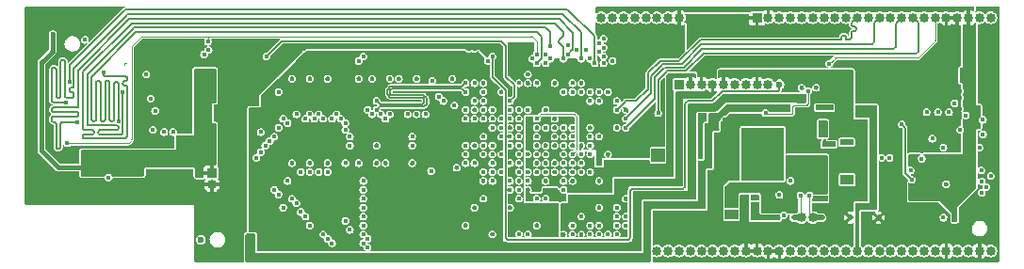
<source format=gbr>
%TF.GenerationSoftware,KiCad,Pcbnew,(6.0.0)*%
%TF.CreationDate,2022-01-21T23:47:04+08:00*%
%TF.ProjectId,som,736f6d2e-6b69-4636-9164-5f7063625858,V0R1*%
%TF.SameCoordinates,Original*%
%TF.FileFunction,Copper,L2,Inr*%
%TF.FilePolarity,Positive*%
%FSLAX46Y46*%
G04 Gerber Fmt 4.6, Leading zero omitted, Abs format (unit mm)*
G04 Created by KiCad (PCBNEW (6.0.0)) date 2022-01-21 23:47:04*
%MOMM*%
%LPD*%
G01*
G04 APERTURE LIST*
%TA.AperFunction,NonConductor*%
%ADD10C,0.000000*%
%TD*%
%TA.AperFunction,ComponentPad*%
%ADD11C,0.500000*%
%TD*%
%TA.AperFunction,ComponentPad*%
%ADD12R,0.850000X0.850000*%
%TD*%
%TA.AperFunction,ComponentPad*%
%ADD13O,0.850000X0.850000*%
%TD*%
%TA.AperFunction,ComponentPad*%
%ADD14R,0.900000X0.500000*%
%TD*%
%TA.AperFunction,ComponentPad*%
%ADD15C,0.850000*%
%TD*%
%TA.AperFunction,ViaPad*%
%ADD16C,0.400000*%
%TD*%
%TA.AperFunction,ViaPad*%
%ADD17C,0.600000*%
%TD*%
%TA.AperFunction,Conductor*%
%ADD18C,0.127000*%
%TD*%
%TA.AperFunction,Conductor*%
%ADD19C,0.500000*%
%TD*%
%TA.AperFunction,Conductor*%
%ADD20C,0.150000*%
%TD*%
%TA.AperFunction,Conductor*%
%ADD21C,0.100000*%
%TD*%
%TA.AperFunction,Conductor*%
%ADD22C,0.400000*%
%TD*%
G04 APERTURE END LIST*
D10*
G36*
X9400000Y-5150000D02*
G01*
X9200000Y-5150000D01*
X9200000Y-5300000D01*
X9400000Y-5300000D01*
X9400000Y-5350000D01*
X9150000Y-5350000D01*
X9150000Y-5100000D01*
X9350000Y-5100000D01*
X9350000Y-4950000D01*
X9150000Y-4950000D01*
X9150000Y-4900000D01*
X9400000Y-4900000D01*
X9400000Y-5150000D01*
G37*
D11*
%TO.N,GND*%
%TO.C,U7*%
X65750000Y-14500000D03*
X66500000Y-15300000D03*
X65750000Y-11300000D03*
X65000000Y-14500000D03*
X68000000Y-12900000D03*
X68000000Y-14500000D03*
X68000000Y-15300000D03*
X65000000Y-12900000D03*
X67250000Y-12900000D03*
X65750000Y-13700000D03*
X65000000Y-12100000D03*
X66500000Y-11300000D03*
X66500000Y-12900000D03*
X66500000Y-13700000D03*
X65000000Y-13700000D03*
X65750000Y-15300000D03*
X65000000Y-15300000D03*
X68000000Y-13700000D03*
X67250000Y-15300000D03*
X67250000Y-11300000D03*
X68000000Y-11300000D03*
X67250000Y-12100000D03*
X67250000Y-14500000D03*
X65750000Y-12900000D03*
X68000000Y-12100000D03*
X66500000Y-12100000D03*
X65000000Y-11300000D03*
X67250000Y-13700000D03*
X65750000Y-12100000D03*
X66500000Y-14500000D03*
%TD*%
%TO.N,MB_SDA*%
%TO.C,TP1*%
X69290000Y-19000000D03*
%TO.N,MB_SCL*%
X71830000Y-19000000D03*
%TO.N,+5V*%
X74370000Y-19000000D03*
%TO.N,GND*%
X76910000Y-19000000D03*
%TD*%
D12*
%TO.N,+3V3*%
%TO.C,J6*%
X59000000Y-7000000D03*
D13*
%TO.N,+1V8*%
X60000000Y-7000000D03*
%TO.N,GND*%
X61000000Y-7000000D03*
%TO.N,VDD*%
X62000000Y-7000000D03*
%TO.N,+5V*%
X63000000Y-7000000D03*
%TO.N,LDO6*%
X64000000Y-7000000D03*
%TO.N,LDO5*%
X65000000Y-7000000D03*
%TO.N,+5V*%
X66000000Y-7000000D03*
%TO.N,LDO2*%
X67000000Y-7000000D03*
%TD*%
D12*
%TO.N,+3V3*%
%TO.C,J3*%
X17000000Y-15000000D03*
D13*
%TO.N,GND*%
X17000000Y-16000000D03*
%TD*%
D14*
%TO.N,GND*%
%TO.C,AE2*%
X14400000Y-17600000D03*
%TD*%
D12*
%TO.N,GND*%
%TO.C,J5*%
X66000000Y-1000000D03*
D13*
%TO.N,+3V3*%
X67000000Y-1000000D03*
%TO.N,A20-*%
X68000000Y-1000000D03*
%TO.N,B19+*%
X69000000Y-1000000D03*
%TO.N,B20-*%
X70000000Y-1000000D03*
%TO.N,C20+*%
X71000000Y-1000000D03*
%TO.N,D19+*%
X72000000Y-1000000D03*
%TO.N,D20-*%
X73000000Y-1000000D03*
%TO.N,E19-*%
X74000000Y-1000000D03*
%TO.N,E18+*%
X75000000Y-1000000D03*
%TO.N,F20-*%
X76000000Y-1000000D03*
%TO.N,F19+*%
X77000000Y-1000000D03*
%TO.N,G20-*%
X78000000Y-1000000D03*
%TO.N,G19+*%
X79000000Y-1000000D03*
%TO.N,J20+*%
X80000000Y-1000000D03*
%TO.N,H20-*%
X81000000Y-1000000D03*
%TO.N,PMIC_PON*%
X82000000Y-1000000D03*
%TO.N,GND*%
X83000000Y-1000000D03*
X84000000Y-1000000D03*
%TO.N,+3V3*%
X85000000Y-1000000D03*
%TO.N,TTY_D-*%
X86000000Y-1000000D03*
%TO.N,TTY_D+*%
X87000000Y-1000000D03*
%TD*%
D15*
%TO.N,Y17-*%
%TO.C,J4*%
X57000000Y-22000000D03*
D13*
%TO.N,Y16+*%
X58000000Y-22000000D03*
%TO.N,W20-*%
X59000000Y-22000000D03*
%TO.N,V20+*%
X60000000Y-22000000D03*
%TO.N,U20-*%
X61000000Y-22000000D03*
%TO.N,T20+*%
X62000000Y-22000000D03*
%TO.N,P20-*%
X63000000Y-22000000D03*
%TO.N,N20+*%
X64000000Y-22000000D03*
%TO.N,+5V*%
X65000000Y-22000000D03*
X66000000Y-22000000D03*
%TO.N,GND*%
X67000000Y-22000000D03*
X68000000Y-22000000D03*
%TO.N,W15-*%
X69000000Y-22000000D03*
%TO.N,V15+*%
X70000000Y-22000000D03*
%TO.N,W13-*%
X71000000Y-22000000D03*
%TO.N,V12+*%
X72000000Y-22000000D03*
%TO.N,W16-*%
X73000000Y-22000000D03*
%TO.N,V16+*%
X74000000Y-22000000D03*
%TO.N,+3.3VA*%
X75000000Y-22000000D03*
%TO.N,Y19-*%
X76000000Y-22000000D03*
%TO.N,Y18+*%
X77000000Y-22000000D03*
%TO.N,W19-*%
X78000000Y-22000000D03*
%TO.N,W18+*%
X79000000Y-22000000D03*
%TO.N,U19-*%
X80000000Y-22000000D03*
%TO.N,U18+*%
X81000000Y-22000000D03*
%TO.N,ULPI_ID*%
X82000000Y-22000000D03*
%TO.N,GND*%
X83000000Y-22000000D03*
%TO.N,ULPI_D+*%
X84000000Y-22000000D03*
%TO.N,ULPI_D-*%
X85000000Y-22000000D03*
%TO.N,GND*%
X86000000Y-22000000D03*
%TO.N,+BATT*%
X87000000Y-22000000D03*
%TD*%
D15*
%TO.N,PMIC_nRST*%
%TO.C,J2*%
X52000000Y-1000000D03*
D13*
%TO.N,JTAG_TDI*%
X53000000Y-1000000D03*
%TO.N,JTAG_TDO*%
X54000000Y-1000000D03*
%TO.N,JTAG_TCK*%
X55000000Y-1000000D03*
%TO.N,JTAG_TMS*%
X56000000Y-1000000D03*
%TO.N,PS_SRST*%
X57000000Y-1000000D03*
%TO.N,GND*%
X58000000Y-1000000D03*
%TO.N,+3V3*%
X59000000Y-1000000D03*
%TD*%
D15*
%TO.N,MB_SDA*%
%TO.C,J7*%
X70000000Y-19000000D03*
D13*
%TO.N,MB_SCL*%
X71000000Y-19000000D03*
%TD*%
D16*
%TO.N,DDR_A0*%
X26600000Y-9700000D03*
X24600000Y-17700000D03*
%TO.N,DDR_DQ10*%
X41400000Y-10100000D03*
X36200000Y-9700000D03*
%TO.N,DDR_DQ0*%
X31400000Y-9700000D03*
X40600000Y-6900000D03*
%TO.N,DDR_CK-*%
X39800000Y-14100000D03*
X29400000Y-12500000D03*
%TO.N,DDR_CK+*%
X29400000Y-11700000D03*
X39800000Y-13300000D03*
%TO.N,DDR_DQS1+*%
X39800000Y-10100000D03*
X35000000Y-12500000D03*
%TO.N,DDR_DQS1-*%
X39800000Y-9300000D03*
X35000000Y-11700000D03*
%TO.N,DDR_DQS0+*%
X31800000Y-9300000D03*
X39800000Y-7700000D03*
%TO.N,DDR_nRST*%
X30200000Y-4900000D03*
X41800000Y-4900000D03*
%TO.N,DDR_DQS0-*%
X39800000Y-6900000D03*
X31800000Y-8500000D03*
%TO.N,GND*%
X54200000Y-17300000D03*
X60900000Y-13150000D03*
X45400000Y-6100000D03*
X60900000Y-10150000D03*
X40600000Y-18100000D03*
X60900000Y-12800000D03*
X50200000Y-6900000D03*
X61250000Y-10150000D03*
X60900000Y-9800000D03*
X60900000Y-13500000D03*
X74450000Y-15400000D03*
X39800000Y-19700000D03*
X74100000Y-15400000D03*
X74400000Y-12200000D03*
X61250000Y-9800000D03*
X73750000Y-15400000D03*
X73700000Y-12200000D03*
X41400000Y-6900000D03*
X72100000Y-12400000D03*
X72450000Y-12400000D03*
X27400000Y-6500000D03*
X27400000Y-14100000D03*
X18200000Y-15900000D03*
X24200000Y-14100000D03*
X18300000Y-13800000D03*
X31800000Y-14100000D03*
X30200000Y-6500000D03*
X25800000Y-14100000D03*
X43000000Y-14900000D03*
X31800000Y-12500000D03*
X24200000Y-6500000D03*
X25800000Y-6500000D03*
X35000000Y-14100000D03*
X74050000Y-12200000D03*
X43000000Y-13300000D03*
X39000000Y-14500000D03*
X32600000Y-14100000D03*
X72800000Y-12400000D03*
X40600000Y-12500000D03*
X33800000Y-6500000D03*
X42200000Y-20500000D03*
X47000000Y-15700000D03*
X31400000Y-6500000D03*
X47800000Y-10900000D03*
X48600000Y-13300000D03*
X44600000Y-15700000D03*
X46200000Y-13300000D03*
X46200000Y-12500000D03*
X48600000Y-11700000D03*
X45400000Y-16500000D03*
X47800000Y-14900000D03*
X46200000Y-11700000D03*
X47800000Y-14100000D03*
X48600000Y-14900000D03*
X50200000Y-12500000D03*
X49400000Y-15700000D03*
X44600000Y-9300000D03*
X43800000Y-18100000D03*
X38600000Y-6500000D03*
X47000000Y-14100000D03*
X45400000Y-13300000D03*
X40600000Y-9300000D03*
X44600000Y-14900000D03*
X35400000Y-6500000D03*
X33000000Y-6500000D03*
X46200000Y-14100000D03*
X47800000Y-11700000D03*
X50200000Y-20500000D03*
X47000000Y-13300000D03*
X47000000Y-14900000D03*
X46200000Y-10900000D03*
X45400000Y-14900000D03*
X45400000Y-6900000D03*
X44600000Y-13300000D03*
X47000000Y-12500000D03*
X47800000Y-12500000D03*
X46200000Y-14900000D03*
X44600000Y-16500000D03*
X35400000Y-9700000D03*
X52600000Y-7700000D03*
X47800000Y-6900000D03*
X57450000Y-13400000D03*
X57100000Y-13400000D03*
X44600000Y-11700000D03*
X40600000Y-3800000D03*
X57100000Y-13050000D03*
X57450000Y-13050000D03*
X57100000Y-13750000D03*
X57450000Y-13750000D03*
X71200000Y-5150000D03*
X70700000Y-5150000D03*
X70200000Y-5150000D03*
X69700000Y-5150000D03*
X80800000Y-18400000D03*
X81500000Y-17850000D03*
X18300000Y-13300000D03*
X64050000Y-18550000D03*
X63350000Y-18550000D03*
X63700000Y-18550000D03*
X67450000Y-19000000D03*
X67100000Y-19000000D03*
X67800000Y-19000000D03*
X56750000Y-13750000D03*
X56750000Y-13050000D03*
X56750000Y-13400000D03*
X73750000Y-15800000D03*
X74450000Y-15800000D03*
X74100000Y-15800000D03*
X64050000Y-18900000D03*
X63350000Y-18900000D03*
X63700000Y-18900000D03*
X78200000Y-18750000D03*
X77850000Y-18750000D03*
X75950000Y-18750000D03*
X78550000Y-18750000D03*
X24700000Y-3800000D03*
X74800000Y-5150000D03*
X74300000Y-5150000D03*
X73800000Y-5150000D03*
X73300000Y-5150000D03*
X71700000Y-5150000D03*
X25200000Y-3800000D03*
X40100000Y-3800000D03*
X75600000Y-18750000D03*
X75950000Y-19100000D03*
X75600000Y-19100000D03*
X78200000Y-19100000D03*
X77850000Y-19100000D03*
X78550000Y-19100000D03*
X78900000Y-19100000D03*
X79600000Y-19100000D03*
X79250000Y-19100000D03*
X84200000Y-8200000D03*
X11000000Y-5400000D03*
X10700000Y-5100000D03*
X10400000Y-5400000D03*
X10400000Y-4800000D03*
X10700000Y-4500000D03*
X18300000Y-22650000D03*
X16700000Y-22650000D03*
X17100000Y-22650000D03*
X17500000Y-22650000D03*
X17900000Y-22650000D03*
X84200000Y-9800000D03*
X75400000Y-5150000D03*
X6800000Y-500000D03*
X7200000Y-500000D03*
X6400000Y-500000D03*
X6000000Y-500000D03*
X800000Y-6100000D03*
X800000Y-4800000D03*
X800000Y-8600000D03*
X800000Y-7400000D03*
X800000Y-9900000D03*
X1100000Y-12300000D03*
X7600000Y-500000D03*
X17800000Y-13300000D03*
X17800000Y-13800000D03*
X17800000Y-11400000D03*
X18300000Y-11400000D03*
X17200000Y-17900000D03*
X17200000Y-18500000D03*
X17700000Y-18500000D03*
X17700000Y-17900000D03*
X19600000Y-5400000D03*
X19600000Y-5900000D03*
X19600000Y-6400000D03*
X19600000Y-6900000D03*
X19600000Y-7400000D03*
X19600000Y-7900000D03*
X19600000Y-8400000D03*
X20100000Y-8400000D03*
X20600000Y-8400000D03*
X17400000Y-9100000D03*
X17400000Y-9600000D03*
X17400000Y-10100000D03*
X77900000Y-14400000D03*
X47800000Y-16500000D03*
X72600000Y-9100000D03*
X72250000Y-9100000D03*
X71900000Y-9100000D03*
X71550000Y-9100000D03*
X10800000Y-17500000D03*
X11400000Y-17500000D03*
X4200000Y-17500000D03*
X2400000Y-17500000D03*
X9600000Y-17500000D03*
X3600000Y-17500000D03*
X600000Y-17500000D03*
X1800000Y-17500000D03*
X3000000Y-17500000D03*
X1200000Y-17500000D03*
X6600000Y-17500000D03*
X6000000Y-17500000D03*
X10200000Y-17500000D03*
X4800000Y-17500000D03*
X9000000Y-17500000D03*
X7200000Y-17500000D03*
X7800000Y-17500000D03*
X8400000Y-17500000D03*
X5400000Y-17500000D03*
X13200000Y-15100000D03*
X11400000Y-15100000D03*
X5300000Y-16400000D03*
X4900000Y-16100000D03*
X4500000Y-15800000D03*
X4900000Y-15800000D03*
X4500000Y-16100000D03*
X4500000Y-16400000D03*
X5300000Y-15800000D03*
X4900000Y-16400000D03*
X5300000Y-16100000D03*
X15700000Y-22200000D03*
X15700000Y-22700000D03*
X13200000Y-12400000D03*
X41800000Y-4100000D03*
X14800000Y-15250000D03*
X14400000Y-15600000D03*
X14000000Y-15600000D03*
X83000000Y-16000000D03*
X14000000Y-14900000D03*
X48600000Y-20500000D03*
X71700000Y-17300000D03*
X87600000Y-3700000D03*
X43000000Y-11700000D03*
X51800000Y-18100000D03*
X17100000Y-22250000D03*
X49400000Y-12500000D03*
X14800000Y-15600000D03*
X18800000Y-21200000D03*
X5600000Y-500000D03*
X71300000Y-7300000D03*
X5250000Y-900000D03*
X4900000Y-900000D03*
X47800000Y-17300000D03*
X54200000Y-9300000D03*
X17500000Y-19300000D03*
X14400000Y-15250000D03*
X10400000Y-6400000D03*
X10400000Y-11800000D03*
X5600000Y-900000D03*
X13200000Y-17500000D03*
X18800000Y-20800000D03*
X14800000Y-14900000D03*
X77900000Y-16100000D03*
X10400000Y-4200000D03*
X19200000Y-20800000D03*
X87600000Y-6200000D03*
X10400000Y-9200000D03*
X84200000Y-7600000D03*
X47000000Y-16500000D03*
X10400000Y-8300000D03*
X4100000Y-4400000D03*
X17900000Y-19300000D03*
X17100000Y-19700000D03*
X11400000Y-12400000D03*
X17900000Y-22250000D03*
X19200000Y-21200000D03*
X49400000Y-14900000D03*
X11400000Y-15700000D03*
X10400000Y-7300000D03*
X10400000Y-10900000D03*
X87600000Y-5000000D03*
X1100000Y-13100000D03*
X16700000Y-19700000D03*
X17500000Y-19700000D03*
X42600000Y-4100000D03*
X41400000Y-15700000D03*
X66750000Y-19000000D03*
X13200000Y-16900000D03*
X5250000Y-500000D03*
X46200000Y-19700000D03*
X83100000Y-20500000D03*
X47800000Y-10100000D03*
X53400000Y-10900000D03*
X3100000Y-1900000D03*
X13200000Y-15700000D03*
X17100000Y-19300000D03*
X85300000Y-18550000D03*
X10400000Y-10000000D03*
X72100000Y-17300000D03*
X16700000Y-19300000D03*
X43800000Y-10900000D03*
X18300000Y-19700000D03*
X84200000Y-9200000D03*
X78400000Y-14400000D03*
X43000000Y-7700000D03*
X70000000Y-7300000D03*
X18300000Y-22250000D03*
X14000000Y-15250000D03*
X14400000Y-14900000D03*
X11000000Y-4800000D03*
X53000000Y-4900000D03*
X52600000Y-13300000D03*
X17900000Y-19700000D03*
X17500000Y-22250000D03*
X11400000Y-16900000D03*
X51000000Y-10900000D03*
X51800000Y-15700000D03*
X87600000Y-7500000D03*
X11000000Y-4200000D03*
X65700000Y-19000000D03*
X4900000Y-500000D03*
X47000000Y-9300000D03*
X11400000Y-16300000D03*
X66050000Y-19000000D03*
X87600000Y-2400000D03*
X66400000Y-19000000D03*
X48600000Y-17300000D03*
X54200000Y-18900000D03*
X16700000Y-22250000D03*
%TO.N,VCC_DDR*%
X32200000Y-6500000D03*
X42200000Y-19700000D03*
X29400000Y-13300000D03*
X39000000Y-10500000D03*
X25000000Y-6500000D03*
X34600000Y-6500000D03*
X42200000Y-11700000D03*
X25000000Y-14100000D03*
X40600000Y-7700000D03*
X41400000Y-14100000D03*
X41400000Y-6100000D03*
X70200000Y-8450000D03*
X69800000Y-8450000D03*
X69800000Y-8100000D03*
X43000000Y-16500000D03*
X70200000Y-8100000D03*
X39800000Y-18900000D03*
X71750000Y-11550000D03*
X71750000Y-10850000D03*
X72100000Y-10850000D03*
X72100000Y-11550000D03*
X26600000Y-14100000D03*
X71750000Y-11200000D03*
X31000000Y-14100000D03*
X26600000Y-6500000D03*
X72100000Y-11200000D03*
X71750000Y-10500000D03*
X72100000Y-10500000D03*
X31400000Y-11600000D03*
X39800000Y-16500000D03*
X34200000Y-14100000D03*
X33400000Y-14100000D03*
X36200000Y-6500000D03*
X29400000Y-6500000D03*
X36800000Y-12900000D03*
X43000000Y-8500000D03*
%TO.N,+1V0*%
X72100000Y-13650000D03*
X71750000Y-15050000D03*
X72100000Y-14350000D03*
X48600000Y-15700000D03*
X44600000Y-14100000D03*
X45400000Y-15700000D03*
X71750000Y-14000000D03*
X48600000Y-12500000D03*
X72100000Y-14700000D03*
X44600000Y-10100000D03*
X71750000Y-14350000D03*
X48600000Y-10900000D03*
X71750000Y-13650000D03*
X72100000Y-15050000D03*
X44600000Y-12500000D03*
X71750000Y-14700000D03*
X72100000Y-14000000D03*
X44600000Y-17300000D03*
X48600000Y-14100000D03*
X47000000Y-10900000D03*
X43800000Y-15700000D03*
X63700000Y-17200000D03*
X64050000Y-17550000D03*
X63350000Y-17200000D03*
X64050000Y-17900000D03*
X63350000Y-17900000D03*
X63350000Y-17550000D03*
X63700000Y-17900000D03*
X64050000Y-17200000D03*
X63700000Y-17550000D03*
X49400000Y-10900000D03*
X48600000Y-16500000D03*
X49400000Y-14100000D03*
%TO.N,+1V8*%
X47800000Y-13300000D03*
X45400000Y-12500000D03*
X46200000Y-16500000D03*
X47800000Y-15700000D03*
X46200000Y-15700000D03*
X57850000Y-14400000D03*
X47000000Y-11700000D03*
X47000000Y-10100000D03*
X45400000Y-10900000D03*
X45400000Y-10100000D03*
X45400000Y-14100000D03*
X58200000Y-14400000D03*
X58200000Y-14050000D03*
X58200000Y-14750000D03*
X58200000Y-15100000D03*
X57850000Y-15100000D03*
X57850000Y-14750000D03*
X45400000Y-11700000D03*
%TO.N,/DDR_ZQ0*%
X30200000Y-14100000D03*
%TO.N,/DDR_VRN*%
X43000000Y-10100000D03*
%TO.N,/DDR_VRP*%
X43000000Y-10900000D03*
%TO.N,VREF_DDR*%
X42200000Y-4500000D03*
X43800000Y-11700000D03*
X30600000Y-4500000D03*
X43800000Y-16500000D03*
X21400000Y-11300000D03*
D17*
X68000000Y-7000000D03*
D16*
%TO.N,JTAG_TMS*%
X43800000Y-12500000D03*
%TO.N,JTAG_TDI*%
X43800000Y-10100000D03*
%TO.N,JTAG_TCK*%
X45400000Y-9300000D03*
%TO.N,JTAG_TDO*%
X43800000Y-9300000D03*
%TO.N,PS_CLK*%
X43800000Y-8500000D03*
X21900000Y-4500000D03*
%TO.N,VTT_DDR*%
X68800000Y-9000000D03*
X68450000Y-9000000D03*
X68600000Y-9300000D03*
X68250000Y-9300000D03*
X20650000Y-20700000D03*
X20250000Y-21100000D03*
X20650000Y-21100000D03*
X20250000Y-20700000D03*
%TO.N,SD0_D0*%
X16300000Y-4300000D03*
X47000000Y-5100000D03*
%TO.N,SD0_CK*%
X50600000Y-3900000D03*
X11100000Y-6100000D03*
%TO.N,SD0_CMD*%
X52200000Y-5100000D03*
X11500000Y-8300000D03*
%TO.N,SD0_D3*%
X11900000Y-9400000D03*
X51000000Y-4700000D03*
%TO.N,SD0_D2*%
X11700000Y-11100000D03*
X49400000Y-7700000D03*
X49000000Y-3500000D03*
%TO.N,SD0_D1*%
X16700000Y-3900000D03*
X45800000Y-4700000D03*
%TO.N,SD1_CK*%
X47400000Y-3600000D03*
X9000000Y-7700000D03*
%TO.N,SD1_D0*%
X51800000Y-7700000D03*
X4200000Y-6800000D03*
X51400000Y-5100000D03*
%TO.N,SD1_D1*%
X48600000Y-4700000D03*
X7300000Y-5900000D03*
%TO.N,SD1_CMD*%
X3900000Y-8600000D03*
X50200000Y-4700000D03*
%TO.N,SD1_D2*%
X49000000Y-4300000D03*
X4900000Y-10400000D03*
%TO.N,SD1_D3*%
X8600000Y-10300000D03*
X46200000Y-5100000D03*
%TO.N,BT_MOSI*%
X47000000Y-4300000D03*
X51000000Y-12500000D03*
X13500000Y-11300000D03*
%TO.N,BT_MISO*%
X49800000Y-3900000D03*
X51000000Y-11700000D03*
X12700000Y-11300000D03*
%TO.N,+5V*%
X69100000Y-10750000D03*
X65000000Y-17200000D03*
X70000000Y-9950000D03*
X63250000Y-10850000D03*
X63200000Y-11200000D03*
X71150000Y-13050000D03*
X64700000Y-17200000D03*
X69950000Y-10350000D03*
X70200000Y-12750000D03*
X69900000Y-12750000D03*
X70500000Y-12750000D03*
X69550000Y-10350000D03*
X69500000Y-10750000D03*
X71150000Y-12750000D03*
X62800000Y-13150000D03*
X63250000Y-10500000D03*
X63100000Y-13150000D03*
X62500000Y-13150000D03*
X62900000Y-10500000D03*
X62900000Y-10850000D03*
X63100000Y-10200000D03*
X74300000Y-17300000D03*
X82750000Y-19000000D03*
%TO.N,+3.3VA*%
X65650000Y-17200000D03*
X65950000Y-17200000D03*
X75100000Y-18000000D03*
X76600000Y-15900000D03*
X80800000Y-13700000D03*
X75600000Y-18000000D03*
X75100000Y-9700000D03*
X68400000Y-18800000D03*
X86000000Y-12700000D03*
X75100000Y-9200000D03*
%TO.N,PMIC_nRST*%
X44600000Y-6900000D03*
X69000000Y-15700000D03*
X49400000Y-13300000D03*
X46200000Y-10100000D03*
%TO.N,PMIC_INT*%
X51000000Y-14900000D03*
X68000000Y-16950000D03*
%TO.N,RTC_INT*%
X50200000Y-13300000D03*
X77900000Y-13600000D03*
%TO.N,RTC_32K*%
X51000000Y-13300000D03*
X77200000Y-13600000D03*
%TO.N,VDD*%
X53400000Y-15700000D03*
X50200000Y-19700000D03*
X51000000Y-17300000D03*
X52600000Y-19700000D03*
X54200000Y-20500000D03*
X53400000Y-17300000D03*
%TO.N,ULPI_D3*%
X53400000Y-8500000D03*
X82750000Y-12700000D03*
%TO.N,ULPI_NXT*%
X86200000Y-16750000D03*
X51800000Y-8500000D03*
%TO.N,ULPI_D6*%
X84250000Y-11100000D03*
X48600000Y-7700000D03*
%TO.N,ULPI_D1*%
X51000000Y-8500000D03*
X81750000Y-11900000D03*
%TO.N,ULPI_D7*%
X84750000Y-9800000D03*
X52200000Y-4500000D03*
%TO.N,ULPI_D4*%
X83250000Y-9500000D03*
X51800000Y-4100000D03*
%TO.N,ULPI_STP*%
X51000000Y-7700000D03*
X86200000Y-15750000D03*
%TO.N,ULPI_DIR*%
X49400000Y-6900000D03*
X86600000Y-16250000D03*
%TO.N,ULPI_D0*%
X52200000Y-3700000D03*
X81250000Y-9500000D03*
%TO.N,ULPI_D2*%
X82250000Y-9500000D03*
X51800000Y-3300000D03*
%TO.N,ULPI_CK*%
X87000000Y-15250000D03*
X47400000Y-4700000D03*
%TO.N,ULPI_D5*%
X52200000Y-2900000D03*
X83750000Y-8700000D03*
%TO.N,/ULPI_1V8*%
X86150000Y-14750000D03*
X79800000Y-14750000D03*
%TO.N,DDR_CKE*%
X29000000Y-14100000D03*
X29000000Y-19300000D03*
%TO.N,DDR_BA1*%
X27400000Y-20900000D03*
X41400000Y-17300000D03*
X27400000Y-14900000D03*
X31000000Y-20900000D03*
%TO.N,DDR_nCAS*%
X29000000Y-10500000D03*
X31000000Y-21700000D03*
%TO.N,DDR_nRAS*%
X29000000Y-11100000D03*
X29400000Y-20100000D03*
%TO.N,DDR_ODT*%
X27800000Y-21300000D03*
X28600000Y-10100000D03*
X30600000Y-21300000D03*
X42200000Y-15700000D03*
%TO.N,DDR_nCS*%
X27800000Y-10100000D03*
X25000000Y-18500000D03*
%TO.N,DDR_nWE*%
X30600000Y-20500000D03*
X27000000Y-20500000D03*
X28200000Y-9700000D03*
X42200000Y-14900000D03*
%TO.N,DDR_A4*%
X25800000Y-14900000D03*
X30600000Y-19700000D03*
X41400000Y-14900000D03*
X25800000Y-19700000D03*
%TO.N,DDR_A2*%
X23400000Y-18100000D03*
X40600000Y-14100000D03*
X25800000Y-9700000D03*
X30600000Y-18100000D03*
%TO.N,DDR_BA0*%
X42200000Y-14100000D03*
X30600000Y-18900000D03*
X27000000Y-10100000D03*
X25400000Y-18900000D03*
%TO.N,DDR_A6*%
X30600000Y-17300000D03*
X25000000Y-14900000D03*
X24200000Y-17300000D03*
X41400000Y-13300000D03*
%TO.N,DDR_A5*%
X23000000Y-16900000D03*
X25400000Y-10100000D03*
%TO.N,DDR_A7*%
X24600000Y-9700000D03*
X30600000Y-16500000D03*
X42200000Y-13300000D03*
X22600000Y-16500000D03*
%TO.N,DDR_A3*%
X23800000Y-15700000D03*
X26200000Y-10100000D03*
X41400000Y-12500000D03*
X30600000Y-15700000D03*
X21400000Y-13100000D03*
%TO.N,DDR_A1*%
X36700000Y-14800000D03*
X39800000Y-12500000D03*
X21000000Y-13600000D03*
X26600000Y-14900000D03*
%TO.N,DDR_BA2*%
X42200000Y-12500000D03*
X23800000Y-10500000D03*
%TO.N,DDR_A9*%
X23400000Y-10100000D03*
X41400000Y-11700000D03*
%TO.N,DDR_A11*%
X42200000Y-10900000D03*
X21800000Y-12500000D03*
%TO.N,DDR_A10*%
X23000000Y-10900000D03*
X42200000Y-10100000D03*
%TO.N,DDR_A14*%
X22200000Y-12100000D03*
X41400000Y-9300000D03*
%TO.N,DDR_A12*%
X42200000Y-9300000D03*
X22600000Y-11700000D03*
%TO.N,DDR_A13*%
X23000000Y-7700000D03*
X41400000Y-7700000D03*
%TO.N,DDR_DQ11*%
X34600000Y-9700000D03*
X40600000Y-10100000D03*
%TO.N,DDR_DQ9*%
X40600000Y-8500000D03*
X37800000Y-8500000D03*
%TO.N,DDR_DQ7*%
X33000000Y-9700000D03*
X38800000Y-8900000D03*
%TO.N,DDR_DQ4*%
X41400000Y-8500000D03*
X32200000Y-9700000D03*
%TO.N,DDR_DQ5*%
X37400000Y-8100000D03*
X32600000Y-10100000D03*
%TO.N,DDR_DQ6*%
X31000000Y-9300000D03*
X36800000Y-6700000D03*
%TO.N,+3V3*%
X53400000Y-7700000D03*
X47800000Y-7700000D03*
X49000000Y-5100000D03*
X51800000Y-14100000D03*
X43800000Y-13300000D03*
X43800000Y-17300000D03*
X44600000Y-18100000D03*
X43800000Y-14900000D03*
X83750000Y-19100000D03*
X85400000Y-13800000D03*
X56750000Y-11700000D03*
X56750000Y-12050000D03*
X56750000Y-12400000D03*
X6300000Y-15000000D03*
X6300000Y-14600000D03*
X6700000Y-14600000D03*
X6700000Y-15000000D03*
X5900000Y-14600000D03*
X5900000Y-15000000D03*
X80200000Y-13950000D03*
X80200000Y-13550000D03*
X2700000Y-2500000D03*
X57100000Y-11700000D03*
X52600000Y-10100000D03*
X16500000Y-7000000D03*
X57100000Y-12050000D03*
X47000000Y-18900000D03*
X46200000Y-20500000D03*
X57450000Y-11350000D03*
X79800000Y-13550000D03*
X57100000Y-12400000D03*
X51000000Y-6900000D03*
X46200000Y-8500000D03*
X9400000Y-15100000D03*
X51800000Y-12500000D03*
X84500000Y-5800000D03*
X44600000Y-7700000D03*
X43800000Y-6100000D03*
X57450000Y-12050000D03*
X43800000Y-20500000D03*
X16500000Y-8000000D03*
X16500000Y-6500000D03*
X44200000Y-4100000D03*
X50200000Y-8500000D03*
X50200000Y-10900000D03*
X57450000Y-11000000D03*
X57450000Y-12400000D03*
X44200000Y-4500000D03*
X16500000Y-7500000D03*
X55200000Y-12900000D03*
X57100000Y-11350000D03*
X57450000Y-11700000D03*
X84500000Y-6600000D03*
X16500000Y-6000000D03*
X79850000Y-17250000D03*
X44200000Y-3700000D03*
%TO.N,PMIC_PON*%
X66750000Y-9600000D03*
X72500000Y-5150000D03*
X70600000Y-7600000D03*
%TO.N,MB_SCL*%
X86300000Y-11500000D03*
X50200000Y-14100000D03*
X70700000Y-17000000D03*
%TO.N,MB_SDA*%
X69900000Y-17000000D03*
X86300000Y-10200000D03*
X50200000Y-14900000D03*
D17*
%TO.N,/EXT_ANT*%
X16000000Y-21000000D03*
D16*
%TO.N,/SD0_CK_*%
X50200000Y-7700000D03*
%TO.N,J20+*%
X57100000Y-9600000D03*
%TO.N,G19+*%
X54200000Y-10900000D03*
%TO.N,F19+*%
X54200000Y-10100000D03*
%TO.N,E18+*%
X53400000Y-9300000D03*
%TO.N,W15-*%
X51000000Y-20500000D03*
%TO.N,W16-*%
X51800000Y-20500000D03*
%TO.N,V16+*%
X51800000Y-19700000D03*
%TO.N,W19-*%
X54200000Y-19700000D03*
%TO.N,W18+*%
X53400000Y-19700000D03*
%TO.N,V15+*%
X51000000Y-19700000D03*
%TO.N,Y18+*%
X52600000Y-20500000D03*
%TO.N,Y19-*%
X53400000Y-20500000D03*
%TO.N,U18+*%
X53400000Y-18100000D03*
%TO.N,U19-*%
X53400000Y-18900000D03*
%TO.N,V12+*%
X49400000Y-19700000D03*
%TO.N,W13-*%
X49400000Y-20500000D03*
%TO.N,/VCC_PLL*%
X44600000Y-10900000D03*
%TO.N,DONE*%
X47000000Y-17300000D03*
%TO.N,INIT*%
X46200000Y-17300000D03*
%TO.N,PROGRAM*%
X43800000Y-14100000D03*
%TO.N,/DONE_*%
X45400000Y-20500000D03*
%TO.N,/INIT_*%
X44600000Y-20500000D03*
%TO.N,PS_SRST*%
X46200000Y-6900000D03*
%TO.N,/PUDC_*%
X50200000Y-18900000D03*
%TO.N,/ULPI_24M*%
X79000000Y-10600000D03*
X79900000Y-15600000D03*
%TO.N,/BT_32K*%
X5600000Y-3000000D03*
X7700000Y-15400000D03*
%TO.N,PL_CLK*%
X51800000Y-11700000D03*
%TO.N,WiFi_PWR*%
X49400000Y-11700000D03*
X16650000Y-3150000D03*
X4000000Y-12300000D03*
X46200000Y-4300000D03*
%TD*%
D18*
%TO.N,DDR_DQS0+*%
X36314300Y-8294075D02*
X36314300Y-8705925D01*
X33014300Y-7588767D02*
X33014300Y-7804320D01*
X32127121Y-9014300D02*
X36005925Y-9014300D01*
X39543590Y-7443590D02*
X39800000Y-7700000D01*
X33043590Y-7518056D02*
X33118057Y-7443589D01*
X36076636Y-8985010D02*
X36285011Y-8776635D01*
X36005925Y-7985700D02*
X33195680Y-7985700D01*
X31800000Y-9300000D02*
X32056411Y-9043589D01*
X33124969Y-7956410D02*
X33043589Y-7875030D01*
X33188767Y-7414300D02*
X39472879Y-7414300D01*
X36285010Y-8223364D02*
X36076635Y-8014989D01*
X33014300Y-7804320D02*
G75*
G03*
X33043589Y-7875030I99999J0D01*
G01*
X33043590Y-7518056D02*
G75*
G03*
X33014300Y-7588767I70705J-70709D01*
G01*
X36285011Y-8776635D02*
G75*
G03*
X36314300Y-8705925I-70710J70710D01*
G01*
X36076636Y-8985010D02*
G75*
G02*
X36005925Y-9014300I-70709J70705D01*
G01*
X36285010Y-8223364D02*
G75*
G02*
X36314300Y-8294075I-70705J-70709D01*
G01*
X36076635Y-8014989D02*
G75*
G03*
X36005925Y-7985700I-70710J-70710D01*
G01*
X32127121Y-9014300D02*
G75*
G03*
X32056411Y-9043589I0J-99999D01*
G01*
X33118057Y-7443589D02*
G75*
G02*
X33188767Y-7414300I70710J-70710D01*
G01*
X39472879Y-7414301D02*
G75*
G02*
X39543589Y-7443591I2J-99994D01*
G01*
X33124969Y-7956410D02*
G75*
G03*
X33195680Y-7985700I70709J70705D01*
G01*
%TO.N,DDR_DQS0-*%
X31800000Y-8500000D02*
X32056411Y-8756411D01*
X32814990Y-7423364D02*
X33023365Y-7214989D01*
X33030277Y-8185010D02*
X32814989Y-7969722D01*
X33094075Y-7185700D02*
X39472879Y-7185700D01*
X35981944Y-8756410D02*
X36056411Y-8681943D01*
X36056410Y-8318056D02*
X35981943Y-8243589D01*
X39543590Y-7156410D02*
X39800000Y-6900000D01*
X32127121Y-8785700D02*
X35911233Y-8785700D01*
X35911233Y-8214300D02*
X33100988Y-8214300D01*
X32785700Y-7494075D02*
X32785700Y-7899012D01*
X36085700Y-8388767D02*
X36085700Y-8611233D01*
X36085700Y-8611233D02*
G75*
G02*
X36056411Y-8681943I-99999J0D01*
G01*
X36056410Y-8318056D02*
G75*
G02*
X36085700Y-8388767I-70705J-70709D01*
G01*
X33100988Y-8214299D02*
G75*
G02*
X33030278Y-8185009I-2J99994D01*
G01*
X39472879Y-7185699D02*
G75*
G03*
X39543589Y-7156409I2J99994D01*
G01*
X32814990Y-7423364D02*
G75*
G03*
X32785700Y-7494075I70705J-70709D01*
G01*
X35911233Y-8785699D02*
G75*
G03*
X35981943Y-8756409I2J99994D01*
G01*
X32127121Y-8785700D02*
G75*
G02*
X32056411Y-8756411I0J99999D01*
G01*
X33023365Y-7214989D02*
G75*
G02*
X33094075Y-7185700I70710J-70710D01*
G01*
X32814989Y-7969722D02*
G75*
G02*
X32785700Y-7899012I70710J70710D01*
G01*
X35911233Y-8214300D02*
G75*
G02*
X35981943Y-8243589I0J-99999D01*
G01*
D19*
%TO.N,GND*%
X15100000Y-17600000D02*
X14400000Y-17600000D01*
X15100000Y-17300000D02*
X13700000Y-17300000D01*
X14400000Y-17600000D02*
X13700000Y-17600000D01*
D20*
%TO.N,VREF_DDR*%
X43400000Y-16500000D02*
X43800000Y-16500000D01*
X43800000Y-11700000D02*
X43400000Y-11700000D01*
X43400000Y-16500000D02*
X43400000Y-11700000D01*
X54629290Y-16570710D02*
X54770711Y-16429289D01*
X62841421Y-7650000D02*
X67808579Y-7650000D01*
X43400000Y-16500000D02*
X43400000Y-20758579D01*
X59379290Y-16370710D02*
X59520711Y-16229289D01*
X59550000Y-16158579D02*
X59550000Y-8741421D01*
X54600000Y-20758579D02*
X54600000Y-16641421D01*
X67879290Y-7620710D02*
X67970711Y-7529289D01*
X43400000Y-7541421D02*
X43400000Y-11700000D01*
X59791421Y-8500000D02*
X61908579Y-8500000D01*
X43641421Y-21000000D02*
X54358579Y-21000000D01*
X61979290Y-8470710D02*
X62770711Y-7679289D01*
X68000000Y-7458579D02*
X68000000Y-7000000D01*
X42229290Y-6329290D02*
X43370711Y-7470711D01*
X43429290Y-20829290D02*
X43570711Y-20970711D01*
X54841421Y-16400000D02*
X59308579Y-16400000D01*
X42200000Y-4500000D02*
X42200000Y-6258579D01*
X59579290Y-8670710D02*
X59720711Y-8529289D01*
X54429290Y-20970710D02*
X54570711Y-20829289D01*
X54570711Y-20829289D02*
G75*
G03*
X54600000Y-20758579I-70710J70710D01*
G01*
X54358579Y-20999999D02*
G75*
G03*
X54429289Y-20970709I2J99994D01*
G01*
X42200001Y-6258579D02*
G75*
G03*
X42229291Y-6329289I99994J-2D01*
G01*
X54841421Y-16400000D02*
G75*
G03*
X54770711Y-16429289I0J-99999D01*
G01*
X43370711Y-7470711D02*
G75*
G02*
X43400000Y-7541421I-70710J-70710D01*
G01*
X67879290Y-7620710D02*
G75*
G02*
X67808579Y-7650000I-70709J70705D01*
G01*
X54600001Y-16641421D02*
G75*
G02*
X54629291Y-16570711I99994J2D01*
G01*
X62770711Y-7679289D02*
G75*
G02*
X62841421Y-7650000I70710J-70710D01*
G01*
X43429290Y-20829290D02*
G75*
G02*
X43400000Y-20758579I70705J70709D01*
G01*
X61979290Y-8470710D02*
G75*
G02*
X61908579Y-8500000I-70709J70705D01*
G01*
X59791421Y-8500000D02*
G75*
G03*
X59720711Y-8529289I0J-99999D01*
G01*
X43641421Y-21000000D02*
G75*
G02*
X43570711Y-20970711I0J99999D01*
G01*
X68000000Y-7458579D02*
G75*
G02*
X67970711Y-7529289I-99999J0D01*
G01*
X59550000Y-16158579D02*
G75*
G02*
X59520711Y-16229289I-99999J0D01*
G01*
X59579290Y-8670710D02*
G75*
G03*
X59550000Y-8741421I70705J-70709D01*
G01*
X59308579Y-16399999D02*
G75*
G03*
X59379289Y-16370709I2J99994D01*
G01*
%TO.N,PS_CLK*%
X44200000Y-7141421D02*
X44200000Y-8058579D01*
X43400000Y-3541421D02*
X43400000Y-6258579D01*
X21900000Y-4500000D02*
X23270711Y-3129289D01*
X43429290Y-6329290D02*
X44170711Y-7070711D01*
X43029290Y-3129290D02*
X43370711Y-3470711D01*
X44170710Y-8129290D02*
X43800000Y-8500000D01*
X23341421Y-3100000D02*
X42958579Y-3100000D01*
X43370711Y-3470711D02*
G75*
G02*
X43400000Y-3541421I-70710J-70710D01*
G01*
X44200000Y-7141421D02*
G75*
G03*
X44170711Y-7070711I-99999J0D01*
G01*
X23341421Y-3100000D02*
G75*
G03*
X23270711Y-3129289I0J-99999D01*
G01*
X44199999Y-8058579D02*
G75*
G02*
X44170709Y-8129289I-99994J-2D01*
G01*
X43400001Y-6258579D02*
G75*
G03*
X43429291Y-6329289I99994J-2D01*
G01*
X42958579Y-3100001D02*
G75*
G02*
X43029289Y-3129291I2J-99994D01*
G01*
%TO.N,SD1_CK*%
X6800000Y-11241421D02*
X6800000Y-11358579D01*
X8570710Y-11029290D02*
X8529289Y-11070711D01*
X8458579Y-11100000D02*
X6941421Y-11100000D01*
X47370710Y-2270710D02*
X47029289Y-1929289D01*
X9970710Y-1929290D02*
X5829289Y-6070711D01*
X8929290Y-11470710D02*
X8970711Y-11429289D01*
X46958579Y-1900000D02*
X10041421Y-1900000D01*
X6829290Y-11429290D02*
X6870711Y-11470711D01*
X9000000Y-11358579D02*
X9000000Y-7700000D01*
X6941421Y-11500000D02*
X8858579Y-11500000D01*
X47400000Y-3600000D02*
X47400000Y-2341421D01*
X5800000Y-6141421D02*
X5800000Y-10558579D01*
X5829290Y-10629290D02*
X5870711Y-10670711D01*
X6829290Y-11170710D02*
X6870711Y-11129289D01*
X5941421Y-10700000D02*
X8458579Y-10700000D01*
X8600000Y-10841421D02*
X8600000Y-10958579D01*
X8529290Y-10729290D02*
X8570711Y-10770711D01*
X6941421Y-11500000D02*
G75*
G02*
X6870711Y-11470711I0J99999D01*
G01*
X5800001Y-10558579D02*
G75*
G03*
X5829291Y-10629289I99994J-2D01*
G01*
X6829290Y-11170710D02*
G75*
G03*
X6800000Y-11241421I70705J-70709D01*
G01*
X8529289Y-11070711D02*
G75*
G02*
X8458579Y-11100000I-70710J70710D01*
G01*
X5870711Y-10670711D02*
G75*
G03*
X5941421Y-10700000I70710J70710D01*
G01*
X9970710Y-1929290D02*
G75*
G02*
X10041421Y-1900000I70709J-70705D01*
G01*
X9000000Y-11358579D02*
G75*
G02*
X8970711Y-11429289I-99999J0D01*
G01*
X8599999Y-10958579D02*
G75*
G02*
X8570709Y-11029289I-99994J-2D01*
G01*
X6941421Y-11100000D02*
G75*
G03*
X6870711Y-11129289I0J-99999D01*
G01*
X6829290Y-11429290D02*
G75*
G02*
X6800000Y-11358579I70705J70709D01*
G01*
X47399999Y-2341421D02*
G75*
G03*
X47370709Y-2270711I-99994J2D01*
G01*
X5800000Y-6141421D02*
G75*
G02*
X5829289Y-6070711I99999J0D01*
G01*
X8529290Y-10729290D02*
G75*
G03*
X8458579Y-10700000I-70709J-70705D01*
G01*
X8600000Y-10841421D02*
G75*
G03*
X8570711Y-10770711I-99999J0D01*
G01*
X8858579Y-11499999D02*
G75*
G03*
X8929289Y-11470709I2J99994D01*
G01*
X47029289Y-1929289D02*
G75*
G03*
X46958579Y-1900000I-70710J-70710D01*
G01*
%TO.N,SD1_D0*%
X48958579Y-300000D02*
X9241421Y-300000D01*
X9170710Y-329290D02*
X4229289Y-5270711D01*
X4200000Y-5341421D02*
X4200000Y-6800000D01*
X51400000Y-5100000D02*
X51400000Y-2741421D01*
X51370710Y-2670710D02*
X49029289Y-329289D01*
X48958579Y-300000D02*
G75*
G02*
X49029289Y-329289I0J-99999D01*
G01*
X9170710Y-329290D02*
G75*
G02*
X9241421Y-300000I70709J-70705D01*
G01*
X51399999Y-2741421D02*
G75*
G03*
X51370709Y-2670711I-99994J2D01*
G01*
X4229289Y-5270711D02*
G75*
G03*
X4200000Y-5341421I70710J-70710D01*
G01*
%TO.N,SD1_D1*%
X48570710Y-3670710D02*
X48229289Y-3329289D01*
X9029290Y-6770710D02*
X9070711Y-6729289D01*
X9400000Y-11658579D02*
X9400000Y-7241421D01*
X5400000Y-5941421D02*
X5400000Y-10958579D01*
X5429290Y-11829290D02*
X5470711Y-11870711D01*
X7370710Y-6270710D02*
X7329289Y-6229289D01*
X6329290Y-11129290D02*
X6370711Y-11170711D01*
X9258579Y-7100000D02*
X9141421Y-7100000D01*
X5400000Y-11641421D02*
X5400000Y-11758579D01*
X47758579Y-1500000D02*
X9841421Y-1500000D01*
X9770710Y-1529290D02*
X5429289Y-5870711D01*
X9141421Y-6700000D02*
X9258579Y-6700000D01*
X9070710Y-7070710D02*
X9029289Y-7029289D01*
X5429290Y-11029290D02*
X5470711Y-11070711D01*
X9229290Y-11870710D02*
X9370711Y-11729289D01*
X48229290Y-2970710D02*
X48570711Y-2629289D01*
X6258579Y-11500000D02*
X5541421Y-11500000D01*
X7300000Y-6158579D02*
X7300000Y-5900000D01*
X5541421Y-11900000D02*
X9158579Y-11900000D01*
X6400000Y-11241421D02*
X6400000Y-11358579D01*
X48600000Y-2558579D02*
X48600000Y-2341421D01*
X48200000Y-3258579D02*
X48200000Y-3041421D01*
X5470710Y-11529290D02*
X5429289Y-11570711D01*
X6370710Y-11429290D02*
X6329289Y-11470711D01*
X48570710Y-2270710D02*
X47829289Y-1529289D01*
X7441421Y-6300000D02*
X9258579Y-6300000D01*
X9400000Y-6558579D02*
X9400000Y-6441421D01*
X9370710Y-6370710D02*
X9329289Y-6329289D01*
X5541421Y-11100000D02*
X6258579Y-11100000D01*
X9370710Y-7170710D02*
X9329289Y-7129289D01*
X9000000Y-6958579D02*
X9000000Y-6841421D01*
X48600000Y-4700000D02*
X48600000Y-3741421D01*
X9329290Y-6670710D02*
X9370711Y-6629289D01*
X6399999Y-11358579D02*
G75*
G02*
X6370709Y-11429289I-99994J-2D01*
G01*
X6258579Y-11100001D02*
G75*
G02*
X6329289Y-11129291I2J-99994D01*
G01*
X48599999Y-3741421D02*
G75*
G03*
X48570709Y-3670711I-99994J2D01*
G01*
X6400000Y-11241421D02*
G75*
G03*
X6370711Y-11170711I-99999J0D01*
G01*
X7300000Y-6158579D02*
G75*
G03*
X7329289Y-6229289I99999J0D01*
G01*
X5541421Y-11900000D02*
G75*
G02*
X5470711Y-11870711I0J99999D01*
G01*
X6258579Y-11500000D02*
G75*
G03*
X6329289Y-11470711I0J99999D01*
G01*
X9770710Y-1529290D02*
G75*
G02*
X9841421Y-1500000I70709J-70705D01*
G01*
X5400001Y-11758579D02*
G75*
G03*
X5429291Y-11829289I99994J-2D01*
G01*
X9070710Y-7070710D02*
G75*
G03*
X9141421Y-7100000I70709J70705D01*
G01*
X47829289Y-1529289D02*
G75*
G03*
X47758579Y-1500000I-70710J-70710D01*
G01*
X9370711Y-11729289D02*
G75*
G03*
X9400000Y-11658579I-70710J70710D01*
G01*
X48599999Y-2341421D02*
G75*
G03*
X48570709Y-2270711I-99994J2D01*
G01*
X9000000Y-6958579D02*
G75*
G03*
X9029289Y-7029289I99999J0D01*
G01*
X48600000Y-2558579D02*
G75*
G02*
X48570711Y-2629289I-99999J0D01*
G01*
X9158579Y-11899999D02*
G75*
G03*
X9229289Y-11870709I2J99994D01*
G01*
X9000001Y-6841421D02*
G75*
G02*
X9029291Y-6770711I99994J2D01*
G01*
X5541421Y-11100000D02*
G75*
G02*
X5470711Y-11070711I0J99999D01*
G01*
X7441421Y-6299999D02*
G75*
G02*
X7370711Y-6270709I-2J99994D01*
G01*
X5429290Y-11029290D02*
G75*
G02*
X5400000Y-10958579I70705J70709D01*
G01*
X5429289Y-5870711D02*
G75*
G03*
X5400000Y-5941421I70710J-70710D01*
G01*
X9370710Y-6370710D02*
G75*
G02*
X9400000Y-6441421I-70705J-70709D01*
G01*
X9141421Y-6700000D02*
G75*
G03*
X9070711Y-6729289I0J-99999D01*
G01*
X9329289Y-6329289D02*
G75*
G03*
X9258579Y-6300000I-70710J-70710D01*
G01*
X48200000Y-3258579D02*
G75*
G03*
X48229289Y-3329289I99999J0D01*
G01*
X9329289Y-7129289D02*
G75*
G03*
X9258579Y-7100000I-70710J-70710D01*
G01*
X5429289Y-11570711D02*
G75*
G03*
X5400000Y-11641421I70710J-70710D01*
G01*
X5470710Y-11529290D02*
G75*
G02*
X5541421Y-11500000I70709J-70705D01*
G01*
X9370710Y-7170710D02*
G75*
G02*
X9400000Y-7241421I-70705J-70709D01*
G01*
X9329290Y-6670710D02*
G75*
G02*
X9258579Y-6700000I-70709J70705D01*
G01*
X9400000Y-6558579D02*
G75*
G02*
X9370711Y-6629289I-99999J0D01*
G01*
X48200001Y-3041421D02*
G75*
G02*
X48229291Y-2970711I99994J2D01*
G01*
%TO.N,SD1_CMD*%
X3400000Y-4941421D02*
X3400000Y-8058579D01*
X3258579Y-8200000D02*
X3141421Y-8200000D01*
X3770710Y-4870710D02*
X3729289Y-4829289D01*
X2858579Y-5500000D02*
X2741421Y-5500000D01*
X4570710Y-8129290D02*
X4529289Y-8170711D01*
X2741421Y-8600000D02*
X3900000Y-8600000D01*
X4270710Y-7329290D02*
X4229289Y-7370711D01*
X2670710Y-5529290D02*
X2629289Y-5570711D01*
X4458579Y-8200000D02*
X3941421Y-8200000D01*
X9370710Y-729290D02*
X4629289Y-5470711D01*
X4600000Y-7841421D02*
X4600000Y-8058579D01*
X3470710Y-4829290D02*
X3429289Y-4870711D01*
X2600000Y-5641421D02*
X2600000Y-8458579D01*
X3000000Y-8058579D02*
X3000000Y-5641421D01*
X2970710Y-5570710D02*
X2929289Y-5529289D01*
X3658579Y-4800000D02*
X3541421Y-4800000D01*
X4458579Y-7300000D02*
X4341421Y-7300000D01*
X4570710Y-7229290D02*
X4529289Y-7270711D01*
X4600000Y-5541421D02*
X4600000Y-7158579D01*
X50200000Y-4700000D02*
X50200000Y-2341421D01*
X3070710Y-8170710D02*
X3029289Y-8129289D01*
X4341421Y-7700000D02*
X4458579Y-7700000D01*
X4229290Y-7629290D02*
X4270711Y-7670711D01*
X3870710Y-8170710D02*
X3829289Y-8129289D01*
X4200000Y-7441421D02*
X4200000Y-7558579D01*
X3370710Y-8129290D02*
X3329289Y-8170711D01*
X4529290Y-7729290D02*
X4570711Y-7770711D01*
X3800000Y-8058579D02*
X3800000Y-4941421D01*
X2629290Y-8529290D02*
X2670711Y-8570711D01*
X50170710Y-2270710D02*
X48629289Y-729289D01*
X48558579Y-700000D02*
X9441421Y-700000D01*
X3400000Y-4941421D02*
G75*
G02*
X3429289Y-4870711I99999J0D01*
G01*
X3541421Y-4800001D02*
G75*
G03*
X3470711Y-4829291I-2J-99994D01*
G01*
X4600000Y-7841421D02*
G75*
G03*
X4570711Y-7770711I-99999J0D01*
G01*
X4600000Y-5541421D02*
G75*
G02*
X4629289Y-5470711I99999J0D01*
G01*
X4200001Y-7558579D02*
G75*
G03*
X4229291Y-7629289I99994J-2D01*
G01*
X4570710Y-7229290D02*
G75*
G03*
X4600000Y-7158579I-70705J70709D01*
G01*
X4229289Y-7370711D02*
G75*
G03*
X4200000Y-7441421I70710J-70710D01*
G01*
X3941421Y-8199999D02*
G75*
G02*
X3870711Y-8170709I-2J99994D01*
G01*
X3000000Y-8058579D02*
G75*
G03*
X3029289Y-8129289I99999J0D01*
G01*
X3070710Y-8170710D02*
G75*
G03*
X3141421Y-8200000I70709J70705D01*
G01*
X2629289Y-5570711D02*
G75*
G03*
X2600000Y-5641421I70710J-70710D01*
G01*
X2970710Y-5570710D02*
G75*
G02*
X3000000Y-5641421I-70705J-70709D01*
G01*
X50199999Y-2341421D02*
G75*
G03*
X50170709Y-2270711I-99994J2D01*
G01*
X4529290Y-7729290D02*
G75*
G03*
X4458579Y-7700000I-70709J-70705D01*
G01*
X2929289Y-5529289D02*
G75*
G03*
X2858579Y-5500000I-70710J-70710D01*
G01*
X3658579Y-4800000D02*
G75*
G02*
X3729289Y-4829289I0J-99999D01*
G01*
X4270711Y-7670711D02*
G75*
G03*
X4341421Y-7700000I70710J70710D01*
G01*
X4458579Y-8200000D02*
G75*
G03*
X4529289Y-8170711I0J99999D01*
G01*
X2629290Y-8529290D02*
G75*
G02*
X2600000Y-8458579I70705J70709D01*
G01*
X4529289Y-7270711D02*
G75*
G02*
X4458579Y-7300000I-70710J70710D01*
G01*
X3329289Y-8170711D02*
G75*
G02*
X3258579Y-8200000I-70710J70710D01*
G01*
X3399999Y-8058579D02*
G75*
G02*
X3370709Y-8129289I-99994J-2D01*
G01*
X3770710Y-4870710D02*
G75*
G02*
X3800000Y-4941421I-70705J-70709D01*
G01*
X9441421Y-700001D02*
G75*
G03*
X9370711Y-729291I-2J-99994D01*
G01*
X4599999Y-8058579D02*
G75*
G02*
X4570709Y-8129289I-99994J-2D01*
G01*
X2741421Y-8600000D02*
G75*
G02*
X2670711Y-8570711I0J99999D01*
G01*
X4270710Y-7329290D02*
G75*
G02*
X4341421Y-7300000I70709J-70705D01*
G01*
X2670710Y-5529290D02*
G75*
G02*
X2741421Y-5500000I70709J-70705D01*
G01*
X3800000Y-8058579D02*
G75*
G03*
X3829289Y-8129289I99999J0D01*
G01*
X48558579Y-700000D02*
G75*
G02*
X48629289Y-729289I0J-99999D01*
G01*
%TO.N,SD1_D2*%
X3329290Y-12770710D02*
X3370711Y-12729289D01*
X3000000Y-12658579D02*
X3000000Y-10541421D01*
X49370710Y-3929290D02*
X49000000Y-4300000D01*
X5000000Y-9758579D02*
X5000000Y-9641421D01*
X4970710Y-9570710D02*
X4929289Y-9529289D01*
X4929290Y-9870710D02*
X4970711Y-9829289D01*
X9641421Y-1100000D02*
X48158579Y-1100000D01*
X2970710Y-10470710D02*
X2929289Y-10429289D01*
X5000000Y-8958579D02*
X5000000Y-5741421D01*
X49400000Y-2341421D02*
X49400000Y-3858579D01*
X3029290Y-12729290D02*
X3070711Y-12770711D01*
X4858579Y-9500000D02*
X2741421Y-9500000D01*
X2629290Y-9970710D02*
X2670711Y-9929289D01*
X2741421Y-9900000D02*
X4858579Y-9900000D01*
X2629290Y-9170710D02*
X2670711Y-9129289D01*
X2670710Y-10370710D02*
X2629289Y-10329289D01*
X2600000Y-9358579D02*
X2600000Y-9241421D01*
X3141421Y-12800000D02*
X3258579Y-12800000D01*
X5029290Y-5670710D02*
X9570711Y-1129289D01*
X2670710Y-9470710D02*
X2629289Y-9429289D01*
X3429290Y-10470710D02*
X3470711Y-10429289D01*
X3541421Y-10400000D02*
X4900000Y-10400000D01*
X2858579Y-10400000D02*
X2741421Y-10400000D01*
X2600000Y-10258579D02*
X2600000Y-10041421D01*
X48229290Y-1129290D02*
X49370711Y-2270711D01*
X3400000Y-12658579D02*
X3400000Y-10541421D01*
X4929290Y-9070710D02*
X4970711Y-9029289D01*
X2741421Y-9100000D02*
X4858579Y-9100000D01*
X3141421Y-12800000D02*
G75*
G02*
X3070711Y-12770711I0J99999D01*
G01*
X4999999Y-9641421D02*
G75*
G03*
X4970709Y-9570711I-99994J2D01*
G01*
X2670710Y-10370710D02*
G75*
G03*
X2741421Y-10400000I70709J70705D01*
G01*
X4858579Y-9500000D02*
G75*
G02*
X4929289Y-9529289I0J-99999D01*
G01*
X2970710Y-10470710D02*
G75*
G02*
X3000000Y-10541421I-70705J-70709D01*
G01*
X2600001Y-10041421D02*
G75*
G02*
X2629291Y-9970711I99994J2D01*
G01*
X3029290Y-12729290D02*
G75*
G02*
X3000000Y-12658579I70705J70709D01*
G01*
X2741421Y-9499999D02*
G75*
G02*
X2670711Y-9470709I-2J99994D01*
G01*
X3400000Y-12658579D02*
G75*
G02*
X3370711Y-12729289I-99999J0D01*
G01*
X48229290Y-1129290D02*
G75*
G03*
X48158579Y-1100000I-70709J-70705D01*
G01*
X2629289Y-9429289D02*
G75*
G02*
X2600000Y-9358579I70710J70710D01*
G01*
X5000000Y-9758579D02*
G75*
G02*
X4970711Y-9829289I-99999J0D01*
G01*
X2858579Y-10400000D02*
G75*
G02*
X2929289Y-10429289I0J-99999D01*
G01*
X49399999Y-3858579D02*
G75*
G02*
X49370709Y-3929289I-99994J-2D01*
G01*
X2600001Y-9241421D02*
G75*
G02*
X2629291Y-9170711I99994J2D01*
G01*
X49370711Y-2270711D02*
G75*
G02*
X49400000Y-2341421I-70710J-70710D01*
G01*
X5029290Y-5670710D02*
G75*
G03*
X5000000Y-5741421I70705J-70709D01*
G01*
X2629289Y-10329289D02*
G75*
G02*
X2600000Y-10258579I70710J70710D01*
G01*
X2741421Y-9100000D02*
G75*
G03*
X2670711Y-9129289I0J-99999D01*
G01*
X4929290Y-9070710D02*
G75*
G02*
X4858579Y-9100000I-70709J70705D01*
G01*
X3470711Y-10429289D02*
G75*
G02*
X3541421Y-10400000I70710J-70710D01*
G01*
X4970711Y-9029289D02*
G75*
G03*
X5000000Y-8958579I-70710J70710D01*
G01*
X4858579Y-9899999D02*
G75*
G03*
X4929289Y-9870709I2J99994D01*
G01*
X3400001Y-10541421D02*
G75*
G02*
X3429291Y-10470711I99994J2D01*
G01*
X9570711Y-1129289D02*
G75*
G02*
X9641421Y-1100000I70710J-70710D01*
G01*
X3258579Y-12799999D02*
G75*
G03*
X3329289Y-12770709I2J99994D01*
G01*
X2670711Y-9929289D02*
G75*
G02*
X2741421Y-9900000I70710J-70710D01*
G01*
%TO.N,SD1_D3*%
X8600000Y-6941421D02*
X8600000Y-10300000D01*
X8129290Y-10270710D02*
X8170711Y-10229289D01*
X7941421Y-10300000D02*
X8058579Y-10300000D01*
X8229290Y-6870710D02*
X8270711Y-6829289D01*
X6629290Y-6770710D02*
X6670711Y-6729289D01*
X7329290Y-10270710D02*
X7370711Y-10229289D01*
X7729290Y-6729290D02*
X7770711Y-6770711D01*
X7429290Y-6770710D02*
X7470711Y-6729289D01*
X46200000Y-5100000D02*
X46570711Y-4729289D01*
X46600000Y-4658579D02*
X46600000Y-2741421D01*
X7800000Y-6841421D02*
X7800000Y-10158579D01*
X8200000Y-10158579D02*
X8200000Y-6941421D01*
X6741421Y-6700000D02*
X6858579Y-6700000D01*
X6229290Y-10229290D02*
X6270711Y-10270711D01*
X8341421Y-6800000D02*
X8458579Y-6800000D01*
X46570710Y-2670710D02*
X46229289Y-2329289D01*
X46158579Y-2300000D02*
X10241421Y-2300000D01*
X8529290Y-6829290D02*
X8570711Y-6870711D01*
X6600000Y-10158579D02*
X6600000Y-6841421D01*
X6200000Y-6341421D02*
X6200000Y-10158579D01*
X7141421Y-10300000D02*
X7258579Y-10300000D01*
X6529290Y-10270710D02*
X6570711Y-10229289D01*
X6341421Y-10300000D02*
X6458579Y-10300000D01*
X10170710Y-2329290D02*
X6229289Y-6270711D01*
X7541421Y-6700000D02*
X7658579Y-6700000D01*
X7029290Y-10229290D02*
X7070711Y-10270711D01*
X7000000Y-6841421D02*
X7000000Y-10158579D01*
X6929290Y-6729290D02*
X6970711Y-6770711D01*
X7829290Y-10229290D02*
X7870711Y-10270711D01*
X7400000Y-10158579D02*
X7400000Y-6841421D01*
X10170710Y-2329290D02*
G75*
G02*
X10241421Y-2300000I70709J-70705D01*
G01*
X7070711Y-10270711D02*
G75*
G03*
X7141421Y-10300000I70710J70710D01*
G01*
X6741421Y-6700000D02*
G75*
G03*
X6670711Y-6729289I0J-99999D01*
G01*
X7658579Y-6700001D02*
G75*
G02*
X7729289Y-6729291I2J-99994D01*
G01*
X46570710Y-2670710D02*
G75*
G02*
X46600000Y-2741421I-70705J-70709D01*
G01*
X7541421Y-6700000D02*
G75*
G03*
X7470711Y-6729289I0J-99999D01*
G01*
X7829290Y-10229290D02*
G75*
G02*
X7800000Y-10158579I70705J70709D01*
G01*
X8058579Y-10299999D02*
G75*
G03*
X8129289Y-10270709I2J99994D01*
G01*
X46570711Y-4729289D02*
G75*
G03*
X46600000Y-4658579I-70710J70710D01*
G01*
X6229290Y-10229290D02*
G75*
G02*
X6200000Y-10158579I70705J70709D01*
G01*
X7258579Y-10299999D02*
G75*
G03*
X7329289Y-10270709I2J99994D01*
G01*
X8229290Y-6870710D02*
G75*
G03*
X8200000Y-6941421I70705J-70709D01*
G01*
X6929290Y-6729290D02*
G75*
G03*
X6858579Y-6700000I-70709J-70705D01*
G01*
X6229289Y-6270711D02*
G75*
G03*
X6200000Y-6341421I70710J-70710D01*
G01*
X8600000Y-6941421D02*
G75*
G03*
X8570711Y-6870711I-99999J0D01*
G01*
X46158579Y-2300000D02*
G75*
G02*
X46229289Y-2329289I0J-99999D01*
G01*
X8529290Y-6829290D02*
G75*
G03*
X8458579Y-6800000I-70709J-70705D01*
G01*
X6529290Y-10270710D02*
G75*
G02*
X6458579Y-10300000I-70709J70705D01*
G01*
X7941421Y-10300000D02*
G75*
G02*
X7870711Y-10270711I0J99999D01*
G01*
X7429290Y-6770710D02*
G75*
G03*
X7400000Y-6841421I70705J-70709D01*
G01*
X6600000Y-10158579D02*
G75*
G02*
X6570711Y-10229289I-99999J0D01*
G01*
X7000000Y-6841421D02*
G75*
G03*
X6970711Y-6770711I-99999J0D01*
G01*
X7770711Y-6770711D02*
G75*
G02*
X7800000Y-6841421I-70710J-70710D01*
G01*
X6600001Y-6841421D02*
G75*
G02*
X6629291Y-6770711I99994J2D01*
G01*
X8270711Y-6829289D02*
G75*
G02*
X8341421Y-6800000I70710J-70710D01*
G01*
X8200000Y-10158579D02*
G75*
G02*
X8170711Y-10229289I-99999J0D01*
G01*
X6270711Y-10270711D02*
G75*
G03*
X6341421Y-10300000I70710J70710D01*
G01*
X7000001Y-10158579D02*
G75*
G03*
X7029291Y-10229289I99994J-2D01*
G01*
X7370711Y-10229289D02*
G75*
G03*
X7400000Y-10158579I-70710J70710D01*
G01*
D21*
%TO.N,PMIC_nRST*%
X49800000Y-12858579D02*
X49800000Y-9941421D01*
X49629290Y-9729290D02*
X49770711Y-9870711D01*
X49400000Y-13300000D02*
X49770711Y-12929289D01*
X49558579Y-9700000D02*
X46641421Y-9700000D01*
X46570710Y-9729290D02*
X46200000Y-10100000D01*
X49770711Y-9870711D02*
G75*
G02*
X49800000Y-9941421I-70710J-70710D01*
G01*
X49558579Y-9700001D02*
G75*
G02*
X49629289Y-9729291I2J-99994D01*
G01*
X49800000Y-12858579D02*
G75*
G02*
X49770711Y-12929289I-99999J0D01*
G01*
X46641421Y-9700001D02*
G75*
G03*
X46570711Y-9729291I-2J-99994D01*
G01*
D22*
%TO.N,+3V3*%
X2670710Y-4029290D02*
X1729289Y-4970711D01*
X1700000Y-5041421D02*
X1700000Y-12958579D01*
X2700000Y-2500000D02*
X2700000Y-3958579D01*
X3241421Y-14500000D02*
X5600000Y-14500000D01*
X1729290Y-13029290D02*
X3170711Y-14470711D01*
X3170711Y-14470711D02*
G75*
G03*
X3241421Y-14500000I70710J70710D01*
G01*
X1700000Y-5041421D02*
G75*
G02*
X1729289Y-4970711I99999J0D01*
G01*
X2699999Y-3958579D02*
G75*
G02*
X2670709Y-4029289I-99994J-2D01*
G01*
X1729290Y-13029290D02*
G75*
G02*
X1700000Y-12958579I70705J70709D01*
G01*
D21*
%TO.N,PMIC_PON*%
X70600000Y-8758579D02*
X70600000Y-7600000D01*
X70529290Y-8870710D02*
X70570711Y-8829289D01*
X69341421Y-8900000D02*
X70458579Y-8900000D01*
X72500000Y-5150000D02*
X73020711Y-4629289D01*
X80529290Y-4570710D02*
X81970711Y-3129289D01*
X73091421Y-4600000D02*
X80458579Y-4600000D01*
X69129290Y-9670710D02*
X69170711Y-9629289D01*
X66891421Y-9700000D02*
X69058579Y-9700000D01*
X82000000Y-3058579D02*
X82000000Y-1000000D01*
X66750000Y-9600000D02*
X66820711Y-9670711D01*
X69229290Y-8970710D02*
X69270711Y-8929289D01*
X69200000Y-9558579D02*
X69200000Y-9041421D01*
X66891421Y-9700000D02*
G75*
G02*
X66820711Y-9670711I0J99999D01*
G01*
X69341421Y-8900000D02*
G75*
G03*
X69270711Y-8929289I0J-99999D01*
G01*
X70600000Y-8758579D02*
G75*
G02*
X70570711Y-8829289I-99999J0D01*
G01*
X69058579Y-9699999D02*
G75*
G03*
X69129289Y-9670709I2J99994D01*
G01*
X69200001Y-9041421D02*
G75*
G02*
X69229291Y-8970711I99994J2D01*
G01*
X73091421Y-4600000D02*
G75*
G03*
X73020711Y-4629289I0J-99999D01*
G01*
X69170711Y-9629289D02*
G75*
G03*
X69200000Y-9558579I-70710J70710D01*
G01*
X70458579Y-8899999D02*
G75*
G03*
X70529289Y-8870709I2J99994D01*
G01*
X80458579Y-4599999D02*
G75*
G03*
X80529289Y-4570709I2J99994D01*
G01*
X81970711Y-3129289D02*
G75*
G03*
X82000000Y-3058579I-70710J70710D01*
G01*
%TO.N,MB_SCL*%
X70729290Y-18729290D02*
X71000000Y-19000000D01*
X70700000Y-17000000D02*
X70700000Y-18658579D01*
D19*
X71830000Y-19000000D02*
X71000000Y-19000000D01*
D21*
X70700001Y-18658579D02*
G75*
G03*
X70729291Y-18729289I99994J-2D01*
G01*
%TO.N,MB_SDA*%
X69900000Y-17000000D02*
X69900000Y-18900000D01*
D19*
X69290000Y-19000000D02*
X70000000Y-19000000D01*
D20*
%TO.N,J20+*%
X80329290Y-4170710D02*
X80470711Y-4029289D01*
X57941421Y-5800000D02*
X59558579Y-5800000D01*
X57100000Y-9600000D02*
X57100000Y-6641421D01*
X57129290Y-6570710D02*
X57870711Y-5829289D01*
X80500000Y-3958579D02*
X80500000Y-1541421D01*
X80470710Y-1470710D02*
X80000000Y-1000000D01*
X59629290Y-5770710D02*
X61170711Y-4229289D01*
X61241421Y-4200000D02*
X80258579Y-4200000D01*
X80500000Y-3958579D02*
G75*
G02*
X80470711Y-4029289I-99999J0D01*
G01*
X57870711Y-5829289D02*
G75*
G02*
X57941421Y-5800000I70710J-70710D01*
G01*
X80499999Y-1541421D02*
G75*
G03*
X80470709Y-1470711I-99994J2D01*
G01*
X59629290Y-5770710D02*
G75*
G02*
X59558579Y-5800000I-70709J70705D01*
G01*
X61241421Y-4200000D02*
G75*
G03*
X61170711Y-4229289I0J-99999D01*
G01*
X80258579Y-4199999D02*
G75*
G03*
X80329289Y-4170709I2J99994D01*
G01*
X57100001Y-6641421D02*
G75*
G02*
X57129291Y-6570711I99994J2D01*
G01*
%TO.N,G19+*%
X59429290Y-5470710D02*
X61070711Y-3829289D01*
X78500000Y-3558579D02*
X78500000Y-1541421D01*
X54200000Y-10900000D02*
X56770711Y-8329289D01*
X78529290Y-1470710D02*
X79000000Y-1000000D01*
X61141421Y-3800000D02*
X78258579Y-3800000D01*
X78329290Y-3770710D02*
X78470711Y-3629289D01*
X57741421Y-5500000D02*
X59358579Y-5500000D01*
X56829290Y-6370710D02*
X57670711Y-5529289D01*
X56800000Y-8258579D02*
X56800000Y-6441421D01*
X78329290Y-3770710D02*
G75*
G02*
X78258579Y-3800000I-70709J70705D01*
G01*
X78500001Y-1541421D02*
G75*
G02*
X78529291Y-1470711I99994J2D01*
G01*
X78500000Y-3558579D02*
G75*
G02*
X78470711Y-3629289I-99999J0D01*
G01*
X57741421Y-5500000D02*
G75*
G03*
X57670711Y-5529289I0J-99999D01*
G01*
X56829290Y-6370710D02*
G75*
G03*
X56800000Y-6441421I70705J-70709D01*
G01*
X56800000Y-8258579D02*
G75*
G02*
X56770711Y-8329289I-99999J0D01*
G01*
X59358579Y-5499999D02*
G75*
G03*
X59429289Y-5470709I2J99994D01*
G01*
X61070711Y-3829289D02*
G75*
G02*
X61141421Y-3800000I70710J-70710D01*
G01*
%TO.N,F19+*%
X59229290Y-5170710D02*
X60970711Y-3429289D01*
X76329290Y-3370710D02*
X76470711Y-3229289D01*
X57541421Y-5200000D02*
X59158579Y-5200000D01*
X56529290Y-6170710D02*
X57470711Y-5229289D01*
X76529290Y-1470710D02*
X77000000Y-1000000D01*
X54200000Y-10100000D02*
X56470711Y-7829289D01*
X61041421Y-3400000D02*
X76258579Y-3400000D01*
X56500000Y-7758579D02*
X56500000Y-6241421D01*
X76500000Y-3158579D02*
X76500000Y-1541421D01*
X59158579Y-5199999D02*
G75*
G03*
X59229289Y-5170709I2J99994D01*
G01*
X56470711Y-7829289D02*
G75*
G03*
X56500000Y-7758579I-70710J70710D01*
G01*
X60970711Y-3429289D02*
G75*
G02*
X61041421Y-3400000I70710J-70710D01*
G01*
X56529290Y-6170710D02*
G75*
G03*
X56500000Y-6241421I70705J-70709D01*
G01*
X76258579Y-3399999D02*
G75*
G03*
X76329289Y-3370709I2J99994D01*
G01*
X76500000Y-3158579D02*
G75*
G02*
X76470711Y-3229289I-99999J0D01*
G01*
X57470711Y-5229289D02*
G75*
G02*
X57541421Y-5200000I70710J-70710D01*
G01*
X76529290Y-1470710D02*
G75*
G03*
X76500000Y-1541421I70705J-70709D01*
G01*
%TO.N,E18+*%
X74500000Y-2758579D02*
X74500000Y-2341421D01*
X74029290Y-2929290D02*
X74070711Y-2970711D01*
X56200000Y-7358579D02*
X56200000Y-6041421D01*
X74329290Y-2970710D02*
X74470711Y-2829289D01*
X74900000Y-2058579D02*
X74900000Y-1941421D01*
X73600000Y-2858579D02*
X73600000Y-2741421D01*
X59029290Y-4870710D02*
X60870711Y-3029289D01*
X74500000Y-1658579D02*
X74500000Y-1541421D01*
X73741421Y-2600000D02*
X73858579Y-2600000D01*
X73529290Y-2970710D02*
X73570711Y-2929289D01*
X56229290Y-5970710D02*
X57270711Y-4929289D01*
X60941421Y-3000000D02*
X73458579Y-3000000D01*
X53400000Y-9300000D02*
X54170711Y-8529289D01*
X74529290Y-1470710D02*
X75000000Y-1000000D01*
X74829290Y-2170710D02*
X74870711Y-2129289D01*
X73629290Y-2670710D02*
X73670711Y-2629289D01*
X73929290Y-2629290D02*
X73970711Y-2670711D01*
X74570710Y-1770710D02*
X74529289Y-1729289D01*
X74529290Y-2270710D02*
X74570711Y-2229289D01*
X74141421Y-3000000D02*
X74258579Y-3000000D01*
X57341421Y-4900000D02*
X58958579Y-4900000D01*
X74000000Y-2741421D02*
X74000000Y-2858579D01*
X54241421Y-8500000D02*
X55058579Y-8500000D01*
X74641421Y-2200000D02*
X74758579Y-2200000D01*
X74758579Y-1800000D02*
X74641421Y-1800000D01*
X74870710Y-1870710D02*
X74829289Y-1829289D01*
X55129290Y-8470710D02*
X56170711Y-7429289D01*
X58958579Y-4899999D02*
G75*
G03*
X59029289Y-4870709I2J99994D01*
G01*
X74500000Y-2758579D02*
G75*
G02*
X74470711Y-2829289I-99999J0D01*
G01*
X74829290Y-2170710D02*
G75*
G02*
X74758579Y-2200000I-70709J70705D01*
G01*
X73629290Y-2670710D02*
G75*
G03*
X73600000Y-2741421I70705J-70709D01*
G01*
X56229290Y-5970710D02*
G75*
G03*
X56200000Y-6041421I70705J-70709D01*
G01*
X57341421Y-4900000D02*
G75*
G03*
X57270711Y-4929289I0J-99999D01*
G01*
X54241421Y-8500000D02*
G75*
G03*
X54170711Y-8529289I0J-99999D01*
G01*
X74000001Y-2858579D02*
G75*
G03*
X74029291Y-2929289I99994J-2D01*
G01*
X74641421Y-2200000D02*
G75*
G03*
X74570711Y-2229289I0J-99999D01*
G01*
X74258579Y-2999999D02*
G75*
G03*
X74329289Y-2970709I2J99994D01*
G01*
X73670711Y-2629289D02*
G75*
G02*
X73741421Y-2600000I70710J-70710D01*
G01*
X74529289Y-1729289D02*
G75*
G02*
X74500000Y-1658579I70710J70710D01*
G01*
X73458579Y-2999999D02*
G75*
G03*
X73529289Y-2970709I2J99994D01*
G01*
X74870710Y-1870710D02*
G75*
G02*
X74900000Y-1941421I-70705J-70709D01*
G01*
X74529290Y-1470710D02*
G75*
G03*
X74500000Y-1541421I70705J-70709D01*
G01*
X55058579Y-8499999D02*
G75*
G03*
X55129289Y-8470709I2J99994D01*
G01*
X60941421Y-3000000D02*
G75*
G03*
X60870711Y-3029289I0J-99999D01*
G01*
X74641421Y-1799999D02*
G75*
G02*
X74570711Y-1770709I-2J99994D01*
G01*
X74141421Y-3000000D02*
G75*
G02*
X74070711Y-2970711I0J99999D01*
G01*
X56170711Y-7429289D02*
G75*
G03*
X56200000Y-7358579I-70710J70710D01*
G01*
X74758579Y-1800000D02*
G75*
G02*
X74829289Y-1829289I0J-99999D01*
G01*
X73600000Y-2858579D02*
G75*
G02*
X73570711Y-2929289I-99999J0D01*
G01*
X74529290Y-2270710D02*
G75*
G03*
X74500000Y-2341421I70705J-70709D01*
G01*
X74000000Y-2741421D02*
G75*
G03*
X73970711Y-2670711I-99999J0D01*
G01*
X73929290Y-2629290D02*
G75*
G03*
X73858579Y-2600000I-70709J-70705D01*
G01*
X74870711Y-2129289D02*
G75*
G03*
X74900000Y-2058579I-70710J70710D01*
G01*
%TO.N,/ULPI_24M*%
X79300000Y-14958579D02*
X79300000Y-10941421D01*
X79270710Y-10870710D02*
X79000000Y-10600000D01*
X79329290Y-15029290D02*
X79900000Y-15600000D01*
X79270710Y-10870710D02*
G75*
G02*
X79300000Y-10941421I-70705J-70709D01*
G01*
X79329290Y-15029290D02*
G75*
G02*
X79300000Y-14958579I70705J70709D01*
G01*
D21*
%TO.N,WiFi_PWR*%
X9770710Y-12029290D02*
X9529289Y-12270711D01*
X16650000Y-2700000D02*
X45758579Y-2700000D01*
X45829290Y-2729290D02*
X46170711Y-3070711D01*
X9458579Y-12300000D02*
X4000000Y-12300000D01*
X16650000Y-2700000D02*
X10741421Y-2700000D01*
X10670710Y-2729290D02*
X9829289Y-3570711D01*
X9800000Y-3641421D02*
X9800000Y-11958579D01*
X46200000Y-3141421D02*
X46200000Y-4300000D01*
X16650000Y-3150000D02*
X16650000Y-2700000D01*
X9770710Y-12029290D02*
G75*
G03*
X9800000Y-11958579I-70705J70709D01*
G01*
X45829290Y-2729290D02*
G75*
G03*
X45758579Y-2700000I-70709J-70705D01*
G01*
X10670710Y-2729290D02*
G75*
G02*
X10741421Y-2700000I70709J-70705D01*
G01*
X9529289Y-12270711D02*
G75*
G02*
X9458579Y-12300000I-70710J70710D01*
G01*
X46170711Y-3070711D02*
G75*
G02*
X46200000Y-3141421I-70710J-70710D01*
G01*
X9829289Y-3570711D02*
G75*
G03*
X9800000Y-3641421I70710J-70710D01*
G01*
%TD*%
%TA.AperFunction,Conductor*%
%TO.N,GND*%
G36*
X72850000Y-9350000D02*
G01*
X71300000Y-9350000D01*
X71300000Y-8850000D01*
X72850000Y-8850000D01*
X72850000Y-9350000D01*
G37*
%TD.AperFunction*%
%TD*%
%TA.AperFunction,Conductor*%
%TO.N,VCC_DDR*%
G36*
X72258084Y-10253349D02*
G01*
X72303872Y-10272314D01*
X72327686Y-10296128D01*
X72346651Y-10341916D01*
X72350000Y-10358753D01*
X72350000Y-11691247D01*
X72346651Y-11708084D01*
X72327686Y-11753872D01*
X72303872Y-11777686D01*
X72258084Y-11796651D01*
X72241247Y-11800000D01*
X71608753Y-11800000D01*
X71591916Y-11796651D01*
X71546128Y-11777686D01*
X71522314Y-11753872D01*
X71503349Y-11708084D01*
X71500000Y-11691247D01*
X71500000Y-10358753D01*
X71503349Y-10341916D01*
X71522314Y-10296128D01*
X71546128Y-10272314D01*
X71591916Y-10253349D01*
X71608753Y-10250000D01*
X72241247Y-10250000D01*
X72258084Y-10253349D01*
G37*
%TD.AperFunction*%
%TD*%
%TA.AperFunction,Conductor*%
%TO.N,+3.3VA*%
G36*
X66108084Y-16953349D02*
G01*
X66153872Y-16972314D01*
X66177686Y-16996128D01*
X66196651Y-17041916D01*
X66200000Y-17058753D01*
X66200000Y-17341247D01*
X66196651Y-17358084D01*
X66177686Y-17403872D01*
X66153872Y-17427686D01*
X66108084Y-17446651D01*
X66091247Y-17450000D01*
X65508753Y-17450000D01*
X65491916Y-17446651D01*
X65446128Y-17427686D01*
X65422314Y-17403872D01*
X65403349Y-17358084D01*
X65400000Y-17341247D01*
X65400000Y-17058753D01*
X65403349Y-17041916D01*
X65422314Y-16996128D01*
X65446128Y-16972314D01*
X65491916Y-16953349D01*
X65508753Y-16950000D01*
X66091247Y-16950000D01*
X66108084Y-16953349D01*
G37*
%TD.AperFunction*%
%TD*%
%TA.AperFunction,Conductor*%
%TO.N,GND*%
G36*
X74650000Y-12450000D02*
G01*
X73450000Y-12450000D01*
X73450000Y-11950000D01*
X74650000Y-11950000D01*
X74650000Y-12450000D01*
G37*
%TD.AperFunction*%
%TD*%
%TA.AperFunction,Conductor*%
%TO.N,GND*%
G36*
X74700000Y-16050000D02*
G01*
X73500000Y-16050000D01*
X73500000Y-15150000D01*
X74700000Y-15150000D01*
X74700000Y-16050000D01*
G37*
%TD.AperFunction*%
%TD*%
%TA.AperFunction,Conductor*%
%TO.N,GND*%
G36*
X73050000Y-12650000D02*
G01*
X71850000Y-12650000D01*
X71850000Y-12150000D01*
X73050000Y-12150000D01*
X73050000Y-12650000D01*
G37*
%TD.AperFunction*%
%TD*%
%TA.AperFunction,Conductor*%
%TO.N,+1V0*%
G36*
X71122681Y-13400542D02*
G01*
X71150000Y-13404869D01*
X71153422Y-13404327D01*
X71177319Y-13400542D01*
X71184202Y-13400000D01*
X72241247Y-13400000D01*
X72258084Y-13403349D01*
X72303872Y-13422314D01*
X72327686Y-13446128D01*
X72346651Y-13491916D01*
X72350000Y-13508753D01*
X72350000Y-16791247D01*
X72346651Y-16808084D01*
X72327686Y-16853872D01*
X72303872Y-16877686D01*
X72258084Y-16896651D01*
X72241247Y-16900000D01*
X71069385Y-16900000D01*
X71038272Y-16887113D01*
X71030181Y-16875975D01*
X71014466Y-16845131D01*
X70987095Y-16791413D01*
X70908587Y-16712905D01*
X70905498Y-16711331D01*
X70812747Y-16664072D01*
X70812745Y-16664071D01*
X70809661Y-16662500D01*
X70806243Y-16661959D01*
X70806241Y-16661958D01*
X70703422Y-16645673D01*
X70700000Y-16645131D01*
X70696578Y-16645673D01*
X70593759Y-16661958D01*
X70593757Y-16661959D01*
X70590339Y-16662500D01*
X70587255Y-16664071D01*
X70587253Y-16664072D01*
X70494502Y-16711331D01*
X70491413Y-16712905D01*
X70412905Y-16791413D01*
X70385535Y-16845131D01*
X70369819Y-16875975D01*
X70344212Y-16897846D01*
X70330615Y-16900000D01*
X70269385Y-16900000D01*
X70238272Y-16887113D01*
X70230181Y-16875975D01*
X70214466Y-16845131D01*
X70187095Y-16791413D01*
X70108587Y-16712905D01*
X70105498Y-16711331D01*
X70012747Y-16664072D01*
X70012745Y-16664071D01*
X70009661Y-16662500D01*
X70006243Y-16661959D01*
X70006241Y-16661958D01*
X69903422Y-16645673D01*
X69900000Y-16645131D01*
X69896578Y-16645673D01*
X69793759Y-16661958D01*
X69793757Y-16661959D01*
X69790339Y-16662500D01*
X69787255Y-16664071D01*
X69787253Y-16664072D01*
X69694502Y-16711331D01*
X69691413Y-16712905D01*
X69612905Y-16791413D01*
X69611331Y-16794502D01*
X69564144Y-16887113D01*
X69562500Y-16890339D01*
X69545131Y-17000000D01*
X69545673Y-17003422D01*
X69559440Y-17090339D01*
X69562500Y-17109661D01*
X69564071Y-17112745D01*
X69564072Y-17112747D01*
X69608530Y-17200000D01*
X69612905Y-17208587D01*
X69686613Y-17282295D01*
X69699500Y-17313408D01*
X69699500Y-18483482D01*
X69686613Y-18514595D01*
X69682287Y-18518388D01*
X69589549Y-18589549D01*
X69588676Y-18588411D01*
X69561905Y-18599500D01*
X69324980Y-18599500D01*
X69318097Y-18598958D01*
X69293422Y-18595050D01*
X69290000Y-18594508D01*
X69286578Y-18595050D01*
X69258746Y-18599458D01*
X69251863Y-18600000D01*
X68713908Y-18600000D01*
X68682795Y-18587113D01*
X68608587Y-18512905D01*
X68593426Y-18505180D01*
X68512747Y-18464072D01*
X68512745Y-18464071D01*
X68509661Y-18462500D01*
X68506243Y-18461959D01*
X68506241Y-18461958D01*
X68403422Y-18445673D01*
X68400000Y-18445131D01*
X68396578Y-18445673D01*
X68293759Y-18461958D01*
X68293757Y-18461959D01*
X68290339Y-18462500D01*
X68287255Y-18464071D01*
X68287253Y-18464072D01*
X68206574Y-18505180D01*
X68191413Y-18512905D01*
X68117205Y-18587113D01*
X68086092Y-18600000D01*
X66458753Y-18600000D01*
X66441916Y-18596651D01*
X66396128Y-18577686D01*
X66372314Y-18553872D01*
X66353349Y-18508084D01*
X66350000Y-18491247D01*
X66350000Y-16950000D01*
X67645131Y-16950000D01*
X67662500Y-17059661D01*
X67664071Y-17062745D01*
X67664072Y-17062747D01*
X67687976Y-17109661D01*
X67712905Y-17158587D01*
X67791413Y-17237095D01*
X67794502Y-17238669D01*
X67887253Y-17285928D01*
X67887255Y-17285929D01*
X67890339Y-17287500D01*
X67893757Y-17288041D01*
X67893759Y-17288042D01*
X67996578Y-17304327D01*
X68000000Y-17304869D01*
X68003422Y-17304327D01*
X68106241Y-17288042D01*
X68106243Y-17288041D01*
X68109661Y-17287500D01*
X68112745Y-17285929D01*
X68112747Y-17285928D01*
X68205498Y-17238669D01*
X68208587Y-17237095D01*
X68287095Y-17158587D01*
X68312024Y-17109661D01*
X68335928Y-17062747D01*
X68335929Y-17062745D01*
X68337500Y-17059661D01*
X68354869Y-16950000D01*
X68348994Y-16912905D01*
X68338042Y-16843759D01*
X68338041Y-16843757D01*
X68337500Y-16840339D01*
X68321066Y-16808084D01*
X68288669Y-16744502D01*
X68287095Y-16741413D01*
X68208587Y-16662905D01*
X68174767Y-16645673D01*
X68112747Y-16614072D01*
X68112745Y-16614071D01*
X68109661Y-16612500D01*
X68106243Y-16611959D01*
X68106241Y-16611958D01*
X68003422Y-16595673D01*
X68000000Y-16595131D01*
X67996578Y-16595673D01*
X67893759Y-16611958D01*
X67893757Y-16611959D01*
X67890339Y-16612500D01*
X67887255Y-16614071D01*
X67887253Y-16614072D01*
X67825233Y-16645673D01*
X67791413Y-16662905D01*
X67712905Y-16741413D01*
X67711331Y-16744502D01*
X67678935Y-16808084D01*
X67662500Y-16840339D01*
X67661959Y-16843757D01*
X67661958Y-16843759D01*
X67651006Y-16912905D01*
X67645131Y-16950000D01*
X66350000Y-16950000D01*
X66350000Y-16900000D01*
X66320711Y-16829289D01*
X66250000Y-16800000D01*
X64400000Y-16800000D01*
X64329289Y-16829289D01*
X64300000Y-16900000D01*
X64300000Y-18041247D01*
X64296651Y-18058084D01*
X64277686Y-18103872D01*
X64253872Y-18127686D01*
X64208084Y-18146651D01*
X64191247Y-18150000D01*
X63208753Y-18150000D01*
X63191916Y-18146651D01*
X63146128Y-18127686D01*
X63122314Y-18103872D01*
X63103349Y-18058084D01*
X63100000Y-18041247D01*
X63100000Y-16245757D01*
X63100846Y-16237172D01*
X63105906Y-16211736D01*
X63112475Y-16195877D01*
X63126881Y-16174316D01*
X63132353Y-16167647D01*
X63467647Y-15832353D01*
X63474316Y-15826881D01*
X63495877Y-15812475D01*
X63511736Y-15805906D01*
X63537172Y-15800846D01*
X63545757Y-15800000D01*
X68450000Y-15800000D01*
X68520711Y-15770711D01*
X68550000Y-15700000D01*
X68645131Y-15700000D01*
X68662500Y-15809661D01*
X68712905Y-15908587D01*
X68791413Y-15987095D01*
X68794502Y-15988669D01*
X68887253Y-16035928D01*
X68887255Y-16035929D01*
X68890339Y-16037500D01*
X68893757Y-16038041D01*
X68893759Y-16038042D01*
X68996578Y-16054327D01*
X69000000Y-16054869D01*
X69003422Y-16054327D01*
X69106241Y-16038042D01*
X69106243Y-16038041D01*
X69109661Y-16037500D01*
X69112745Y-16035929D01*
X69112747Y-16035928D01*
X69205498Y-15988669D01*
X69208587Y-15987095D01*
X69287095Y-15908587D01*
X69337500Y-15809661D01*
X69354869Y-15700000D01*
X69354327Y-15696578D01*
X69338042Y-15593759D01*
X69338041Y-15593757D01*
X69337500Y-15590339D01*
X69311007Y-15538342D01*
X69288669Y-15494502D01*
X69287095Y-15491413D01*
X69208587Y-15412905D01*
X69205498Y-15411331D01*
X69112747Y-15364072D01*
X69112745Y-15364071D01*
X69109661Y-15362500D01*
X69106243Y-15361959D01*
X69106241Y-15361958D01*
X69003422Y-15345673D01*
X69000000Y-15345131D01*
X68996578Y-15345673D01*
X68893759Y-15361958D01*
X68893757Y-15361959D01*
X68890339Y-15362500D01*
X68887255Y-15364071D01*
X68887253Y-15364072D01*
X68794502Y-15411331D01*
X68791413Y-15412905D01*
X68712905Y-15491413D01*
X68711331Y-15494502D01*
X68688994Y-15538342D01*
X68662500Y-15590339D01*
X68661959Y-15593757D01*
X68661958Y-15593759D01*
X68645673Y-15696578D01*
X68645131Y-15700000D01*
X68550000Y-15700000D01*
X68550000Y-13508753D01*
X68553349Y-13491916D01*
X68572314Y-13446128D01*
X68596128Y-13422314D01*
X68641916Y-13403349D01*
X68658753Y-13400000D01*
X71115798Y-13400000D01*
X71122681Y-13400542D01*
G37*
%TD.AperFunction*%
%TD*%
%TA.AperFunction,Conductor*%
%TO.N,VTT_DDR*%
G36*
X68908084Y-8803349D02*
G01*
X68953872Y-8822314D01*
X68977686Y-8846128D01*
X68996651Y-8891916D01*
X69000000Y-8908753D01*
X69000000Y-9011274D01*
X68998864Y-9021208D01*
X68997155Y-9028585D01*
X68994345Y-9040707D01*
X68994344Y-9041425D01*
X68994896Y-9043844D01*
X68994896Y-9043845D01*
X68998398Y-9059194D01*
X68999500Y-9068981D01*
X68999500Y-9392454D01*
X68996151Y-9409291D01*
X68977686Y-9453872D01*
X68953872Y-9477686D01*
X68909291Y-9496151D01*
X68892454Y-9499500D01*
X67119130Y-9499500D01*
X67088017Y-9486613D01*
X67079926Y-9475475D01*
X67064466Y-9445131D01*
X67037095Y-9391413D01*
X66958587Y-9312905D01*
X66955498Y-9311331D01*
X66862747Y-9264072D01*
X66862745Y-9264071D01*
X66859661Y-9262500D01*
X66856243Y-9261959D01*
X66856241Y-9261958D01*
X66753422Y-9245673D01*
X66750000Y-9245131D01*
X66746578Y-9245673D01*
X66643759Y-9261958D01*
X66643757Y-9261959D01*
X66640339Y-9262500D01*
X66637255Y-9264071D01*
X66637253Y-9264072D01*
X66544502Y-9311331D01*
X66541413Y-9312905D01*
X66462905Y-9391413D01*
X66435535Y-9445131D01*
X66419819Y-9475975D01*
X66394212Y-9497846D01*
X66380615Y-9500000D01*
X63541421Y-9500000D01*
X63539311Y-9500420D01*
X63539308Y-9500420D01*
X63525152Y-9503236D01*
X63503153Y-9507612D01*
X63499552Y-9510018D01*
X63499550Y-9510019D01*
X63484888Y-9519816D01*
X63470711Y-9529289D01*
X63163219Y-9836781D01*
X63132106Y-9849668D01*
X63125223Y-9849126D01*
X63103422Y-9845673D01*
X63100000Y-9845131D01*
X63096578Y-9845673D01*
X62993759Y-9861958D01*
X62993757Y-9861959D01*
X62990339Y-9862500D01*
X62987255Y-9864071D01*
X62987253Y-9864072D01*
X62897780Y-9909661D01*
X62891413Y-9912905D01*
X62812905Y-9991413D01*
X62811331Y-9994502D01*
X62780573Y-10054869D01*
X62762500Y-10090339D01*
X62753592Y-10146578D01*
X62751130Y-10162123D01*
X62733534Y-10190836D01*
X62727653Y-10194440D01*
X62726160Y-10195201D01*
X62706179Y-10200000D01*
X62700000Y-10200000D01*
X62629289Y-10229289D01*
X62600000Y-10300000D01*
X62600000Y-10306178D01*
X62595204Y-10326154D01*
X62564153Y-10387095D01*
X62562500Y-10390339D01*
X62545131Y-10500000D01*
X62562500Y-10609661D01*
X62564072Y-10612747D01*
X62564073Y-10612749D01*
X62585614Y-10655024D01*
X62588257Y-10688596D01*
X62585615Y-10694973D01*
X62562500Y-10740339D01*
X62545131Y-10850000D01*
X62562500Y-10959661D01*
X62564072Y-10962747D01*
X62564073Y-10962749D01*
X62595204Y-11023846D01*
X62600000Y-11043822D01*
X62600000Y-11091247D01*
X62596651Y-11108084D01*
X62577686Y-11153872D01*
X62553872Y-11177686D01*
X62508084Y-11196651D01*
X62491247Y-11200000D01*
X62050000Y-11200000D01*
X61979289Y-11229289D01*
X61950000Y-11300000D01*
X61950000Y-14441247D01*
X61946651Y-14458084D01*
X61927686Y-14503872D01*
X61903872Y-14527686D01*
X61858084Y-14546651D01*
X61841247Y-14550000D01*
X61500000Y-14550000D01*
X61429289Y-14579289D01*
X61400000Y-14650000D01*
X61400000Y-18141247D01*
X61396651Y-18158084D01*
X61377686Y-18203872D01*
X61353872Y-18227686D01*
X61308084Y-18246651D01*
X61291247Y-18250000D01*
X56550000Y-18250000D01*
X56479289Y-18279289D01*
X56450000Y-18350000D01*
X56450000Y-21815210D01*
X56446651Y-21832048D01*
X56439313Y-21849764D01*
X56419534Y-22000000D01*
X56439313Y-22150236D01*
X56444644Y-22163106D01*
X56446651Y-22167952D01*
X56450000Y-22184790D01*
X56450000Y-22891247D01*
X56446651Y-22908084D01*
X56427686Y-22953872D01*
X56403872Y-22977686D01*
X56358084Y-22996651D01*
X56341247Y-23000000D01*
X20108753Y-23000000D01*
X20091916Y-22996651D01*
X20046128Y-22977686D01*
X20022314Y-22953872D01*
X20003349Y-22908084D01*
X20000000Y-22891247D01*
X20000000Y-20558753D01*
X20003349Y-20541916D01*
X20022314Y-20496128D01*
X20046128Y-20472314D01*
X20091916Y-20453349D01*
X20108753Y-20450000D01*
X20791247Y-20450000D01*
X20808084Y-20453349D01*
X20853872Y-20472314D01*
X20877686Y-20496128D01*
X20896651Y-20541916D01*
X20900000Y-20558753D01*
X20900000Y-22100000D01*
X20929289Y-22170711D01*
X21000000Y-22200000D01*
X55650000Y-22200000D01*
X55720711Y-22170711D01*
X55750000Y-22100000D01*
X55750000Y-17658753D01*
X55753349Y-17641916D01*
X55772314Y-17596128D01*
X55796128Y-17572314D01*
X55841916Y-17553349D01*
X55858753Y-17550000D01*
X60600000Y-17550000D01*
X60670711Y-17520711D01*
X60700000Y-17450000D01*
X60700000Y-13958753D01*
X60703349Y-13941916D01*
X60722314Y-13896128D01*
X60746128Y-13872314D01*
X60791916Y-13853349D01*
X60808753Y-13850000D01*
X60865798Y-13850000D01*
X60872681Y-13850542D01*
X60900000Y-13854869D01*
X60903422Y-13854327D01*
X60927319Y-13850542D01*
X60934202Y-13850000D01*
X61150000Y-13850000D01*
X61220711Y-13820711D01*
X61250000Y-13750000D01*
X61250000Y-13534202D01*
X61250542Y-13527319D01*
X61254327Y-13503422D01*
X61254869Y-13500000D01*
X61250542Y-13472681D01*
X61250000Y-13465798D01*
X61250000Y-13184202D01*
X61250542Y-13177319D01*
X61254327Y-13153422D01*
X61254869Y-13150000D01*
X61250542Y-13122681D01*
X61250000Y-13115798D01*
X61250000Y-12834202D01*
X61250542Y-12827319D01*
X61254327Y-12803422D01*
X61254869Y-12800000D01*
X61250542Y-12772681D01*
X61250000Y-12765798D01*
X61250000Y-10608753D01*
X61253349Y-10591916D01*
X61272314Y-10546128D01*
X61296128Y-10522314D01*
X61341916Y-10503349D01*
X61358753Y-10500000D01*
X61500000Y-10500000D01*
X61570711Y-10470711D01*
X61600000Y-10400000D01*
X61600000Y-10184202D01*
X61600542Y-10177319D01*
X61604327Y-10153422D01*
X61604869Y-10150000D01*
X61600542Y-10122681D01*
X61600000Y-10115798D01*
X61600000Y-9834202D01*
X61600542Y-9827319D01*
X61604327Y-9803422D01*
X61604869Y-9800000D01*
X61600542Y-9772681D01*
X61600000Y-9765798D01*
X61600000Y-9708753D01*
X61603349Y-9691916D01*
X61622314Y-9646128D01*
X61646128Y-9622314D01*
X61691916Y-9603349D01*
X61708753Y-9600000D01*
X62408579Y-9600000D01*
X62410689Y-9599580D01*
X62410692Y-9599580D01*
X62424848Y-9596764D01*
X62446847Y-9592388D01*
X62450448Y-9589982D01*
X62450450Y-9589981D01*
X62465112Y-9580184D01*
X62479289Y-9570711D01*
X63217647Y-8832353D01*
X63224316Y-8826881D01*
X63245877Y-8812475D01*
X63261736Y-8805906D01*
X63287172Y-8800846D01*
X63295757Y-8800000D01*
X68891247Y-8800000D01*
X68908084Y-8803349D01*
G37*
%TD.AperFunction*%
%TD*%
%TA.AperFunction,Conductor*%
%TO.N,VDD*%
G36*
X62137113Y-6862887D02*
G01*
X62150000Y-6894000D01*
X62150000Y-7704861D01*
X62152563Y-7711051D01*
X62154905Y-7712020D01*
X62299056Y-7665183D01*
X62303512Y-7663162D01*
X62333470Y-7645303D01*
X62366793Y-7640441D01*
X62393794Y-7660567D01*
X62400000Y-7683097D01*
X62400000Y-7712869D01*
X62387113Y-7743982D01*
X61869482Y-8261613D01*
X61838369Y-8274500D01*
X59817968Y-8274500D01*
X59809384Y-8273655D01*
X59795669Y-8270927D01*
X59791421Y-8270082D01*
X59787173Y-8270927D01*
X59787171Y-8270927D01*
X59770268Y-8274289D01*
X59768876Y-8274500D01*
X59767719Y-8274500D01*
X59765470Y-8274978D01*
X59765415Y-8274984D01*
X59762155Y-8275544D01*
X59735765Y-8279019D01*
X59706449Y-8282878D01*
X59703788Y-8283980D01*
X59703785Y-8283981D01*
X59673198Y-8296651D01*
X59656360Y-8300000D01*
X59450000Y-8300000D01*
X59379289Y-8329289D01*
X59350000Y-8400000D01*
X59350000Y-8606358D01*
X59346651Y-8623196D01*
X59337262Y-8645864D01*
X59332877Y-8656449D01*
X59332501Y-8659307D01*
X59330304Y-8675999D01*
X59326876Y-8688153D01*
X59324500Y-8693489D01*
X59324500Y-8714879D01*
X59323655Y-8723461D01*
X59320082Y-8741426D01*
X59320928Y-8745677D01*
X59323654Y-8759382D01*
X59324500Y-8767967D01*
X59324500Y-16088369D01*
X59311613Y-16119482D01*
X59269482Y-16161613D01*
X59238369Y-16174500D01*
X54867968Y-16174500D01*
X54859384Y-16173655D01*
X54845669Y-16170927D01*
X54841421Y-16170082D01*
X54837173Y-16170927D01*
X54837171Y-16170927D01*
X54820268Y-16174289D01*
X54818876Y-16174500D01*
X54817719Y-16174500D01*
X54815470Y-16174978D01*
X54815415Y-16174984D01*
X54812155Y-16175544D01*
X54785765Y-16179019D01*
X54756449Y-16182878D01*
X54753788Y-16183980D01*
X54753785Y-16183981D01*
X54723198Y-16196651D01*
X54706360Y-16200000D01*
X54500000Y-16200000D01*
X54429289Y-16229289D01*
X54400000Y-16300000D01*
X54400000Y-16506360D01*
X54396651Y-16523198D01*
X54383981Y-16553786D01*
X54382878Y-16556449D01*
X54382502Y-16559307D01*
X54380306Y-16575993D01*
X54376877Y-16588149D01*
X54374500Y-16593489D01*
X54374500Y-16614878D01*
X54373655Y-16623461D01*
X54370927Y-16637175D01*
X54370927Y-16637178D01*
X54370082Y-16641426D01*
X54370928Y-16645677D01*
X54373654Y-16659382D01*
X54374500Y-16667967D01*
X54374500Y-16923736D01*
X54361613Y-16954849D01*
X54330500Y-16967736D01*
X54316306Y-16964326D01*
X54316041Y-16965143D01*
X54312750Y-16964074D01*
X54309661Y-16962500D01*
X54200000Y-16945131D01*
X54196578Y-16945673D01*
X54093759Y-16961958D01*
X54093757Y-16961959D01*
X54090339Y-16962500D01*
X54087255Y-16964071D01*
X54087253Y-16964072D01*
X53999562Y-17008753D01*
X53991413Y-17012905D01*
X53912905Y-17091413D01*
X53862500Y-17190339D01*
X53845131Y-17300000D01*
X53862500Y-17409661D01*
X53912905Y-17508587D01*
X53991413Y-17587095D01*
X53994502Y-17588669D01*
X54087253Y-17635928D01*
X54087255Y-17635929D01*
X54090339Y-17637500D01*
X54093757Y-17638041D01*
X54093759Y-17638042D01*
X54196578Y-17654327D01*
X54200000Y-17654869D01*
X54309661Y-17637500D01*
X54312750Y-17635926D01*
X54316041Y-17634857D01*
X54316602Y-17636584D01*
X54344086Y-17634414D01*
X54369699Y-17656278D01*
X54374500Y-17676264D01*
X54374500Y-18523736D01*
X54361613Y-18554849D01*
X54330500Y-18567736D01*
X54316306Y-18564326D01*
X54316041Y-18565143D01*
X54312750Y-18564074D01*
X54309661Y-18562500D01*
X54200000Y-18545131D01*
X54196578Y-18545673D01*
X54093759Y-18561958D01*
X54093757Y-18561959D01*
X54090339Y-18562500D01*
X54087255Y-18564071D01*
X54087253Y-18564072D01*
X53994502Y-18611331D01*
X53991413Y-18612905D01*
X53912905Y-18691413D01*
X53862500Y-18790339D01*
X53845131Y-18900000D01*
X53862500Y-19009661D01*
X53912905Y-19108587D01*
X53991413Y-19187095D01*
X53994502Y-19188669D01*
X54087253Y-19235928D01*
X54087255Y-19235929D01*
X54090339Y-19237500D01*
X54093757Y-19238041D01*
X54093759Y-19238042D01*
X54196578Y-19254327D01*
X54200000Y-19254869D01*
X54309661Y-19237500D01*
X54312750Y-19235926D01*
X54316041Y-19234857D01*
X54316602Y-19236584D01*
X54344086Y-19234414D01*
X54369699Y-19256278D01*
X54374500Y-19276264D01*
X54374500Y-19323736D01*
X54361613Y-19354849D01*
X54330500Y-19367736D01*
X54316306Y-19364326D01*
X54316041Y-19365143D01*
X54312750Y-19364074D01*
X54309661Y-19362500D01*
X54200000Y-19345131D01*
X54196578Y-19345673D01*
X54093759Y-19361958D01*
X54093757Y-19361959D01*
X54090339Y-19362500D01*
X54087255Y-19364071D01*
X54087253Y-19364072D01*
X53994502Y-19411331D01*
X53991413Y-19412905D01*
X53912905Y-19491413D01*
X53862500Y-19590339D01*
X53845131Y-19700000D01*
X53862500Y-19809661D01*
X53912905Y-19908587D01*
X53991413Y-19987095D01*
X53994502Y-19988669D01*
X54087253Y-20035928D01*
X54087255Y-20035929D01*
X54090339Y-20037500D01*
X54093757Y-20038041D01*
X54093759Y-20038042D01*
X54196578Y-20054327D01*
X54200000Y-20054869D01*
X54309661Y-20037500D01*
X54312750Y-20035926D01*
X54316041Y-20034857D01*
X54316602Y-20036584D01*
X54344086Y-20034414D01*
X54369699Y-20056278D01*
X54374500Y-20076264D01*
X54374500Y-20688369D01*
X54361613Y-20719482D01*
X54319482Y-20761613D01*
X54288369Y-20774500D01*
X53724891Y-20774500D01*
X53693778Y-20761613D01*
X53680891Y-20730500D01*
X53687881Y-20708987D01*
X53687095Y-20708587D01*
X53735928Y-20612747D01*
X53735929Y-20612745D01*
X53737500Y-20609661D01*
X53754869Y-20500000D01*
X53737500Y-20390339D01*
X53687095Y-20291413D01*
X53608587Y-20212905D01*
X53586025Y-20201409D01*
X53512747Y-20164072D01*
X53512745Y-20164071D01*
X53509661Y-20162500D01*
X53506243Y-20161959D01*
X53506241Y-20161958D01*
X53403422Y-20145673D01*
X53400000Y-20145131D01*
X53396578Y-20145673D01*
X53293759Y-20161958D01*
X53293757Y-20161959D01*
X53290339Y-20162500D01*
X53287255Y-20164071D01*
X53287253Y-20164072D01*
X53213975Y-20201409D01*
X53191413Y-20212905D01*
X53112905Y-20291413D01*
X53062500Y-20390339D01*
X53045131Y-20500000D01*
X53062500Y-20609661D01*
X53064071Y-20612745D01*
X53064072Y-20612747D01*
X53112905Y-20708587D01*
X53111790Y-20709155D01*
X53118567Y-20737384D01*
X53100971Y-20766097D01*
X53075109Y-20774500D01*
X52924891Y-20774500D01*
X52893778Y-20761613D01*
X52880891Y-20730500D01*
X52887881Y-20708987D01*
X52887095Y-20708587D01*
X52935928Y-20612747D01*
X52935929Y-20612745D01*
X52937500Y-20609661D01*
X52954869Y-20500000D01*
X52937500Y-20390339D01*
X52887095Y-20291413D01*
X52808587Y-20212905D01*
X52786025Y-20201409D01*
X52712747Y-20164072D01*
X52712745Y-20164071D01*
X52709661Y-20162500D01*
X52706243Y-20161959D01*
X52706241Y-20161958D01*
X52603422Y-20145673D01*
X52600000Y-20145131D01*
X52596578Y-20145673D01*
X52493759Y-20161958D01*
X52493757Y-20161959D01*
X52490339Y-20162500D01*
X52487255Y-20164071D01*
X52487253Y-20164072D01*
X52413975Y-20201409D01*
X52391413Y-20212905D01*
X52312905Y-20291413D01*
X52262500Y-20390339D01*
X52245131Y-20500000D01*
X52262500Y-20609661D01*
X52264071Y-20612745D01*
X52264072Y-20612747D01*
X52312905Y-20708587D01*
X52311790Y-20709155D01*
X52318567Y-20737384D01*
X52300971Y-20766097D01*
X52275109Y-20774500D01*
X52124891Y-20774500D01*
X52093778Y-20761613D01*
X52080891Y-20730500D01*
X52087881Y-20708987D01*
X52087095Y-20708587D01*
X52135928Y-20612747D01*
X52135929Y-20612745D01*
X52137500Y-20609661D01*
X52154869Y-20500000D01*
X52137500Y-20390339D01*
X52087095Y-20291413D01*
X52008587Y-20212905D01*
X51986025Y-20201409D01*
X51912747Y-20164072D01*
X51912745Y-20164071D01*
X51909661Y-20162500D01*
X51906243Y-20161959D01*
X51906241Y-20161958D01*
X51803422Y-20145673D01*
X51800000Y-20145131D01*
X51796578Y-20145673D01*
X51693759Y-20161958D01*
X51693757Y-20161959D01*
X51690339Y-20162500D01*
X51687255Y-20164071D01*
X51687253Y-20164072D01*
X51613975Y-20201409D01*
X51591413Y-20212905D01*
X51512905Y-20291413D01*
X51462500Y-20390339D01*
X51445131Y-20500000D01*
X51462500Y-20609661D01*
X51464071Y-20612745D01*
X51464072Y-20612747D01*
X51512905Y-20708587D01*
X51511790Y-20709155D01*
X51518567Y-20737384D01*
X51500971Y-20766097D01*
X51475109Y-20774500D01*
X51324891Y-20774500D01*
X51293778Y-20761613D01*
X51280891Y-20730500D01*
X51287881Y-20708987D01*
X51287095Y-20708587D01*
X51335928Y-20612747D01*
X51335929Y-20612745D01*
X51337500Y-20609661D01*
X51354869Y-20500000D01*
X51337500Y-20390339D01*
X51287095Y-20291413D01*
X51208587Y-20212905D01*
X51186025Y-20201409D01*
X51112747Y-20164072D01*
X51112745Y-20164071D01*
X51109661Y-20162500D01*
X51106243Y-20161959D01*
X51106241Y-20161958D01*
X51003422Y-20145673D01*
X51000000Y-20145131D01*
X50996578Y-20145673D01*
X50893759Y-20161958D01*
X50893757Y-20161959D01*
X50890339Y-20162500D01*
X50887255Y-20164071D01*
X50887253Y-20164072D01*
X50813975Y-20201409D01*
X50791413Y-20212905D01*
X50712905Y-20291413D01*
X50662500Y-20390339D01*
X50645131Y-20500000D01*
X50662500Y-20609661D01*
X50664071Y-20612745D01*
X50664072Y-20612747D01*
X50712905Y-20708587D01*
X50711790Y-20709155D01*
X50718567Y-20737384D01*
X50700971Y-20766097D01*
X50675109Y-20774500D01*
X50524891Y-20774500D01*
X50493778Y-20761613D01*
X50480891Y-20730500D01*
X50487881Y-20708987D01*
X50487095Y-20708587D01*
X50535928Y-20612747D01*
X50535929Y-20612745D01*
X50537500Y-20609661D01*
X50554869Y-20500000D01*
X50537500Y-20390339D01*
X50487095Y-20291413D01*
X50408587Y-20212905D01*
X50386025Y-20201409D01*
X50312747Y-20164072D01*
X50312745Y-20164071D01*
X50309661Y-20162500D01*
X50306243Y-20161959D01*
X50306241Y-20161958D01*
X50203422Y-20145673D01*
X50200000Y-20145131D01*
X50196578Y-20145673D01*
X50093759Y-20161958D01*
X50093757Y-20161959D01*
X50090339Y-20162500D01*
X50087255Y-20164071D01*
X50087253Y-20164072D01*
X50013975Y-20201409D01*
X49991413Y-20212905D01*
X49912905Y-20291413D01*
X49862500Y-20390339D01*
X49845131Y-20500000D01*
X49862500Y-20609661D01*
X49864071Y-20612745D01*
X49864072Y-20612747D01*
X49912905Y-20708587D01*
X49911790Y-20709155D01*
X49918567Y-20737384D01*
X49900971Y-20766097D01*
X49875109Y-20774500D01*
X49724891Y-20774500D01*
X49693778Y-20761613D01*
X49680891Y-20730500D01*
X49687881Y-20708987D01*
X49687095Y-20708587D01*
X49735928Y-20612747D01*
X49735929Y-20612745D01*
X49737500Y-20609661D01*
X49754869Y-20500000D01*
X49737500Y-20390339D01*
X49687095Y-20291413D01*
X49608587Y-20212905D01*
X49586025Y-20201409D01*
X49512747Y-20164072D01*
X49512745Y-20164071D01*
X49509661Y-20162500D01*
X49506243Y-20161959D01*
X49506241Y-20161958D01*
X49403422Y-20145673D01*
X49400000Y-20145131D01*
X49396578Y-20145673D01*
X49293759Y-20161958D01*
X49293757Y-20161959D01*
X49290339Y-20162500D01*
X49287255Y-20164071D01*
X49287253Y-20164072D01*
X49213975Y-20201409D01*
X49191413Y-20212905D01*
X49112905Y-20291413D01*
X49062500Y-20390339D01*
X49045131Y-20500000D01*
X49062500Y-20609661D01*
X49064071Y-20612745D01*
X49064072Y-20612747D01*
X49112905Y-20708587D01*
X49111790Y-20709155D01*
X49118567Y-20737384D01*
X49100971Y-20766097D01*
X49075109Y-20774500D01*
X48924891Y-20774500D01*
X48893778Y-20761613D01*
X48880891Y-20730500D01*
X48887881Y-20708987D01*
X48887095Y-20708587D01*
X48935928Y-20612747D01*
X48935929Y-20612745D01*
X48937500Y-20609661D01*
X48954869Y-20500000D01*
X48937500Y-20390339D01*
X48887095Y-20291413D01*
X48808587Y-20212905D01*
X48786025Y-20201409D01*
X48712747Y-20164072D01*
X48712745Y-20164071D01*
X48709661Y-20162500D01*
X48706243Y-20161959D01*
X48706241Y-20161958D01*
X48603422Y-20145673D01*
X48600000Y-20145131D01*
X48596578Y-20145673D01*
X48493759Y-20161958D01*
X48493757Y-20161959D01*
X48490339Y-20162500D01*
X48487255Y-20164071D01*
X48487253Y-20164072D01*
X48413975Y-20201409D01*
X48380403Y-20204051D01*
X48354796Y-20182180D01*
X48350000Y-20162205D01*
X48350000Y-19700000D01*
X49045131Y-19700000D01*
X49062500Y-19809661D01*
X49112905Y-19908587D01*
X49191413Y-19987095D01*
X49194502Y-19988669D01*
X49287253Y-20035928D01*
X49287255Y-20035929D01*
X49290339Y-20037500D01*
X49293757Y-20038041D01*
X49293759Y-20038042D01*
X49396578Y-20054327D01*
X49400000Y-20054869D01*
X49403422Y-20054327D01*
X49506241Y-20038042D01*
X49506243Y-20038041D01*
X49509661Y-20037500D01*
X49512745Y-20035929D01*
X49512747Y-20035928D01*
X49605498Y-19988669D01*
X49608587Y-19987095D01*
X49687095Y-19908587D01*
X49737500Y-19809661D01*
X49754869Y-19700000D01*
X50645131Y-19700000D01*
X50662500Y-19809661D01*
X50712905Y-19908587D01*
X50791413Y-19987095D01*
X50794502Y-19988669D01*
X50887253Y-20035928D01*
X50887255Y-20035929D01*
X50890339Y-20037500D01*
X50893757Y-20038041D01*
X50893759Y-20038042D01*
X50996578Y-20054327D01*
X51000000Y-20054869D01*
X51003422Y-20054327D01*
X51106241Y-20038042D01*
X51106243Y-20038041D01*
X51109661Y-20037500D01*
X51112745Y-20035929D01*
X51112747Y-20035928D01*
X51205498Y-19988669D01*
X51208587Y-19987095D01*
X51287095Y-19908587D01*
X51337500Y-19809661D01*
X51354869Y-19700000D01*
X51445131Y-19700000D01*
X51462500Y-19809661D01*
X51512905Y-19908587D01*
X51591413Y-19987095D01*
X51594502Y-19988669D01*
X51687253Y-20035928D01*
X51687255Y-20035929D01*
X51690339Y-20037500D01*
X51693757Y-20038041D01*
X51693759Y-20038042D01*
X51796578Y-20054327D01*
X51800000Y-20054869D01*
X51803422Y-20054327D01*
X51906241Y-20038042D01*
X51906243Y-20038041D01*
X51909661Y-20037500D01*
X51912745Y-20035929D01*
X51912747Y-20035928D01*
X52005498Y-19988669D01*
X52008587Y-19987095D01*
X52087095Y-19908587D01*
X52137500Y-19809661D01*
X52154869Y-19700000D01*
X53045131Y-19700000D01*
X53062500Y-19809661D01*
X53112905Y-19908587D01*
X53191413Y-19987095D01*
X53194502Y-19988669D01*
X53287253Y-20035928D01*
X53287255Y-20035929D01*
X53290339Y-20037500D01*
X53293757Y-20038041D01*
X53293759Y-20038042D01*
X53396578Y-20054327D01*
X53400000Y-20054869D01*
X53403422Y-20054327D01*
X53506241Y-20038042D01*
X53506243Y-20038041D01*
X53509661Y-20037500D01*
X53512745Y-20035929D01*
X53512747Y-20035928D01*
X53605498Y-19988669D01*
X53608587Y-19987095D01*
X53687095Y-19908587D01*
X53737500Y-19809661D01*
X53754869Y-19700000D01*
X53737500Y-19590339D01*
X53687095Y-19491413D01*
X53608587Y-19412905D01*
X53605498Y-19411331D01*
X53512747Y-19364072D01*
X53512745Y-19364071D01*
X53509661Y-19362500D01*
X53506243Y-19361959D01*
X53506241Y-19361958D01*
X53403422Y-19345673D01*
X53400000Y-19345131D01*
X53396578Y-19345673D01*
X53293759Y-19361958D01*
X53293757Y-19361959D01*
X53290339Y-19362500D01*
X53287255Y-19364071D01*
X53287253Y-19364072D01*
X53194502Y-19411331D01*
X53191413Y-19412905D01*
X53112905Y-19491413D01*
X53062500Y-19590339D01*
X53045131Y-19700000D01*
X52154869Y-19700000D01*
X52137500Y-19590339D01*
X52087095Y-19491413D01*
X52008587Y-19412905D01*
X52005498Y-19411331D01*
X51912747Y-19364072D01*
X51912745Y-19364071D01*
X51909661Y-19362500D01*
X51906243Y-19361959D01*
X51906241Y-19361958D01*
X51803422Y-19345673D01*
X51800000Y-19345131D01*
X51796578Y-19345673D01*
X51693759Y-19361958D01*
X51693757Y-19361959D01*
X51690339Y-19362500D01*
X51687255Y-19364071D01*
X51687253Y-19364072D01*
X51594502Y-19411331D01*
X51591413Y-19412905D01*
X51512905Y-19491413D01*
X51462500Y-19590339D01*
X51445131Y-19700000D01*
X51354869Y-19700000D01*
X51337500Y-19590339D01*
X51287095Y-19491413D01*
X51208587Y-19412905D01*
X51205498Y-19411331D01*
X51112747Y-19364072D01*
X51112745Y-19364071D01*
X51109661Y-19362500D01*
X51106243Y-19361959D01*
X51106241Y-19361958D01*
X51003422Y-19345673D01*
X51000000Y-19345131D01*
X50996578Y-19345673D01*
X50893759Y-19361958D01*
X50893757Y-19361959D01*
X50890339Y-19362500D01*
X50887255Y-19364071D01*
X50887253Y-19364072D01*
X50794502Y-19411331D01*
X50791413Y-19412905D01*
X50712905Y-19491413D01*
X50662500Y-19590339D01*
X50645131Y-19700000D01*
X49754869Y-19700000D01*
X49737500Y-19590339D01*
X49687095Y-19491413D01*
X49608587Y-19412905D01*
X49605498Y-19411331D01*
X49512747Y-19364072D01*
X49512745Y-19364071D01*
X49509661Y-19362500D01*
X49506243Y-19361959D01*
X49506241Y-19361958D01*
X49403422Y-19345673D01*
X49400000Y-19345131D01*
X49396578Y-19345673D01*
X49293759Y-19361958D01*
X49293757Y-19361959D01*
X49290339Y-19362500D01*
X49287255Y-19364071D01*
X49287253Y-19364072D01*
X49194502Y-19411331D01*
X49191413Y-19412905D01*
X49112905Y-19491413D01*
X49062500Y-19590339D01*
X49045131Y-19700000D01*
X48350000Y-19700000D01*
X48350000Y-18900000D01*
X49845131Y-18900000D01*
X49862500Y-19009661D01*
X49912905Y-19108587D01*
X49991413Y-19187095D01*
X49994502Y-19188669D01*
X50087253Y-19235928D01*
X50087255Y-19235929D01*
X50090339Y-19237500D01*
X50093757Y-19238041D01*
X50093759Y-19238042D01*
X50196578Y-19254327D01*
X50200000Y-19254869D01*
X50203422Y-19254327D01*
X50306241Y-19238042D01*
X50306243Y-19238041D01*
X50309661Y-19237500D01*
X50312745Y-19235929D01*
X50312747Y-19235928D01*
X50405498Y-19188669D01*
X50408587Y-19187095D01*
X50487095Y-19108587D01*
X50537500Y-19009661D01*
X50554869Y-18900000D01*
X53045131Y-18900000D01*
X53062500Y-19009661D01*
X53112905Y-19108587D01*
X53191413Y-19187095D01*
X53194502Y-19188669D01*
X53287253Y-19235928D01*
X53287255Y-19235929D01*
X53290339Y-19237500D01*
X53293757Y-19238041D01*
X53293759Y-19238042D01*
X53396578Y-19254327D01*
X53400000Y-19254869D01*
X53403422Y-19254327D01*
X53506241Y-19238042D01*
X53506243Y-19238041D01*
X53509661Y-19237500D01*
X53512745Y-19235929D01*
X53512747Y-19235928D01*
X53605498Y-19188669D01*
X53608587Y-19187095D01*
X53687095Y-19108587D01*
X53737500Y-19009661D01*
X53754869Y-18900000D01*
X53737500Y-18790339D01*
X53687095Y-18691413D01*
X53608587Y-18612905D01*
X53605498Y-18611331D01*
X53512747Y-18564072D01*
X53512745Y-18564071D01*
X53509661Y-18562500D01*
X53506243Y-18561959D01*
X53506241Y-18561958D01*
X53403422Y-18545673D01*
X53400000Y-18545131D01*
X53396578Y-18545673D01*
X53293759Y-18561958D01*
X53293757Y-18561959D01*
X53290339Y-18562500D01*
X53287255Y-18564071D01*
X53287253Y-18564072D01*
X53194502Y-18611331D01*
X53191413Y-18612905D01*
X53112905Y-18691413D01*
X53062500Y-18790339D01*
X53045131Y-18900000D01*
X50554869Y-18900000D01*
X50537500Y-18790339D01*
X50487095Y-18691413D01*
X50408587Y-18612905D01*
X50405498Y-18611331D01*
X50312747Y-18564072D01*
X50312745Y-18564071D01*
X50309661Y-18562500D01*
X50306243Y-18561959D01*
X50306241Y-18561958D01*
X50203422Y-18545673D01*
X50200000Y-18545131D01*
X50196578Y-18545673D01*
X50093759Y-18561958D01*
X50093757Y-18561959D01*
X50090339Y-18562500D01*
X50087255Y-18564071D01*
X50087253Y-18564072D01*
X49994502Y-18611331D01*
X49991413Y-18612905D01*
X49912905Y-18691413D01*
X49862500Y-18790339D01*
X49845131Y-18900000D01*
X48350000Y-18900000D01*
X48350000Y-18100000D01*
X51445131Y-18100000D01*
X51462500Y-18209661D01*
X51512905Y-18308587D01*
X51591413Y-18387095D01*
X51594502Y-18388669D01*
X51687253Y-18435928D01*
X51687255Y-18435929D01*
X51690339Y-18437500D01*
X51693757Y-18438041D01*
X51693759Y-18438042D01*
X51796578Y-18454327D01*
X51800000Y-18454869D01*
X51803422Y-18454327D01*
X51906241Y-18438042D01*
X51906243Y-18438041D01*
X51909661Y-18437500D01*
X51912745Y-18435929D01*
X51912747Y-18435928D01*
X52005498Y-18388669D01*
X52008587Y-18387095D01*
X52087095Y-18308587D01*
X52137500Y-18209661D01*
X52154869Y-18100000D01*
X53045131Y-18100000D01*
X53062500Y-18209661D01*
X53112905Y-18308587D01*
X53191413Y-18387095D01*
X53194502Y-18388669D01*
X53287253Y-18435928D01*
X53287255Y-18435929D01*
X53290339Y-18437500D01*
X53293757Y-18438041D01*
X53293759Y-18438042D01*
X53396578Y-18454327D01*
X53400000Y-18454869D01*
X53403422Y-18454327D01*
X53506241Y-18438042D01*
X53506243Y-18438041D01*
X53509661Y-18437500D01*
X53512745Y-18435929D01*
X53512747Y-18435928D01*
X53605498Y-18388669D01*
X53608587Y-18387095D01*
X53687095Y-18308587D01*
X53737500Y-18209661D01*
X53754869Y-18100000D01*
X53737500Y-17990339D01*
X53687095Y-17891413D01*
X53608587Y-17812905D01*
X53567394Y-17791916D01*
X53512747Y-17764072D01*
X53512745Y-17764071D01*
X53509661Y-17762500D01*
X53506243Y-17761959D01*
X53506241Y-17761958D01*
X53403422Y-17745673D01*
X53400000Y-17745131D01*
X53396578Y-17745673D01*
X53293759Y-17761958D01*
X53293757Y-17761959D01*
X53290339Y-17762500D01*
X53287255Y-17764071D01*
X53287253Y-17764072D01*
X53232606Y-17791916D01*
X53191413Y-17812905D01*
X53112905Y-17891413D01*
X53062500Y-17990339D01*
X53045131Y-18100000D01*
X52154869Y-18100000D01*
X52137500Y-17990339D01*
X52087095Y-17891413D01*
X52008587Y-17812905D01*
X51967394Y-17791916D01*
X51912747Y-17764072D01*
X51912745Y-17764071D01*
X51909661Y-17762500D01*
X51906243Y-17761959D01*
X51906241Y-17761958D01*
X51803422Y-17745673D01*
X51800000Y-17745131D01*
X51796578Y-17745673D01*
X51693759Y-17761958D01*
X51693757Y-17761959D01*
X51690339Y-17762500D01*
X51687255Y-17764071D01*
X51687253Y-17764072D01*
X51632606Y-17791916D01*
X51591413Y-17812905D01*
X51512905Y-17891413D01*
X51462500Y-17990339D01*
X51445131Y-18100000D01*
X48350000Y-18100000D01*
X48350000Y-17808753D01*
X48353349Y-17791916D01*
X48372314Y-17746128D01*
X48396128Y-17722314D01*
X48441916Y-17703349D01*
X48458753Y-17700000D01*
X48900000Y-17700000D01*
X48970711Y-17670711D01*
X49000000Y-17600000D01*
X49000000Y-17008753D01*
X49003349Y-16991916D01*
X49022314Y-16946128D01*
X49046128Y-16922314D01*
X49091916Y-16903349D01*
X49108753Y-16900000D01*
X53050000Y-16900000D01*
X53120711Y-16870711D01*
X53150000Y-16800000D01*
X53150000Y-15608753D01*
X53153349Y-15591916D01*
X53172314Y-15546128D01*
X53196128Y-15522314D01*
X53241916Y-15503349D01*
X53258753Y-15500000D01*
X58550000Y-15500000D01*
X58620711Y-15470711D01*
X58650000Y-15400000D01*
X58650000Y-7758753D01*
X58653349Y-7741916D01*
X58672314Y-7696128D01*
X58696128Y-7672314D01*
X58741916Y-7653349D01*
X58758753Y-7650000D01*
X61208579Y-7650000D01*
X61210689Y-7649580D01*
X61210692Y-7649580D01*
X61232192Y-7645303D01*
X61246847Y-7642388D01*
X61250448Y-7639982D01*
X61250450Y-7639981D01*
X61265112Y-7630184D01*
X61279289Y-7620711D01*
X61406454Y-7493546D01*
X61437567Y-7480659D01*
X61469218Y-7494094D01*
X61533234Y-7560385D01*
X61537003Y-7563503D01*
X61668987Y-7649871D01*
X61673357Y-7652078D01*
X61821191Y-7707057D01*
X61825932Y-7708240D01*
X61841326Y-7710294D01*
X61847797Y-7708572D01*
X61850000Y-7704772D01*
X61850000Y-6894000D01*
X61862887Y-6862887D01*
X61894000Y-6850000D01*
X62106000Y-6850000D01*
X62137113Y-6862887D01*
G37*
%TD.AperFunction*%
%TD*%
%TA.AperFunction,Conductor*%
%TO.N,GND*%
G36*
X57700000Y-14000000D02*
G01*
X56500000Y-14000000D01*
X56500000Y-12800000D01*
X57700000Y-12800000D01*
X57700000Y-14000000D01*
G37*
%TD.AperFunction*%
%TD*%
%TA.AperFunction,Conductor*%
%TO.N,+1V8*%
G36*
X60408084Y-6003349D02*
G01*
X60453872Y-6022314D01*
X60477686Y-6046128D01*
X60496651Y-6091916D01*
X60500000Y-6108753D01*
X60500000Y-6378556D01*
X60487113Y-6409669D01*
X60456000Y-6422556D01*
X60432424Y-6415706D01*
X60321914Y-6345574D01*
X60317506Y-6343424D01*
X60168922Y-6290515D01*
X60164157Y-6289397D01*
X60158692Y-6288746D01*
X60152241Y-6290559D01*
X60150000Y-6294552D01*
X60150000Y-7106000D01*
X60137113Y-7137113D01*
X60106000Y-7150000D01*
X59894000Y-7150000D01*
X59862887Y-7137113D01*
X59850000Y-7106000D01*
X59850000Y-6295485D01*
X59847437Y-6289295D01*
X59843518Y-6287673D01*
X59841006Y-6288225D01*
X59691682Y-6339059D01*
X59687263Y-6341138D01*
X59552920Y-6423786D01*
X59549061Y-6426802D01*
X59544184Y-6431578D01*
X59512938Y-6444141D01*
X59488950Y-6436726D01*
X59487324Y-6435640D01*
X59487325Y-6435640D01*
X59483722Y-6433233D01*
X59439820Y-6424500D01*
X58560180Y-6424500D01*
X58516278Y-6433233D01*
X58512677Y-6435639D01*
X58499953Y-6444141D01*
X58466496Y-6466496D01*
X58433233Y-6516278D01*
X58424500Y-6560180D01*
X58424500Y-7439820D01*
X58433233Y-7483722D01*
X58466496Y-7533504D01*
X58470100Y-7535912D01*
X58484285Y-7545390D01*
X58502994Y-7573391D01*
X58501216Y-7591489D01*
X58502504Y-7591745D01*
X58501659Y-7595996D01*
X58500000Y-7600000D01*
X58500000Y-15241247D01*
X58496651Y-15258084D01*
X58477686Y-15303872D01*
X58453872Y-15327686D01*
X58408084Y-15346651D01*
X58391247Y-15350000D01*
X53434202Y-15350000D01*
X53427319Y-15349458D01*
X53403422Y-15345673D01*
X53400000Y-15345131D01*
X53396578Y-15345673D01*
X53372681Y-15349458D01*
X53365798Y-15350000D01*
X53100000Y-15350000D01*
X53029289Y-15379289D01*
X53000000Y-15450000D01*
X53000000Y-16641247D01*
X52996651Y-16658084D01*
X52977686Y-16703872D01*
X52953872Y-16727686D01*
X52908084Y-16746651D01*
X52891247Y-16750000D01*
X48937795Y-16750000D01*
X48906682Y-16737113D01*
X48893795Y-16706000D01*
X48898591Y-16686025D01*
X48935928Y-16612747D01*
X48935929Y-16612745D01*
X48937500Y-16609661D01*
X48938043Y-16606237D01*
X48954327Y-16503422D01*
X48954869Y-16500000D01*
X48943468Y-16428017D01*
X48938042Y-16393759D01*
X48938041Y-16393757D01*
X48937500Y-16390339D01*
X48928684Y-16373035D01*
X48888669Y-16294502D01*
X48887095Y-16291413D01*
X48808587Y-16212905D01*
X48796038Y-16206511D01*
X48712747Y-16164072D01*
X48712745Y-16164071D01*
X48709661Y-16162500D01*
X48706243Y-16161959D01*
X48706241Y-16161958D01*
X48603422Y-16145673D01*
X48600000Y-16145131D01*
X48596578Y-16145673D01*
X48493759Y-16161958D01*
X48493757Y-16161959D01*
X48490339Y-16162500D01*
X48487255Y-16164071D01*
X48487253Y-16164072D01*
X48403962Y-16206511D01*
X48391413Y-16212905D01*
X48312905Y-16291413D01*
X48311331Y-16294502D01*
X48283204Y-16349705D01*
X48257597Y-16371576D01*
X48224025Y-16368934D01*
X48202154Y-16343327D01*
X48200000Y-16329730D01*
X48200000Y-16300000D01*
X48170711Y-16229289D01*
X48100000Y-16200000D01*
X47993822Y-16200000D01*
X47973847Y-16195204D01*
X47934820Y-16175319D01*
X47912749Y-16164073D01*
X47912747Y-16164072D01*
X47909661Y-16162500D01*
X47800000Y-16145131D01*
X47690339Y-16162500D01*
X47687253Y-16164072D01*
X47687251Y-16164073D01*
X47665180Y-16175319D01*
X47626153Y-16195204D01*
X47606178Y-16200000D01*
X47193822Y-16200000D01*
X47173847Y-16195204D01*
X47134820Y-16175319D01*
X47112749Y-16164073D01*
X47112747Y-16164072D01*
X47109661Y-16162500D01*
X47000000Y-16145131D01*
X46890339Y-16162500D01*
X46887253Y-16164072D01*
X46887251Y-16164073D01*
X46865180Y-16175319D01*
X46826153Y-16195204D01*
X46806178Y-16200000D01*
X46700000Y-16200000D01*
X46629289Y-16229289D01*
X46600000Y-16300000D01*
X46600000Y-16591247D01*
X46596651Y-16608084D01*
X46577686Y-16653872D01*
X46553872Y-16677686D01*
X46508084Y-16696651D01*
X46491247Y-16700000D01*
X45763271Y-16700000D01*
X45732158Y-16687113D01*
X45719271Y-16656000D01*
X45724067Y-16636024D01*
X45727179Y-16629918D01*
X45732633Y-16619214D01*
X45735927Y-16612749D01*
X45735928Y-16612747D01*
X45737500Y-16609661D01*
X45754869Y-16500000D01*
X45743468Y-16428017D01*
X45738042Y-16393759D01*
X45738041Y-16393757D01*
X45737500Y-16390339D01*
X45728684Y-16373035D01*
X45688669Y-16294502D01*
X45687095Y-16291413D01*
X45608587Y-16212905D01*
X45596038Y-16206511D01*
X45512747Y-16164072D01*
X45512745Y-16164071D01*
X45509661Y-16162500D01*
X45506243Y-16161959D01*
X45506241Y-16161958D01*
X45403422Y-16145673D01*
X45400000Y-16145131D01*
X45290339Y-16162500D01*
X45287253Y-16164072D01*
X45287251Y-16164073D01*
X45276412Y-16169596D01*
X45263975Y-16175933D01*
X45230404Y-16178576D01*
X45204796Y-16156705D01*
X45200000Y-16136729D01*
X45200000Y-16063271D01*
X45212887Y-16032158D01*
X45244000Y-16019271D01*
X45263974Y-16024067D01*
X45276412Y-16030404D01*
X45287251Y-16035927D01*
X45287253Y-16035928D01*
X45290339Y-16037500D01*
X45400000Y-16054869D01*
X45403422Y-16054327D01*
X45506241Y-16038042D01*
X45506243Y-16038041D01*
X45509661Y-16037500D01*
X45512745Y-16035929D01*
X45512747Y-16035928D01*
X45605498Y-15988669D01*
X45608587Y-15987095D01*
X45687095Y-15908587D01*
X45737500Y-15809661D01*
X45754869Y-15700000D01*
X46645131Y-15700000D01*
X46662500Y-15809661D01*
X46712905Y-15908587D01*
X46791413Y-15987095D01*
X46794502Y-15988669D01*
X46887253Y-16035928D01*
X46887255Y-16035929D01*
X46890339Y-16037500D01*
X46893757Y-16038041D01*
X46893759Y-16038042D01*
X46996578Y-16054327D01*
X47000000Y-16054869D01*
X47003422Y-16054327D01*
X47106241Y-16038042D01*
X47106243Y-16038041D01*
X47109661Y-16037500D01*
X47112745Y-16035929D01*
X47112747Y-16035928D01*
X47205498Y-15988669D01*
X47208587Y-15987095D01*
X47287095Y-15908587D01*
X47337500Y-15809661D01*
X47354869Y-15700000D01*
X48245131Y-15700000D01*
X48262500Y-15809661D01*
X48312905Y-15908587D01*
X48391413Y-15987095D01*
X48394502Y-15988669D01*
X48487253Y-16035928D01*
X48487255Y-16035929D01*
X48490339Y-16037500D01*
X48493757Y-16038041D01*
X48493759Y-16038042D01*
X48596578Y-16054327D01*
X48600000Y-16054869D01*
X48603422Y-16054327D01*
X48706241Y-16038042D01*
X48706243Y-16038041D01*
X48709661Y-16037500D01*
X48712745Y-16035929D01*
X48712747Y-16035928D01*
X48805498Y-15988669D01*
X48808587Y-15987095D01*
X48887095Y-15908587D01*
X48937500Y-15809661D01*
X48954869Y-15700000D01*
X49045131Y-15700000D01*
X49062500Y-15809661D01*
X49112905Y-15908587D01*
X49191413Y-15987095D01*
X49194502Y-15988669D01*
X49287253Y-16035928D01*
X49287255Y-16035929D01*
X49290339Y-16037500D01*
X49293757Y-16038041D01*
X49293759Y-16038042D01*
X49396578Y-16054327D01*
X49400000Y-16054869D01*
X49403422Y-16054327D01*
X49506241Y-16038042D01*
X49506243Y-16038041D01*
X49509661Y-16037500D01*
X49512745Y-16035929D01*
X49512747Y-16035928D01*
X49605498Y-15988669D01*
X49608587Y-15987095D01*
X49687095Y-15908587D01*
X49737500Y-15809661D01*
X49754869Y-15700000D01*
X51445131Y-15700000D01*
X51462500Y-15809661D01*
X51512905Y-15908587D01*
X51591413Y-15987095D01*
X51594502Y-15988669D01*
X51687253Y-16035928D01*
X51687255Y-16035929D01*
X51690339Y-16037500D01*
X51693757Y-16038041D01*
X51693759Y-16038042D01*
X51796578Y-16054327D01*
X51800000Y-16054869D01*
X51803422Y-16054327D01*
X51906241Y-16038042D01*
X51906243Y-16038041D01*
X51909661Y-16037500D01*
X51912745Y-16035929D01*
X51912747Y-16035928D01*
X52005498Y-15988669D01*
X52008587Y-15987095D01*
X52087095Y-15908587D01*
X52137500Y-15809661D01*
X52154869Y-15700000D01*
X52137500Y-15590339D01*
X52087095Y-15491413D01*
X52008587Y-15412905D01*
X52005498Y-15411331D01*
X51912747Y-15364072D01*
X51912745Y-15364071D01*
X51909661Y-15362500D01*
X51906243Y-15361959D01*
X51906241Y-15361958D01*
X51803422Y-15345673D01*
X51800000Y-15345131D01*
X51796578Y-15345673D01*
X51693759Y-15361958D01*
X51693757Y-15361959D01*
X51690339Y-15362500D01*
X51687255Y-15364071D01*
X51687253Y-15364072D01*
X51594502Y-15411331D01*
X51591413Y-15412905D01*
X51512905Y-15491413D01*
X51462500Y-15590339D01*
X51445131Y-15700000D01*
X49754869Y-15700000D01*
X49737500Y-15590339D01*
X49687095Y-15491413D01*
X49608587Y-15412905D01*
X49605498Y-15411331D01*
X49512747Y-15364072D01*
X49512745Y-15364071D01*
X49509661Y-15362500D01*
X49506243Y-15361959D01*
X49506241Y-15361958D01*
X49403422Y-15345673D01*
X49400000Y-15345131D01*
X49396578Y-15345673D01*
X49293759Y-15361958D01*
X49293757Y-15361959D01*
X49290339Y-15362500D01*
X49287255Y-15364071D01*
X49287253Y-15364072D01*
X49194502Y-15411331D01*
X49191413Y-15412905D01*
X49112905Y-15491413D01*
X49062500Y-15590339D01*
X49045131Y-15700000D01*
X48954869Y-15700000D01*
X48937500Y-15590339D01*
X48887095Y-15491413D01*
X48808587Y-15412905D01*
X48805498Y-15411331D01*
X48712747Y-15364072D01*
X48712745Y-15364071D01*
X48709661Y-15362500D01*
X48706243Y-15361959D01*
X48706241Y-15361958D01*
X48603422Y-15345673D01*
X48600000Y-15345131D01*
X48596578Y-15345673D01*
X48493759Y-15361958D01*
X48493757Y-15361959D01*
X48490339Y-15362500D01*
X48487255Y-15364071D01*
X48487253Y-15364072D01*
X48394502Y-15411331D01*
X48391413Y-15412905D01*
X48312905Y-15491413D01*
X48262500Y-15590339D01*
X48245131Y-15700000D01*
X47354869Y-15700000D01*
X47337500Y-15590339D01*
X47287095Y-15491413D01*
X47208587Y-15412905D01*
X47205498Y-15411331D01*
X47112747Y-15364072D01*
X47112745Y-15364071D01*
X47109661Y-15362500D01*
X47106243Y-15361959D01*
X47106241Y-15361958D01*
X47003422Y-15345673D01*
X47000000Y-15345131D01*
X46996578Y-15345673D01*
X46893759Y-15361958D01*
X46893757Y-15361959D01*
X46890339Y-15362500D01*
X46887255Y-15364071D01*
X46887253Y-15364072D01*
X46794502Y-15411331D01*
X46791413Y-15412905D01*
X46712905Y-15491413D01*
X46662500Y-15590339D01*
X46645131Y-15700000D01*
X45754869Y-15700000D01*
X45737500Y-15590339D01*
X45687095Y-15491413D01*
X45608587Y-15412905D01*
X45605498Y-15411331D01*
X45512747Y-15364072D01*
X45512745Y-15364071D01*
X45509661Y-15362500D01*
X45506243Y-15361959D01*
X45506241Y-15361958D01*
X45403422Y-15345673D01*
X45400000Y-15345131D01*
X45290339Y-15362500D01*
X45287253Y-15364072D01*
X45287251Y-15364073D01*
X45276412Y-15369596D01*
X45263975Y-15375933D01*
X45230404Y-15378576D01*
X45204796Y-15356705D01*
X45200000Y-15336729D01*
X45200000Y-15263271D01*
X45212887Y-15232158D01*
X45244000Y-15219271D01*
X45263974Y-15224067D01*
X45276412Y-15230404D01*
X45287251Y-15235927D01*
X45287253Y-15235928D01*
X45290339Y-15237500D01*
X45400000Y-15254869D01*
X45403422Y-15254327D01*
X45506241Y-15238042D01*
X45506243Y-15238041D01*
X45509661Y-15237500D01*
X45512745Y-15235929D01*
X45512747Y-15235928D01*
X45605498Y-15188669D01*
X45608587Y-15187095D01*
X45687095Y-15108587D01*
X45737500Y-15009661D01*
X45754869Y-14900000D01*
X45845131Y-14900000D01*
X45862500Y-15009661D01*
X45912905Y-15108587D01*
X45991413Y-15187095D01*
X45994502Y-15188669D01*
X46087253Y-15235928D01*
X46087255Y-15235929D01*
X46090339Y-15237500D01*
X46093757Y-15238041D01*
X46093759Y-15238042D01*
X46196578Y-15254327D01*
X46200000Y-15254869D01*
X46203422Y-15254327D01*
X46306241Y-15238042D01*
X46306243Y-15238041D01*
X46309661Y-15237500D01*
X46312745Y-15235929D01*
X46312747Y-15235928D01*
X46405498Y-15188669D01*
X46408587Y-15187095D01*
X46487095Y-15108587D01*
X46537500Y-15009661D01*
X46554869Y-14900000D01*
X46645131Y-14900000D01*
X46662500Y-15009661D01*
X46712905Y-15108587D01*
X46791413Y-15187095D01*
X46794502Y-15188669D01*
X46887253Y-15235928D01*
X46887255Y-15235929D01*
X46890339Y-15237500D01*
X46893757Y-15238041D01*
X46893759Y-15238042D01*
X46996578Y-15254327D01*
X47000000Y-15254869D01*
X47003422Y-15254327D01*
X47106241Y-15238042D01*
X47106243Y-15238041D01*
X47109661Y-15237500D01*
X47112745Y-15235929D01*
X47112747Y-15235928D01*
X47205498Y-15188669D01*
X47208587Y-15187095D01*
X47287095Y-15108587D01*
X47337500Y-15009661D01*
X47354869Y-14900000D01*
X47445131Y-14900000D01*
X47462500Y-15009661D01*
X47512905Y-15108587D01*
X47591413Y-15187095D01*
X47594502Y-15188669D01*
X47687253Y-15235928D01*
X47687255Y-15235929D01*
X47690339Y-15237500D01*
X47693757Y-15238041D01*
X47693759Y-15238042D01*
X47796578Y-15254327D01*
X47800000Y-15254869D01*
X47803422Y-15254327D01*
X47906241Y-15238042D01*
X47906243Y-15238041D01*
X47909661Y-15237500D01*
X47912745Y-15235929D01*
X47912747Y-15235928D01*
X48005498Y-15188669D01*
X48008587Y-15187095D01*
X48087095Y-15108587D01*
X48137500Y-15009661D01*
X48154869Y-14900000D01*
X48245131Y-14900000D01*
X48262500Y-15009661D01*
X48312905Y-15108587D01*
X48391413Y-15187095D01*
X48394502Y-15188669D01*
X48487253Y-15235928D01*
X48487255Y-15235929D01*
X48490339Y-15237500D01*
X48493757Y-15238041D01*
X48493759Y-15238042D01*
X48596578Y-15254327D01*
X48600000Y-15254869D01*
X48603422Y-15254327D01*
X48706241Y-15238042D01*
X48706243Y-15238041D01*
X48709661Y-15237500D01*
X48712745Y-15235929D01*
X48712747Y-15235928D01*
X48805498Y-15188669D01*
X48808587Y-15187095D01*
X48887095Y-15108587D01*
X48937500Y-15009661D01*
X48954869Y-14900000D01*
X49045131Y-14900000D01*
X49062500Y-15009661D01*
X49112905Y-15108587D01*
X49191413Y-15187095D01*
X49194502Y-15188669D01*
X49287253Y-15235928D01*
X49287255Y-15235929D01*
X49290339Y-15237500D01*
X49293757Y-15238041D01*
X49293759Y-15238042D01*
X49396578Y-15254327D01*
X49400000Y-15254869D01*
X49403422Y-15254327D01*
X49506241Y-15238042D01*
X49506243Y-15238041D01*
X49509661Y-15237500D01*
X49512745Y-15235929D01*
X49512747Y-15235928D01*
X49605498Y-15188669D01*
X49608587Y-15187095D01*
X49687095Y-15108587D01*
X49737500Y-15009661D01*
X49754869Y-14900000D01*
X49845131Y-14900000D01*
X49862500Y-15009661D01*
X49912905Y-15108587D01*
X49991413Y-15187095D01*
X49994502Y-15188669D01*
X50087253Y-15235928D01*
X50087255Y-15235929D01*
X50090339Y-15237500D01*
X50093757Y-15238041D01*
X50093759Y-15238042D01*
X50196578Y-15254327D01*
X50200000Y-15254869D01*
X50203422Y-15254327D01*
X50306241Y-15238042D01*
X50306243Y-15238041D01*
X50309661Y-15237500D01*
X50312745Y-15235929D01*
X50312747Y-15235928D01*
X50405498Y-15188669D01*
X50408587Y-15187095D01*
X50487095Y-15108587D01*
X50537500Y-15009661D01*
X50554869Y-14900000D01*
X50645131Y-14900000D01*
X50662500Y-15009661D01*
X50712905Y-15108587D01*
X50791413Y-15187095D01*
X50794502Y-15188669D01*
X50887253Y-15235928D01*
X50887255Y-15235929D01*
X50890339Y-15237500D01*
X50893757Y-15238041D01*
X50893759Y-15238042D01*
X50996578Y-15254327D01*
X51000000Y-15254869D01*
X51003422Y-15254327D01*
X51106241Y-15238042D01*
X51106243Y-15238041D01*
X51109661Y-15237500D01*
X51112745Y-15235929D01*
X51112747Y-15235928D01*
X51205498Y-15188669D01*
X51208587Y-15187095D01*
X51287095Y-15108587D01*
X51337500Y-15009661D01*
X51354869Y-14900000D01*
X51337500Y-14790339D01*
X51287095Y-14691413D01*
X51208587Y-14612905D01*
X51205498Y-14611331D01*
X51112747Y-14564072D01*
X51112745Y-14564071D01*
X51109661Y-14562500D01*
X51106243Y-14561959D01*
X51106241Y-14561958D01*
X51003422Y-14545673D01*
X51000000Y-14545131D01*
X50996578Y-14545673D01*
X50893759Y-14561958D01*
X50893757Y-14561959D01*
X50890339Y-14562500D01*
X50887255Y-14564071D01*
X50887253Y-14564072D01*
X50794502Y-14611331D01*
X50791413Y-14612905D01*
X50712905Y-14691413D01*
X50662500Y-14790339D01*
X50645131Y-14900000D01*
X50554869Y-14900000D01*
X50537500Y-14790339D01*
X50487095Y-14691413D01*
X50408587Y-14612905D01*
X50405498Y-14611331D01*
X50312747Y-14564072D01*
X50312745Y-14564071D01*
X50309661Y-14562500D01*
X50306243Y-14561959D01*
X50306241Y-14561958D01*
X50203422Y-14545673D01*
X50200000Y-14545131D01*
X50196578Y-14545673D01*
X50093759Y-14561958D01*
X50093757Y-14561959D01*
X50090339Y-14562500D01*
X50087255Y-14564071D01*
X50087253Y-14564072D01*
X49994502Y-14611331D01*
X49991413Y-14612905D01*
X49912905Y-14691413D01*
X49862500Y-14790339D01*
X49845131Y-14900000D01*
X49754869Y-14900000D01*
X49737500Y-14790339D01*
X49687095Y-14691413D01*
X49608587Y-14612905D01*
X49605498Y-14611331D01*
X49512747Y-14564072D01*
X49512745Y-14564071D01*
X49509661Y-14562500D01*
X49506243Y-14561959D01*
X49506241Y-14561958D01*
X49403422Y-14545673D01*
X49400000Y-14545131D01*
X49396578Y-14545673D01*
X49293759Y-14561958D01*
X49293757Y-14561959D01*
X49290339Y-14562500D01*
X49287255Y-14564071D01*
X49287253Y-14564072D01*
X49194502Y-14611331D01*
X49191413Y-14612905D01*
X49112905Y-14691413D01*
X49062500Y-14790339D01*
X49045131Y-14900000D01*
X48954869Y-14900000D01*
X48937500Y-14790339D01*
X48887095Y-14691413D01*
X48808587Y-14612905D01*
X48805498Y-14611331D01*
X48712747Y-14564072D01*
X48712745Y-14564071D01*
X48709661Y-14562500D01*
X48706243Y-14561959D01*
X48706241Y-14561958D01*
X48603422Y-14545673D01*
X48600000Y-14545131D01*
X48596578Y-14545673D01*
X48493759Y-14561958D01*
X48493757Y-14561959D01*
X48490339Y-14562500D01*
X48487255Y-14564071D01*
X48487253Y-14564072D01*
X48394502Y-14611331D01*
X48391413Y-14612905D01*
X48312905Y-14691413D01*
X48262500Y-14790339D01*
X48245131Y-14900000D01*
X48154869Y-14900000D01*
X48137500Y-14790339D01*
X48087095Y-14691413D01*
X48008587Y-14612905D01*
X48005498Y-14611331D01*
X47912747Y-14564072D01*
X47912745Y-14564071D01*
X47909661Y-14562500D01*
X47906243Y-14561959D01*
X47906241Y-14561958D01*
X47803422Y-14545673D01*
X47800000Y-14545131D01*
X47796578Y-14545673D01*
X47693759Y-14561958D01*
X47693757Y-14561959D01*
X47690339Y-14562500D01*
X47687255Y-14564071D01*
X47687253Y-14564072D01*
X47594502Y-14611331D01*
X47591413Y-14612905D01*
X47512905Y-14691413D01*
X47462500Y-14790339D01*
X47445131Y-14900000D01*
X47354869Y-14900000D01*
X47337500Y-14790339D01*
X47287095Y-14691413D01*
X47208587Y-14612905D01*
X47205498Y-14611331D01*
X47112747Y-14564072D01*
X47112745Y-14564071D01*
X47109661Y-14562500D01*
X47106243Y-14561959D01*
X47106241Y-14561958D01*
X47003422Y-14545673D01*
X47000000Y-14545131D01*
X46996578Y-14545673D01*
X46893759Y-14561958D01*
X46893757Y-14561959D01*
X46890339Y-14562500D01*
X46887255Y-14564071D01*
X46887253Y-14564072D01*
X46794502Y-14611331D01*
X46791413Y-14612905D01*
X46712905Y-14691413D01*
X46662500Y-14790339D01*
X46645131Y-14900000D01*
X46554869Y-14900000D01*
X46537500Y-14790339D01*
X46487095Y-14691413D01*
X46408587Y-14612905D01*
X46405498Y-14611331D01*
X46312747Y-14564072D01*
X46312745Y-14564071D01*
X46309661Y-14562500D01*
X46306243Y-14561959D01*
X46306241Y-14561958D01*
X46203422Y-14545673D01*
X46200000Y-14545131D01*
X46196578Y-14545673D01*
X46093759Y-14561958D01*
X46093757Y-14561959D01*
X46090339Y-14562500D01*
X46087255Y-14564071D01*
X46087253Y-14564072D01*
X45994502Y-14611331D01*
X45991413Y-14612905D01*
X45912905Y-14691413D01*
X45862500Y-14790339D01*
X45845131Y-14900000D01*
X45754869Y-14900000D01*
X45737500Y-14790339D01*
X45687095Y-14691413D01*
X45608587Y-14612905D01*
X45605498Y-14611331D01*
X45512747Y-14564072D01*
X45512745Y-14564071D01*
X45509661Y-14562500D01*
X45506243Y-14561959D01*
X45506241Y-14561958D01*
X45403422Y-14545673D01*
X45400000Y-14545131D01*
X45290339Y-14562500D01*
X45287253Y-14564072D01*
X45287251Y-14564073D01*
X45276412Y-14569596D01*
X45263975Y-14575933D01*
X45230404Y-14578576D01*
X45204796Y-14556705D01*
X45200000Y-14536729D01*
X45200000Y-14100000D01*
X45845131Y-14100000D01*
X45862500Y-14209661D01*
X45912905Y-14308587D01*
X45991413Y-14387095D01*
X45994502Y-14388669D01*
X46087253Y-14435928D01*
X46087255Y-14435929D01*
X46090339Y-14437500D01*
X46093757Y-14438041D01*
X46093759Y-14438042D01*
X46196578Y-14454327D01*
X46200000Y-14454869D01*
X46203422Y-14454327D01*
X46306241Y-14438042D01*
X46306243Y-14438041D01*
X46309661Y-14437500D01*
X46312745Y-14435929D01*
X46312747Y-14435928D01*
X46405498Y-14388669D01*
X46408587Y-14387095D01*
X46487095Y-14308587D01*
X46537500Y-14209661D01*
X46554869Y-14100000D01*
X46645131Y-14100000D01*
X46662500Y-14209661D01*
X46712905Y-14308587D01*
X46791413Y-14387095D01*
X46794502Y-14388669D01*
X46887253Y-14435928D01*
X46887255Y-14435929D01*
X46890339Y-14437500D01*
X46893757Y-14438041D01*
X46893759Y-14438042D01*
X46996578Y-14454327D01*
X47000000Y-14454869D01*
X47003422Y-14454327D01*
X47106241Y-14438042D01*
X47106243Y-14438041D01*
X47109661Y-14437500D01*
X47112745Y-14435929D01*
X47112747Y-14435928D01*
X47205498Y-14388669D01*
X47208587Y-14387095D01*
X47287095Y-14308587D01*
X47337500Y-14209661D01*
X47354869Y-14100000D01*
X47445131Y-14100000D01*
X47462500Y-14209661D01*
X47512905Y-14308587D01*
X47591413Y-14387095D01*
X47594502Y-14388669D01*
X47687253Y-14435928D01*
X47687255Y-14435929D01*
X47690339Y-14437500D01*
X47693757Y-14438041D01*
X47693759Y-14438042D01*
X47796578Y-14454327D01*
X47800000Y-14454869D01*
X47803422Y-14454327D01*
X47906241Y-14438042D01*
X47906243Y-14438041D01*
X47909661Y-14437500D01*
X47912745Y-14435929D01*
X47912747Y-14435928D01*
X48005498Y-14388669D01*
X48008587Y-14387095D01*
X48087095Y-14308587D01*
X48137500Y-14209661D01*
X48154869Y-14100000D01*
X48245131Y-14100000D01*
X48262500Y-14209661D01*
X48312905Y-14308587D01*
X48391413Y-14387095D01*
X48394502Y-14388669D01*
X48487253Y-14435928D01*
X48487255Y-14435929D01*
X48490339Y-14437500D01*
X48493757Y-14438041D01*
X48493759Y-14438042D01*
X48596578Y-14454327D01*
X48600000Y-14454869D01*
X48603422Y-14454327D01*
X48706241Y-14438042D01*
X48706243Y-14438041D01*
X48709661Y-14437500D01*
X48712745Y-14435929D01*
X48712747Y-14435928D01*
X48805498Y-14388669D01*
X48808587Y-14387095D01*
X48887095Y-14308587D01*
X48937500Y-14209661D01*
X48954869Y-14100000D01*
X49045131Y-14100000D01*
X49062500Y-14209661D01*
X49112905Y-14308587D01*
X49191413Y-14387095D01*
X49194502Y-14388669D01*
X49287253Y-14435928D01*
X49287255Y-14435929D01*
X49290339Y-14437500D01*
X49293757Y-14438041D01*
X49293759Y-14438042D01*
X49396578Y-14454327D01*
X49400000Y-14454869D01*
X49403422Y-14454327D01*
X49506241Y-14438042D01*
X49506243Y-14438041D01*
X49509661Y-14437500D01*
X49512745Y-14435929D01*
X49512747Y-14435928D01*
X49605498Y-14388669D01*
X49608587Y-14387095D01*
X49687095Y-14308587D01*
X49737500Y-14209661D01*
X49754869Y-14100000D01*
X49845131Y-14100000D01*
X49862500Y-14209661D01*
X49912905Y-14308587D01*
X49991413Y-14387095D01*
X49994502Y-14388669D01*
X50087253Y-14435928D01*
X50087255Y-14435929D01*
X50090339Y-14437500D01*
X50093757Y-14438041D01*
X50093759Y-14438042D01*
X50196578Y-14454327D01*
X50200000Y-14454869D01*
X50203422Y-14454327D01*
X50306241Y-14438042D01*
X50306243Y-14438041D01*
X50309661Y-14437500D01*
X50312745Y-14435929D01*
X50312747Y-14435928D01*
X50405498Y-14388669D01*
X50408587Y-14387095D01*
X50487095Y-14308587D01*
X50537500Y-14209661D01*
X50554869Y-14100000D01*
X50537500Y-13990339D01*
X50487095Y-13891413D01*
X50408587Y-13812905D01*
X50389832Y-13803349D01*
X50312747Y-13764072D01*
X50312745Y-13764071D01*
X50309661Y-13762500D01*
X50306243Y-13761959D01*
X50306241Y-13761958D01*
X50203422Y-13745673D01*
X50200000Y-13745131D01*
X50196578Y-13745673D01*
X50093759Y-13761958D01*
X50093757Y-13761959D01*
X50090339Y-13762500D01*
X50087255Y-13764071D01*
X50087253Y-13764072D01*
X50010168Y-13803349D01*
X49991413Y-13812905D01*
X49912905Y-13891413D01*
X49862500Y-13990339D01*
X49845131Y-14100000D01*
X49754869Y-14100000D01*
X49737500Y-13990339D01*
X49687095Y-13891413D01*
X49608587Y-13812905D01*
X49589832Y-13803349D01*
X49512747Y-13764072D01*
X49512745Y-13764071D01*
X49509661Y-13762500D01*
X49506243Y-13761959D01*
X49506241Y-13761958D01*
X49403422Y-13745673D01*
X49400000Y-13745131D01*
X49396578Y-13745673D01*
X49293759Y-13761958D01*
X49293757Y-13761959D01*
X49290339Y-13762500D01*
X49287255Y-13764071D01*
X49287253Y-13764072D01*
X49210168Y-13803349D01*
X49191413Y-13812905D01*
X49112905Y-13891413D01*
X49062500Y-13990339D01*
X49045131Y-14100000D01*
X48954869Y-14100000D01*
X48937500Y-13990339D01*
X48887095Y-13891413D01*
X48808587Y-13812905D01*
X48789832Y-13803349D01*
X48712747Y-13764072D01*
X48712745Y-13764071D01*
X48709661Y-13762500D01*
X48706243Y-13761959D01*
X48706241Y-13761958D01*
X48603422Y-13745673D01*
X48600000Y-13745131D01*
X48596578Y-13745673D01*
X48493759Y-13761958D01*
X48493757Y-13761959D01*
X48490339Y-13762500D01*
X48487255Y-13764071D01*
X48487253Y-13764072D01*
X48410168Y-13803349D01*
X48391413Y-13812905D01*
X48312905Y-13891413D01*
X48262500Y-13990339D01*
X48245131Y-14100000D01*
X48154869Y-14100000D01*
X48137500Y-13990339D01*
X48087095Y-13891413D01*
X48008587Y-13812905D01*
X47989832Y-13803349D01*
X47912747Y-13764072D01*
X47912745Y-13764071D01*
X47909661Y-13762500D01*
X47906243Y-13761959D01*
X47906241Y-13761958D01*
X47803422Y-13745673D01*
X47800000Y-13745131D01*
X47796578Y-13745673D01*
X47693759Y-13761958D01*
X47693757Y-13761959D01*
X47690339Y-13762500D01*
X47687255Y-13764071D01*
X47687253Y-13764072D01*
X47610168Y-13803349D01*
X47591413Y-13812905D01*
X47512905Y-13891413D01*
X47462500Y-13990339D01*
X47445131Y-14100000D01*
X47354869Y-14100000D01*
X47337500Y-13990339D01*
X47287095Y-13891413D01*
X47208587Y-13812905D01*
X47189832Y-13803349D01*
X47112747Y-13764072D01*
X47112745Y-13764071D01*
X47109661Y-13762500D01*
X47106243Y-13761959D01*
X47106241Y-13761958D01*
X47003422Y-13745673D01*
X47000000Y-13745131D01*
X46996578Y-13745673D01*
X46893759Y-13761958D01*
X46893757Y-13761959D01*
X46890339Y-13762500D01*
X46887255Y-13764071D01*
X46887253Y-13764072D01*
X46810168Y-13803349D01*
X46791413Y-13812905D01*
X46712905Y-13891413D01*
X46662500Y-13990339D01*
X46645131Y-14100000D01*
X46554869Y-14100000D01*
X46537500Y-13990339D01*
X46487095Y-13891413D01*
X46408587Y-13812905D01*
X46389832Y-13803349D01*
X46312747Y-13764072D01*
X46312745Y-13764071D01*
X46309661Y-13762500D01*
X46306243Y-13761959D01*
X46306241Y-13761958D01*
X46203422Y-13745673D01*
X46200000Y-13745131D01*
X46196578Y-13745673D01*
X46093759Y-13761958D01*
X46093757Y-13761959D01*
X46090339Y-13762500D01*
X46087255Y-13764071D01*
X46087253Y-13764072D01*
X46010168Y-13803349D01*
X45991413Y-13812905D01*
X45912905Y-13891413D01*
X45862500Y-13990339D01*
X45845131Y-14100000D01*
X45200000Y-14100000D01*
X45200000Y-13663271D01*
X45212887Y-13632158D01*
X45244000Y-13619271D01*
X45263974Y-13624067D01*
X45276412Y-13630404D01*
X45287251Y-13635927D01*
X45287253Y-13635928D01*
X45290339Y-13637500D01*
X45400000Y-13654869D01*
X45403422Y-13654327D01*
X45506241Y-13638042D01*
X45506243Y-13638041D01*
X45509661Y-13637500D01*
X45512745Y-13635929D01*
X45512747Y-13635928D01*
X45605498Y-13588669D01*
X45608587Y-13587095D01*
X45687095Y-13508587D01*
X45691470Y-13500000D01*
X45735928Y-13412747D01*
X45735929Y-13412745D01*
X45737500Y-13409661D01*
X45740561Y-13390339D01*
X45754327Y-13303422D01*
X45754869Y-13300000D01*
X45845131Y-13300000D01*
X45845673Y-13303422D01*
X45859440Y-13390339D01*
X45862500Y-13409661D01*
X45864071Y-13412745D01*
X45864072Y-13412747D01*
X45908530Y-13500000D01*
X45912905Y-13508587D01*
X45991413Y-13587095D01*
X45994502Y-13588669D01*
X46087253Y-13635928D01*
X46087255Y-13635929D01*
X46090339Y-13637500D01*
X46093757Y-13638041D01*
X46093759Y-13638042D01*
X46196578Y-13654327D01*
X46200000Y-13654869D01*
X46203422Y-13654327D01*
X46306241Y-13638042D01*
X46306243Y-13638041D01*
X46309661Y-13637500D01*
X46312745Y-13635929D01*
X46312747Y-13635928D01*
X46405498Y-13588669D01*
X46408587Y-13587095D01*
X46487095Y-13508587D01*
X46491470Y-13500000D01*
X46535928Y-13412747D01*
X46535929Y-13412745D01*
X46537500Y-13409661D01*
X46540561Y-13390339D01*
X46554327Y-13303422D01*
X46554869Y-13300000D01*
X46645131Y-13300000D01*
X46645673Y-13303422D01*
X46659440Y-13390339D01*
X46662500Y-13409661D01*
X46664071Y-13412745D01*
X46664072Y-13412747D01*
X46708530Y-13500000D01*
X46712905Y-13508587D01*
X46791413Y-13587095D01*
X46794502Y-13588669D01*
X46887253Y-13635928D01*
X46887255Y-13635929D01*
X46890339Y-13637500D01*
X46893757Y-13638041D01*
X46893759Y-13638042D01*
X46996578Y-13654327D01*
X47000000Y-13654869D01*
X47003422Y-13654327D01*
X47106241Y-13638042D01*
X47106243Y-13638041D01*
X47109661Y-13637500D01*
X47112745Y-13635929D01*
X47112747Y-13635928D01*
X47205498Y-13588669D01*
X47208587Y-13587095D01*
X47287095Y-13508587D01*
X47291470Y-13500000D01*
X47335928Y-13412747D01*
X47335929Y-13412745D01*
X47337500Y-13409661D01*
X47340561Y-13390339D01*
X47354327Y-13303422D01*
X47354869Y-13300000D01*
X48245131Y-13300000D01*
X48245673Y-13303422D01*
X48259440Y-13390339D01*
X48262500Y-13409661D01*
X48264071Y-13412745D01*
X48264072Y-13412747D01*
X48308530Y-13500000D01*
X48312905Y-13508587D01*
X48391413Y-13587095D01*
X48394502Y-13588669D01*
X48487253Y-13635928D01*
X48487255Y-13635929D01*
X48490339Y-13637500D01*
X48493757Y-13638041D01*
X48493759Y-13638042D01*
X48596578Y-13654327D01*
X48600000Y-13654869D01*
X48603422Y-13654327D01*
X48706241Y-13638042D01*
X48706243Y-13638041D01*
X48709661Y-13637500D01*
X48712745Y-13635929D01*
X48712747Y-13635928D01*
X48805498Y-13588669D01*
X48808587Y-13587095D01*
X48887095Y-13508587D01*
X48891470Y-13500000D01*
X48935928Y-13412747D01*
X48935929Y-13412745D01*
X48937500Y-13409661D01*
X48940561Y-13390339D01*
X48954327Y-13303422D01*
X48954869Y-13300000D01*
X48937500Y-13190339D01*
X48916947Y-13150000D01*
X48888669Y-13094502D01*
X48887095Y-13091413D01*
X48808587Y-13012905D01*
X48802220Y-13009661D01*
X48712747Y-12964072D01*
X48712745Y-12964071D01*
X48709661Y-12962500D01*
X48706243Y-12961959D01*
X48706241Y-12961958D01*
X48603422Y-12945673D01*
X48600000Y-12945131D01*
X48596578Y-12945673D01*
X48493759Y-12961958D01*
X48493757Y-12961959D01*
X48490339Y-12962500D01*
X48487255Y-12964071D01*
X48487253Y-12964072D01*
X48397780Y-13009661D01*
X48391413Y-13012905D01*
X48312905Y-13091413D01*
X48311331Y-13094502D01*
X48283054Y-13150000D01*
X48262500Y-13190339D01*
X48245131Y-13300000D01*
X47354869Y-13300000D01*
X47337500Y-13190339D01*
X47316947Y-13150000D01*
X47288669Y-13094502D01*
X47287095Y-13091413D01*
X47208587Y-13012905D01*
X47202220Y-13009661D01*
X47112747Y-12964072D01*
X47112745Y-12964071D01*
X47109661Y-12962500D01*
X47106243Y-12961959D01*
X47106241Y-12961958D01*
X47003422Y-12945673D01*
X47000000Y-12945131D01*
X46996578Y-12945673D01*
X46893759Y-12961958D01*
X46893757Y-12961959D01*
X46890339Y-12962500D01*
X46887255Y-12964071D01*
X46887253Y-12964072D01*
X46797780Y-13009661D01*
X46791413Y-13012905D01*
X46712905Y-13091413D01*
X46711331Y-13094502D01*
X46683054Y-13150000D01*
X46662500Y-13190339D01*
X46645131Y-13300000D01*
X46554869Y-13300000D01*
X46537500Y-13190339D01*
X46516947Y-13150000D01*
X46488669Y-13094502D01*
X46487095Y-13091413D01*
X46408587Y-13012905D01*
X46402220Y-13009661D01*
X46312747Y-12964072D01*
X46312745Y-12964071D01*
X46309661Y-12962500D01*
X46306243Y-12961959D01*
X46306241Y-12961958D01*
X46203422Y-12945673D01*
X46200000Y-12945131D01*
X46196578Y-12945673D01*
X46093759Y-12961958D01*
X46093757Y-12961959D01*
X46090339Y-12962500D01*
X46087255Y-12964071D01*
X46087253Y-12964072D01*
X45997780Y-13009661D01*
X45991413Y-13012905D01*
X45912905Y-13091413D01*
X45911331Y-13094502D01*
X45883054Y-13150000D01*
X45862500Y-13190339D01*
X45845131Y-13300000D01*
X45754869Y-13300000D01*
X45737500Y-13190339D01*
X45716947Y-13150000D01*
X45688669Y-13094502D01*
X45687095Y-13091413D01*
X45608587Y-13012905D01*
X45602220Y-13009661D01*
X45512747Y-12964072D01*
X45512745Y-12964071D01*
X45509661Y-12962500D01*
X45506243Y-12961959D01*
X45506241Y-12961958D01*
X45403422Y-12945673D01*
X45400000Y-12945131D01*
X45290339Y-12962500D01*
X45287253Y-12964072D01*
X45287251Y-12964073D01*
X45276412Y-12969596D01*
X45263975Y-12975933D01*
X45230404Y-12978576D01*
X45204796Y-12956705D01*
X45200000Y-12936729D01*
X45200000Y-12500000D01*
X45845131Y-12500000D01*
X45845673Y-12503422D01*
X45859610Y-12591413D01*
X45862500Y-12609661D01*
X45864071Y-12612745D01*
X45864072Y-12612747D01*
X45893293Y-12670096D01*
X45912905Y-12708587D01*
X45991413Y-12787095D01*
X45994502Y-12788669D01*
X46087253Y-12835928D01*
X46087255Y-12835929D01*
X46090339Y-12837500D01*
X46093757Y-12838041D01*
X46093759Y-12838042D01*
X46196578Y-12854327D01*
X46200000Y-12854869D01*
X46203422Y-12854327D01*
X46306241Y-12838042D01*
X46306243Y-12838041D01*
X46309661Y-12837500D01*
X46312745Y-12835929D01*
X46312747Y-12835928D01*
X46405498Y-12788669D01*
X46408587Y-12787095D01*
X46487095Y-12708587D01*
X46506707Y-12670096D01*
X46535928Y-12612747D01*
X46535929Y-12612745D01*
X46537500Y-12609661D01*
X46540391Y-12591413D01*
X46554327Y-12503422D01*
X46554869Y-12500000D01*
X46645131Y-12500000D01*
X46645673Y-12503422D01*
X46659610Y-12591413D01*
X46662500Y-12609661D01*
X46664071Y-12612745D01*
X46664072Y-12612747D01*
X46693293Y-12670096D01*
X46712905Y-12708587D01*
X46791413Y-12787095D01*
X46794502Y-12788669D01*
X46887253Y-12835928D01*
X46887255Y-12835929D01*
X46890339Y-12837500D01*
X46893757Y-12838041D01*
X46893759Y-12838042D01*
X46996578Y-12854327D01*
X47000000Y-12854869D01*
X47003422Y-12854327D01*
X47106241Y-12838042D01*
X47106243Y-12838041D01*
X47109661Y-12837500D01*
X47112745Y-12835929D01*
X47112747Y-12835928D01*
X47205498Y-12788669D01*
X47208587Y-12787095D01*
X47287095Y-12708587D01*
X47306707Y-12670096D01*
X47335928Y-12612747D01*
X47335929Y-12612745D01*
X47337500Y-12609661D01*
X47340391Y-12591413D01*
X47354327Y-12503422D01*
X47354869Y-12500000D01*
X47445131Y-12500000D01*
X47445673Y-12503422D01*
X47459610Y-12591413D01*
X47462500Y-12609661D01*
X47464071Y-12612745D01*
X47464072Y-12612747D01*
X47493293Y-12670096D01*
X47512905Y-12708587D01*
X47591413Y-12787095D01*
X47594502Y-12788669D01*
X47687253Y-12835928D01*
X47687255Y-12835929D01*
X47690339Y-12837500D01*
X47693757Y-12838041D01*
X47693759Y-12838042D01*
X47796578Y-12854327D01*
X47800000Y-12854869D01*
X47803422Y-12854327D01*
X47906241Y-12838042D01*
X47906243Y-12838041D01*
X47909661Y-12837500D01*
X47912745Y-12835929D01*
X47912747Y-12835928D01*
X48005498Y-12788669D01*
X48008587Y-12787095D01*
X48087095Y-12708587D01*
X48106707Y-12670096D01*
X48135928Y-12612747D01*
X48135929Y-12612745D01*
X48137500Y-12609661D01*
X48140391Y-12591413D01*
X48154327Y-12503422D01*
X48154869Y-12500000D01*
X48245131Y-12500000D01*
X48245673Y-12503422D01*
X48259610Y-12591413D01*
X48262500Y-12609661D01*
X48264071Y-12612745D01*
X48264072Y-12612747D01*
X48293293Y-12670096D01*
X48312905Y-12708587D01*
X48391413Y-12787095D01*
X48394502Y-12788669D01*
X48487253Y-12835928D01*
X48487255Y-12835929D01*
X48490339Y-12837500D01*
X48493757Y-12838041D01*
X48493759Y-12838042D01*
X48596578Y-12854327D01*
X48600000Y-12854869D01*
X48603422Y-12854327D01*
X48706241Y-12838042D01*
X48706243Y-12838041D01*
X48709661Y-12837500D01*
X48712745Y-12835929D01*
X48712747Y-12835928D01*
X48805498Y-12788669D01*
X48808587Y-12787095D01*
X48887095Y-12708587D01*
X48906707Y-12670096D01*
X48935928Y-12612747D01*
X48935929Y-12612745D01*
X48937500Y-12609661D01*
X48940391Y-12591413D01*
X48954327Y-12503422D01*
X48954869Y-12500000D01*
X48954327Y-12496578D01*
X48938042Y-12393759D01*
X48938041Y-12393757D01*
X48937500Y-12390339D01*
X48887095Y-12291413D01*
X48808587Y-12212905D01*
X48799500Y-12208275D01*
X48712747Y-12164072D01*
X48712745Y-12164071D01*
X48709661Y-12162500D01*
X48706243Y-12161959D01*
X48706241Y-12161958D01*
X48603422Y-12145673D01*
X48600000Y-12145131D01*
X48596578Y-12145673D01*
X48493759Y-12161958D01*
X48493757Y-12161959D01*
X48490339Y-12162500D01*
X48487255Y-12164071D01*
X48487253Y-12164072D01*
X48400500Y-12208275D01*
X48391413Y-12212905D01*
X48312905Y-12291413D01*
X48262500Y-12390339D01*
X48261959Y-12393757D01*
X48261958Y-12393759D01*
X48245673Y-12496578D01*
X48245131Y-12500000D01*
X48154869Y-12500000D01*
X48154327Y-12496578D01*
X48138042Y-12393759D01*
X48138041Y-12393757D01*
X48137500Y-12390339D01*
X48087095Y-12291413D01*
X48008587Y-12212905D01*
X47999500Y-12208275D01*
X47912747Y-12164072D01*
X47912745Y-12164071D01*
X47909661Y-12162500D01*
X47906243Y-12161959D01*
X47906241Y-12161958D01*
X47803422Y-12145673D01*
X47800000Y-12145131D01*
X47796578Y-12145673D01*
X47693759Y-12161958D01*
X47693757Y-12161959D01*
X47690339Y-12162500D01*
X47687255Y-12164071D01*
X47687253Y-12164072D01*
X47600500Y-12208275D01*
X47591413Y-12212905D01*
X47512905Y-12291413D01*
X47462500Y-12390339D01*
X47461959Y-12393757D01*
X47461958Y-12393759D01*
X47445673Y-12496578D01*
X47445131Y-12500000D01*
X47354869Y-12500000D01*
X47354327Y-12496578D01*
X47338042Y-12393759D01*
X47338041Y-12393757D01*
X47337500Y-12390339D01*
X47287095Y-12291413D01*
X47208587Y-12212905D01*
X47199500Y-12208275D01*
X47112747Y-12164072D01*
X47112745Y-12164071D01*
X47109661Y-12162500D01*
X47106243Y-12161959D01*
X47106241Y-12161958D01*
X47003422Y-12145673D01*
X47000000Y-12145131D01*
X46996578Y-12145673D01*
X46893759Y-12161958D01*
X46893757Y-12161959D01*
X46890339Y-12162500D01*
X46887255Y-12164071D01*
X46887253Y-12164072D01*
X46800500Y-12208275D01*
X46791413Y-12212905D01*
X46712905Y-12291413D01*
X46662500Y-12390339D01*
X46661959Y-12393757D01*
X46661958Y-12393759D01*
X46645673Y-12496578D01*
X46645131Y-12500000D01*
X46554869Y-12500000D01*
X46554327Y-12496578D01*
X46538042Y-12393759D01*
X46538041Y-12393757D01*
X46537500Y-12390339D01*
X46487095Y-12291413D01*
X46408587Y-12212905D01*
X46399500Y-12208275D01*
X46312747Y-12164072D01*
X46312745Y-12164071D01*
X46309661Y-12162500D01*
X46306243Y-12161959D01*
X46306241Y-12161958D01*
X46203422Y-12145673D01*
X46200000Y-12145131D01*
X46196578Y-12145673D01*
X46093759Y-12161958D01*
X46093757Y-12161959D01*
X46090339Y-12162500D01*
X46087255Y-12164071D01*
X46087253Y-12164072D01*
X46000500Y-12208275D01*
X45991413Y-12212905D01*
X45912905Y-12291413D01*
X45862500Y-12390339D01*
X45861959Y-12393757D01*
X45861958Y-12393759D01*
X45845673Y-12496578D01*
X45845131Y-12500000D01*
X45200000Y-12500000D01*
X45200000Y-11700000D01*
X45845131Y-11700000D01*
X45862500Y-11809661D01*
X45864071Y-11812745D01*
X45864072Y-11812747D01*
X45911331Y-11905498D01*
X45912905Y-11908587D01*
X45991413Y-11987095D01*
X45994502Y-11988669D01*
X46087253Y-12035928D01*
X46087255Y-12035929D01*
X46090339Y-12037500D01*
X46093757Y-12038041D01*
X46093759Y-12038042D01*
X46196578Y-12054327D01*
X46200000Y-12054869D01*
X46203422Y-12054327D01*
X46306241Y-12038042D01*
X46306243Y-12038041D01*
X46309661Y-12037500D01*
X46312745Y-12035929D01*
X46312747Y-12035928D01*
X46405498Y-11988669D01*
X46408587Y-11987095D01*
X46487095Y-11908587D01*
X46488669Y-11905498D01*
X46535928Y-11812747D01*
X46535929Y-11812745D01*
X46537500Y-11809661D01*
X46554869Y-11700000D01*
X47445131Y-11700000D01*
X47462500Y-11809661D01*
X47464071Y-11812745D01*
X47464072Y-11812747D01*
X47511331Y-11905498D01*
X47512905Y-11908587D01*
X47591413Y-11987095D01*
X47594502Y-11988669D01*
X47687253Y-12035928D01*
X47687255Y-12035929D01*
X47690339Y-12037500D01*
X47693757Y-12038041D01*
X47693759Y-12038042D01*
X47796578Y-12054327D01*
X47800000Y-12054869D01*
X47803422Y-12054327D01*
X47906241Y-12038042D01*
X47906243Y-12038041D01*
X47909661Y-12037500D01*
X47912745Y-12035929D01*
X47912747Y-12035928D01*
X48005498Y-11988669D01*
X48008587Y-11987095D01*
X48087095Y-11908587D01*
X48088669Y-11905498D01*
X48135928Y-11812747D01*
X48135929Y-11812745D01*
X48137500Y-11809661D01*
X48154869Y-11700000D01*
X48245131Y-11700000D01*
X48262500Y-11809661D01*
X48264071Y-11812745D01*
X48264072Y-11812747D01*
X48311331Y-11905498D01*
X48312905Y-11908587D01*
X48391413Y-11987095D01*
X48394502Y-11988669D01*
X48487253Y-12035928D01*
X48487255Y-12035929D01*
X48490339Y-12037500D01*
X48493757Y-12038041D01*
X48493759Y-12038042D01*
X48596578Y-12054327D01*
X48600000Y-12054869D01*
X48603422Y-12054327D01*
X48706241Y-12038042D01*
X48706243Y-12038041D01*
X48709661Y-12037500D01*
X48712745Y-12035929D01*
X48712747Y-12035928D01*
X48805498Y-11988669D01*
X48808587Y-11987095D01*
X48887095Y-11908587D01*
X48888669Y-11905498D01*
X48935928Y-11812747D01*
X48935929Y-11812745D01*
X48937500Y-11809661D01*
X48954869Y-11700000D01*
X48937500Y-11590339D01*
X48904209Y-11525000D01*
X48888669Y-11494502D01*
X48887095Y-11491413D01*
X48808587Y-11412905D01*
X48799500Y-11408275D01*
X48712747Y-11364072D01*
X48712745Y-11364071D01*
X48709661Y-11362500D01*
X48706243Y-11361959D01*
X48706241Y-11361958D01*
X48603422Y-11345673D01*
X48600000Y-11345131D01*
X48596578Y-11345673D01*
X48493759Y-11361958D01*
X48493757Y-11361959D01*
X48490339Y-11362500D01*
X48487255Y-11364071D01*
X48487253Y-11364072D01*
X48400500Y-11408275D01*
X48391413Y-11412905D01*
X48312905Y-11491413D01*
X48311331Y-11494502D01*
X48295792Y-11525000D01*
X48262500Y-11590339D01*
X48245131Y-11700000D01*
X48154869Y-11700000D01*
X48137500Y-11590339D01*
X48104209Y-11525000D01*
X48088669Y-11494502D01*
X48087095Y-11491413D01*
X48008587Y-11412905D01*
X47999500Y-11408275D01*
X47912747Y-11364072D01*
X47912745Y-11364071D01*
X47909661Y-11362500D01*
X47906243Y-11361959D01*
X47906241Y-11361958D01*
X47803422Y-11345673D01*
X47800000Y-11345131D01*
X47796578Y-11345673D01*
X47693759Y-11361958D01*
X47693757Y-11361959D01*
X47690339Y-11362500D01*
X47687255Y-11364071D01*
X47687253Y-11364072D01*
X47600500Y-11408275D01*
X47591413Y-11412905D01*
X47512905Y-11491413D01*
X47511331Y-11494502D01*
X47495792Y-11525000D01*
X47462500Y-11590339D01*
X47445131Y-11700000D01*
X46554869Y-11700000D01*
X46537500Y-11590339D01*
X46504209Y-11525000D01*
X46488669Y-11494502D01*
X46487095Y-11491413D01*
X46408587Y-11412905D01*
X46399500Y-11408275D01*
X46312747Y-11364072D01*
X46312745Y-11364071D01*
X46309661Y-11362500D01*
X46306243Y-11361959D01*
X46306241Y-11361958D01*
X46203422Y-11345673D01*
X46200000Y-11345131D01*
X46196578Y-11345673D01*
X46093759Y-11361958D01*
X46093757Y-11361959D01*
X46090339Y-11362500D01*
X46087255Y-11364071D01*
X46087253Y-11364072D01*
X46000500Y-11408275D01*
X45991413Y-11412905D01*
X45912905Y-11491413D01*
X45911331Y-11494502D01*
X45895792Y-11525000D01*
X45862500Y-11590339D01*
X45845131Y-11700000D01*
X45200000Y-11700000D01*
X45200000Y-10900000D01*
X45845131Y-10900000D01*
X45862500Y-11009661D01*
X45912905Y-11108587D01*
X45991413Y-11187095D01*
X45994502Y-11188669D01*
X46087253Y-11235928D01*
X46087255Y-11235929D01*
X46090339Y-11237500D01*
X46093757Y-11238041D01*
X46093759Y-11238042D01*
X46196578Y-11254327D01*
X46200000Y-11254869D01*
X46203422Y-11254327D01*
X46306241Y-11238042D01*
X46306243Y-11238041D01*
X46309661Y-11237500D01*
X46312745Y-11235929D01*
X46312747Y-11235928D01*
X46405498Y-11188669D01*
X46408587Y-11187095D01*
X46487095Y-11108587D01*
X46537500Y-11009661D01*
X46554869Y-10900000D01*
X46645131Y-10900000D01*
X46662500Y-11009661D01*
X46712905Y-11108587D01*
X46791413Y-11187095D01*
X46794502Y-11188669D01*
X46887253Y-11235928D01*
X46887255Y-11235929D01*
X46890339Y-11237500D01*
X46893757Y-11238041D01*
X46893759Y-11238042D01*
X46996578Y-11254327D01*
X47000000Y-11254869D01*
X47003422Y-11254327D01*
X47106241Y-11238042D01*
X47106243Y-11238041D01*
X47109661Y-11237500D01*
X47112745Y-11235929D01*
X47112747Y-11235928D01*
X47205498Y-11188669D01*
X47208587Y-11187095D01*
X47287095Y-11108587D01*
X47337500Y-11009661D01*
X47354869Y-10900000D01*
X47445131Y-10900000D01*
X47462500Y-11009661D01*
X47512905Y-11108587D01*
X47591413Y-11187095D01*
X47594502Y-11188669D01*
X47687253Y-11235928D01*
X47687255Y-11235929D01*
X47690339Y-11237500D01*
X47693757Y-11238041D01*
X47693759Y-11238042D01*
X47796578Y-11254327D01*
X47800000Y-11254869D01*
X47803422Y-11254327D01*
X47906241Y-11238042D01*
X47906243Y-11238041D01*
X47909661Y-11237500D01*
X47912745Y-11235929D01*
X47912747Y-11235928D01*
X48005498Y-11188669D01*
X48008587Y-11187095D01*
X48087095Y-11108587D01*
X48137500Y-11009661D01*
X48154869Y-10900000D01*
X48245131Y-10900000D01*
X48262500Y-11009661D01*
X48312905Y-11108587D01*
X48391413Y-11187095D01*
X48394502Y-11188669D01*
X48487253Y-11235928D01*
X48487255Y-11235929D01*
X48490339Y-11237500D01*
X48493757Y-11238041D01*
X48493759Y-11238042D01*
X48596578Y-11254327D01*
X48600000Y-11254869D01*
X48603422Y-11254327D01*
X48706241Y-11238042D01*
X48706243Y-11238041D01*
X48709661Y-11237500D01*
X48712745Y-11235929D01*
X48712747Y-11235928D01*
X48805498Y-11188669D01*
X48808587Y-11187095D01*
X48887095Y-11108587D01*
X48937500Y-11009661D01*
X48954869Y-10900000D01*
X48937500Y-10790339D01*
X48887095Y-10691413D01*
X48808587Y-10612905D01*
X48799500Y-10608275D01*
X48712747Y-10564072D01*
X48712745Y-10564071D01*
X48709661Y-10562500D01*
X48706243Y-10561959D01*
X48706241Y-10561958D01*
X48603422Y-10545673D01*
X48600000Y-10545131D01*
X48596578Y-10545673D01*
X48493759Y-10561958D01*
X48493757Y-10561959D01*
X48490339Y-10562500D01*
X48487255Y-10564071D01*
X48487253Y-10564072D01*
X48400500Y-10608275D01*
X48391413Y-10612905D01*
X48312905Y-10691413D01*
X48262500Y-10790339D01*
X48245131Y-10900000D01*
X48154869Y-10900000D01*
X48137500Y-10790339D01*
X48087095Y-10691413D01*
X48008587Y-10612905D01*
X47999500Y-10608275D01*
X47912747Y-10564072D01*
X47912745Y-10564071D01*
X47909661Y-10562500D01*
X47906243Y-10561959D01*
X47906241Y-10561958D01*
X47803422Y-10545673D01*
X47800000Y-10545131D01*
X47796578Y-10545673D01*
X47693759Y-10561958D01*
X47693757Y-10561959D01*
X47690339Y-10562500D01*
X47687255Y-10564071D01*
X47687253Y-10564072D01*
X47600500Y-10608275D01*
X47591413Y-10612905D01*
X47512905Y-10691413D01*
X47462500Y-10790339D01*
X47445131Y-10900000D01*
X47354869Y-10900000D01*
X47337500Y-10790339D01*
X47287095Y-10691413D01*
X47208587Y-10612905D01*
X47199500Y-10608275D01*
X47112747Y-10564072D01*
X47112745Y-10564071D01*
X47109661Y-10562500D01*
X47106243Y-10561959D01*
X47106241Y-10561958D01*
X47003422Y-10545673D01*
X47000000Y-10545131D01*
X46996578Y-10545673D01*
X46893759Y-10561958D01*
X46893757Y-10561959D01*
X46890339Y-10562500D01*
X46887255Y-10564071D01*
X46887253Y-10564072D01*
X46800500Y-10608275D01*
X46791413Y-10612905D01*
X46712905Y-10691413D01*
X46662500Y-10790339D01*
X46645131Y-10900000D01*
X46554869Y-10900000D01*
X46537500Y-10790339D01*
X46487095Y-10691413D01*
X46408587Y-10612905D01*
X46399500Y-10608275D01*
X46312747Y-10564072D01*
X46312745Y-10564071D01*
X46309661Y-10562500D01*
X46306243Y-10561959D01*
X46306241Y-10561958D01*
X46203422Y-10545673D01*
X46200000Y-10545131D01*
X46196578Y-10545673D01*
X46093759Y-10561958D01*
X46093757Y-10561959D01*
X46090339Y-10562500D01*
X46087255Y-10564071D01*
X46087253Y-10564072D01*
X46000500Y-10608275D01*
X45991413Y-10612905D01*
X45912905Y-10691413D01*
X45862500Y-10790339D01*
X45845131Y-10900000D01*
X45200000Y-10900000D01*
X45200000Y-10008753D01*
X45203349Y-9991916D01*
X45222314Y-9946128D01*
X45246128Y-9922314D01*
X45291916Y-9903349D01*
X45308753Y-9900000D01*
X45836729Y-9900000D01*
X45867842Y-9912887D01*
X45880729Y-9944000D01*
X45875933Y-9963974D01*
X45862500Y-9990339D01*
X45845131Y-10100000D01*
X45862500Y-10209661D01*
X45912905Y-10308587D01*
X45991413Y-10387095D01*
X45994502Y-10388669D01*
X46087253Y-10435928D01*
X46087255Y-10435929D01*
X46090339Y-10437500D01*
X46093757Y-10438041D01*
X46093759Y-10438042D01*
X46196578Y-10454327D01*
X46200000Y-10454869D01*
X46203422Y-10454327D01*
X46306241Y-10438042D01*
X46306243Y-10438041D01*
X46309661Y-10437500D01*
X46312745Y-10435929D01*
X46312747Y-10435928D01*
X46405498Y-10388669D01*
X46408587Y-10387095D01*
X46487095Y-10308587D01*
X46537500Y-10209661D01*
X46554869Y-10100000D01*
X46554327Y-10096577D01*
X46548625Y-10060576D01*
X46556486Y-10027830D01*
X46560970Y-10022580D01*
X46670163Y-9913387D01*
X46701276Y-9900500D01*
X47436474Y-9900500D01*
X47467587Y-9913387D01*
X47480474Y-9944500D01*
X47475680Y-9964472D01*
X47462500Y-9990339D01*
X47461959Y-9993757D01*
X47461958Y-9993759D01*
X47451375Y-10060576D01*
X47445131Y-10100000D01*
X47462500Y-10209661D01*
X47512905Y-10308587D01*
X47591413Y-10387095D01*
X47594502Y-10388669D01*
X47687253Y-10435928D01*
X47687255Y-10435929D01*
X47690339Y-10437500D01*
X47693757Y-10438041D01*
X47693759Y-10438042D01*
X47796578Y-10454327D01*
X47800000Y-10454869D01*
X47803422Y-10454327D01*
X47906241Y-10438042D01*
X47906243Y-10438041D01*
X47909661Y-10437500D01*
X47912745Y-10435929D01*
X47912747Y-10435928D01*
X48005498Y-10388669D01*
X48008587Y-10387095D01*
X48087095Y-10308587D01*
X48137500Y-10209661D01*
X48154869Y-10100000D01*
X48148625Y-10060576D01*
X48138042Y-9993759D01*
X48138041Y-9993757D01*
X48137500Y-9990339D01*
X48124321Y-9964473D01*
X48121680Y-9930903D01*
X48143551Y-9905295D01*
X48163526Y-9900500D01*
X49492454Y-9900500D01*
X49509291Y-9903849D01*
X49519994Y-9908282D01*
X49534270Y-9917820D01*
X49582180Y-9965730D01*
X49591718Y-9980006D01*
X49596151Y-9990709D01*
X49599500Y-10007546D01*
X49599500Y-10536474D01*
X49586613Y-10567587D01*
X49555500Y-10580474D01*
X49535528Y-10575680D01*
X49509661Y-10562500D01*
X49506243Y-10561959D01*
X49506241Y-10561958D01*
X49403422Y-10545673D01*
X49400000Y-10545131D01*
X49396578Y-10545673D01*
X49293759Y-10561958D01*
X49293757Y-10561959D01*
X49290339Y-10562500D01*
X49287255Y-10564071D01*
X49287253Y-10564072D01*
X49200500Y-10608275D01*
X49191413Y-10612905D01*
X49112905Y-10691413D01*
X49062500Y-10790339D01*
X49045131Y-10900000D01*
X49062500Y-11009661D01*
X49112905Y-11108587D01*
X49191413Y-11187095D01*
X49194502Y-11188669D01*
X49287253Y-11235928D01*
X49287255Y-11235929D01*
X49290339Y-11237500D01*
X49293757Y-11238041D01*
X49293759Y-11238042D01*
X49396578Y-11254327D01*
X49400000Y-11254869D01*
X49403422Y-11254327D01*
X49506241Y-11238042D01*
X49506243Y-11238041D01*
X49509661Y-11237500D01*
X49535527Y-11224321D01*
X49569097Y-11221680D01*
X49594705Y-11243551D01*
X49599500Y-11263526D01*
X49599500Y-11336474D01*
X49586613Y-11367587D01*
X49555500Y-11380474D01*
X49535528Y-11375680D01*
X49509661Y-11362500D01*
X49506243Y-11361959D01*
X49506241Y-11361958D01*
X49403422Y-11345673D01*
X49400000Y-11345131D01*
X49396578Y-11345673D01*
X49293759Y-11361958D01*
X49293757Y-11361959D01*
X49290339Y-11362500D01*
X49287255Y-11364071D01*
X49287253Y-11364072D01*
X49200500Y-11408275D01*
X49191413Y-11412905D01*
X49112905Y-11491413D01*
X49111331Y-11494502D01*
X49095792Y-11525000D01*
X49062500Y-11590339D01*
X49045131Y-11700000D01*
X49062500Y-11809661D01*
X49064071Y-11812745D01*
X49064072Y-11812747D01*
X49111331Y-11905498D01*
X49112905Y-11908587D01*
X49191413Y-11987095D01*
X49194502Y-11988669D01*
X49287253Y-12035928D01*
X49287255Y-12035929D01*
X49290339Y-12037500D01*
X49293757Y-12038041D01*
X49293759Y-12038042D01*
X49396578Y-12054327D01*
X49400000Y-12054869D01*
X49403422Y-12054327D01*
X49506241Y-12038042D01*
X49506243Y-12038041D01*
X49509661Y-12037500D01*
X49535527Y-12024321D01*
X49569097Y-12021680D01*
X49594705Y-12043551D01*
X49599500Y-12063526D01*
X49599500Y-12136474D01*
X49586613Y-12167587D01*
X49555500Y-12180474D01*
X49535528Y-12175680D01*
X49509661Y-12162500D01*
X49506243Y-12161959D01*
X49506241Y-12161958D01*
X49403422Y-12145673D01*
X49400000Y-12145131D01*
X49396578Y-12145673D01*
X49293759Y-12161958D01*
X49293757Y-12161959D01*
X49290339Y-12162500D01*
X49287255Y-12164071D01*
X49287253Y-12164072D01*
X49200500Y-12208275D01*
X49191413Y-12212905D01*
X49112905Y-12291413D01*
X49062500Y-12390339D01*
X49061959Y-12393757D01*
X49061958Y-12393759D01*
X49045673Y-12496578D01*
X49045131Y-12500000D01*
X49045673Y-12503422D01*
X49059610Y-12591413D01*
X49062500Y-12609661D01*
X49064071Y-12612745D01*
X49064072Y-12612747D01*
X49093293Y-12670096D01*
X49112905Y-12708587D01*
X49191413Y-12787095D01*
X49194502Y-12788669D01*
X49287253Y-12835928D01*
X49287255Y-12835929D01*
X49290339Y-12837500D01*
X49293757Y-12838041D01*
X49293759Y-12838042D01*
X49396578Y-12854327D01*
X49400000Y-12854869D01*
X49403422Y-12854327D01*
X49458238Y-12845645D01*
X49490984Y-12853506D01*
X49508579Y-12882220D01*
X49500718Y-12914966D01*
X49496234Y-12920216D01*
X49477420Y-12939030D01*
X49446307Y-12951917D01*
X49439424Y-12951375D01*
X49403423Y-12945673D01*
X49403422Y-12945673D01*
X49400000Y-12945131D01*
X49396578Y-12945673D01*
X49293759Y-12961958D01*
X49293757Y-12961959D01*
X49290339Y-12962500D01*
X49287255Y-12964071D01*
X49287253Y-12964072D01*
X49197780Y-13009661D01*
X49191413Y-13012905D01*
X49112905Y-13091413D01*
X49111331Y-13094502D01*
X49083054Y-13150000D01*
X49062500Y-13190339D01*
X49045131Y-13300000D01*
X49045673Y-13303422D01*
X49059440Y-13390339D01*
X49062500Y-13409661D01*
X49064071Y-13412745D01*
X49064072Y-13412747D01*
X49108530Y-13500000D01*
X49112905Y-13508587D01*
X49191413Y-13587095D01*
X49194502Y-13588669D01*
X49287253Y-13635928D01*
X49287255Y-13635929D01*
X49290339Y-13637500D01*
X49293757Y-13638041D01*
X49293759Y-13638042D01*
X49396578Y-13654327D01*
X49400000Y-13654869D01*
X49403422Y-13654327D01*
X49506241Y-13638042D01*
X49506243Y-13638041D01*
X49509661Y-13637500D01*
X49512745Y-13635929D01*
X49512747Y-13635928D01*
X49605498Y-13588669D01*
X49608587Y-13587095D01*
X49687095Y-13508587D01*
X49691470Y-13500000D01*
X49735928Y-13412747D01*
X49735929Y-13412745D01*
X49737500Y-13409661D01*
X49740561Y-13390339D01*
X49754327Y-13303422D01*
X49754869Y-13300000D01*
X49754327Y-13296577D01*
X49748625Y-13260576D01*
X49756486Y-13227830D01*
X49760970Y-13222580D01*
X49779784Y-13203766D01*
X49810897Y-13190879D01*
X49842010Y-13203766D01*
X49854897Y-13234879D01*
X49854355Y-13241762D01*
X49845131Y-13300000D01*
X49845673Y-13303422D01*
X49859440Y-13390339D01*
X49862500Y-13409661D01*
X49864071Y-13412745D01*
X49864072Y-13412747D01*
X49908530Y-13500000D01*
X49912905Y-13508587D01*
X49991413Y-13587095D01*
X49994502Y-13588669D01*
X50087253Y-13635928D01*
X50087255Y-13635929D01*
X50090339Y-13637500D01*
X50093757Y-13638041D01*
X50093759Y-13638042D01*
X50196578Y-13654327D01*
X50200000Y-13654869D01*
X50203422Y-13654327D01*
X50306241Y-13638042D01*
X50306243Y-13638041D01*
X50309661Y-13637500D01*
X50312745Y-13635929D01*
X50312747Y-13635928D01*
X50405498Y-13588669D01*
X50408587Y-13587095D01*
X50487095Y-13508587D01*
X50491470Y-13500000D01*
X50535928Y-13412747D01*
X50535929Y-13412745D01*
X50537500Y-13409661D01*
X50540561Y-13390339D01*
X50554327Y-13303422D01*
X50554869Y-13300000D01*
X50537500Y-13190339D01*
X50516947Y-13150000D01*
X50498591Y-13113975D01*
X50495949Y-13080403D01*
X50517820Y-13054796D01*
X50537795Y-13050000D01*
X50662205Y-13050000D01*
X50693318Y-13062887D01*
X50706205Y-13094000D01*
X50701409Y-13113975D01*
X50683054Y-13150000D01*
X50662500Y-13190339D01*
X50645131Y-13300000D01*
X50645673Y-13303422D01*
X50659440Y-13390339D01*
X50662500Y-13409661D01*
X50664071Y-13412745D01*
X50664072Y-13412747D01*
X50708530Y-13500000D01*
X50712905Y-13508587D01*
X50791413Y-13587095D01*
X50794502Y-13588669D01*
X50887253Y-13635928D01*
X50887255Y-13635929D01*
X50890339Y-13637500D01*
X50893757Y-13638041D01*
X50893759Y-13638042D01*
X50996578Y-13654327D01*
X51000000Y-13654869D01*
X51003422Y-13654327D01*
X51106241Y-13638042D01*
X51106243Y-13638041D01*
X51109661Y-13637500D01*
X51112745Y-13635929D01*
X51112747Y-13635928D01*
X51205498Y-13588669D01*
X51208587Y-13587095D01*
X51287095Y-13508587D01*
X51316796Y-13450295D01*
X51342403Y-13428424D01*
X51375975Y-13431066D01*
X51397846Y-13456673D01*
X51400000Y-13470270D01*
X51400000Y-14400000D01*
X51429289Y-14470711D01*
X51500000Y-14500000D01*
X52100000Y-14500000D01*
X52170711Y-14470711D01*
X52200000Y-14400000D01*
X52200000Y-13908753D01*
X52203349Y-13891916D01*
X52222314Y-13846128D01*
X52246128Y-13822314D01*
X52291916Y-13803349D01*
X52308753Y-13800000D01*
X56241247Y-13800000D01*
X56258084Y-13803349D01*
X56303872Y-13822314D01*
X56327686Y-13846128D01*
X56346651Y-13891916D01*
X56350000Y-13908753D01*
X56350000Y-14050000D01*
X56379289Y-14120711D01*
X56450000Y-14150000D01*
X57750000Y-14150000D01*
X57820711Y-14120711D01*
X57850000Y-14050000D01*
X57850000Y-6187131D01*
X57862887Y-6156018D01*
X57980518Y-6038387D01*
X58011631Y-6025500D01*
X59532033Y-6025500D01*
X59540618Y-6026346D01*
X59558574Y-6029918D01*
X59562823Y-6029073D01*
X59562824Y-6029073D01*
X59579722Y-6025712D01*
X59581119Y-6025500D01*
X59582281Y-6025500D01*
X59584533Y-6025021D01*
X59584591Y-6025015D01*
X59587854Y-6024454D01*
X59643551Y-6017123D01*
X59676804Y-6003349D01*
X59693642Y-6000000D01*
X60391247Y-6000000D01*
X60408084Y-6003349D01*
G37*
%TD.AperFunction*%
%TD*%
%TA.AperFunction,Conductor*%
%TO.N,GND*%
G36*
X68400000Y-15606000D02*
G01*
X68387113Y-15637113D01*
X68356000Y-15650000D01*
X64600000Y-15650000D01*
X64600000Y-10900000D01*
X68400000Y-10900000D01*
X68400000Y-15606000D01*
G37*
%TD.AperFunction*%
%TD*%
%TA.AperFunction,Conductor*%
%TO.N,GND*%
G36*
X64300000Y-19150000D02*
G01*
X63100000Y-19150000D01*
X63100000Y-18300000D01*
X64300000Y-18300000D01*
X64300000Y-19150000D01*
G37*
%TD.AperFunction*%
%TD*%
%TA.AperFunction,Conductor*%
%TO.N,GND*%
G36*
X60910648Y-9598415D02*
G01*
X60915119Y-9598945D01*
X60915134Y-9598946D01*
X60915544Y-9598995D01*
X60915981Y-9599029D01*
X60915987Y-9599030D01*
X60922003Y-9599504D01*
X60922023Y-9599505D01*
X60922427Y-9599537D01*
X60922823Y-9599553D01*
X60922847Y-9599554D01*
X60933795Y-9599984D01*
X60934202Y-9600000D01*
X61215798Y-9600000D01*
X61216205Y-9599984D01*
X61227153Y-9599554D01*
X61227177Y-9599553D01*
X61227573Y-9599537D01*
X61227977Y-9599505D01*
X61227997Y-9599504D01*
X61234013Y-9599030D01*
X61234019Y-9599029D01*
X61234456Y-9598995D01*
X61234866Y-9598946D01*
X61234881Y-9598945D01*
X61239352Y-9598415D01*
X61244829Y-9597767D01*
X61255171Y-9597767D01*
X61260648Y-9598415D01*
X61265119Y-9598945D01*
X61265134Y-9598946D01*
X61265544Y-9598995D01*
X61265981Y-9599029D01*
X61265987Y-9599030D01*
X61272003Y-9599504D01*
X61272023Y-9599505D01*
X61272427Y-9599537D01*
X61272823Y-9599553D01*
X61272847Y-9599554D01*
X61283795Y-9599984D01*
X61284202Y-9600000D01*
X61415910Y-9600000D01*
X61447023Y-9612887D01*
X61459910Y-9644000D01*
X61458015Y-9656771D01*
X61456231Y-9662653D01*
X61456022Y-9663705D01*
X61453317Y-9677305D01*
X61452882Y-9679490D01*
X61452776Y-9680566D01*
X61452775Y-9680573D01*
X61451153Y-9697044D01*
X61450000Y-9708753D01*
X61450000Y-9765798D01*
X61450463Y-9777573D01*
X61450495Y-9777977D01*
X61450496Y-9777997D01*
X61450934Y-9783558D01*
X61451005Y-9784456D01*
X61451054Y-9784866D01*
X61451055Y-9784881D01*
X61452233Y-9794826D01*
X61452233Y-9805171D01*
X61451005Y-9815544D01*
X61450971Y-9815981D01*
X61450970Y-9815987D01*
X61450708Y-9819319D01*
X61450463Y-9822427D01*
X61450000Y-9834202D01*
X61450000Y-10115798D01*
X61450463Y-10127573D01*
X61451005Y-10134456D01*
X61451054Y-10134866D01*
X61451055Y-10134881D01*
X61452233Y-10144826D01*
X61452233Y-10155171D01*
X61451005Y-10165544D01*
X61450971Y-10165981D01*
X61450970Y-10165987D01*
X61450651Y-10170045D01*
X61450463Y-10172427D01*
X61450000Y-10184202D01*
X61450000Y-10306000D01*
X61437113Y-10337113D01*
X61406000Y-10350000D01*
X61358753Y-10350000D01*
X61357678Y-10350106D01*
X61357675Y-10350106D01*
X61330573Y-10352775D01*
X61330566Y-10352776D01*
X61329490Y-10352882D01*
X61328436Y-10353092D01*
X61328427Y-10353093D01*
X61319057Y-10354957D01*
X61312653Y-10356231D01*
X61311622Y-10356544D01*
X61311617Y-10356545D01*
X61285550Y-10364452D01*
X61285544Y-10364454D01*
X61284516Y-10364766D01*
X61238728Y-10383731D01*
X61190062Y-10416248D01*
X61166248Y-10440062D01*
X61133731Y-10488728D01*
X61114766Y-10534516D01*
X61114454Y-10535544D01*
X61114452Y-10535550D01*
X61108057Y-10556632D01*
X61106231Y-10562653D01*
X61102882Y-10579490D01*
X61102776Y-10580566D01*
X61102775Y-10580573D01*
X61101465Y-10593875D01*
X61100000Y-10608753D01*
X61100000Y-12765798D01*
X61100463Y-12777573D01*
X61101005Y-12784456D01*
X61102108Y-12793769D01*
X61102233Y-12794826D01*
X61102233Y-12805171D01*
X61101005Y-12815544D01*
X61100971Y-12815981D01*
X61100970Y-12815987D01*
X61100744Y-12818863D01*
X61100463Y-12822427D01*
X61100000Y-12834202D01*
X61100000Y-13115798D01*
X61100463Y-13127573D01*
X61100495Y-13127977D01*
X61100496Y-13127997D01*
X61100970Y-13134013D01*
X61101005Y-13134456D01*
X61101054Y-13134866D01*
X61101055Y-13134881D01*
X61102233Y-13144826D01*
X61102233Y-13155171D01*
X61101005Y-13165544D01*
X61100463Y-13172427D01*
X61100447Y-13172823D01*
X61100446Y-13172847D01*
X61100138Y-13180680D01*
X61100000Y-13184202D01*
X61100000Y-13465798D01*
X61100016Y-13466205D01*
X61100300Y-13473417D01*
X61100463Y-13477573D01*
X61100495Y-13477977D01*
X61100496Y-13477997D01*
X61100970Y-13484013D01*
X61101005Y-13484456D01*
X61101054Y-13484866D01*
X61101055Y-13484881D01*
X61102233Y-13494826D01*
X61102233Y-13505171D01*
X61101005Y-13515544D01*
X61100463Y-13522427D01*
X61100000Y-13534202D01*
X61100000Y-13656000D01*
X61087113Y-13687113D01*
X61056000Y-13700000D01*
X60934202Y-13700000D01*
X60933795Y-13700016D01*
X60922847Y-13700446D01*
X60922823Y-13700447D01*
X60922427Y-13700463D01*
X60922023Y-13700495D01*
X60922003Y-13700496D01*
X60915987Y-13700970D01*
X60915981Y-13700971D01*
X60915544Y-13701005D01*
X60915134Y-13701054D01*
X60915119Y-13701055D01*
X60910648Y-13701585D01*
X60905171Y-13702233D01*
X60894829Y-13702233D01*
X60889352Y-13701585D01*
X60884881Y-13701055D01*
X60884866Y-13701054D01*
X60884456Y-13701005D01*
X60884019Y-13700971D01*
X60884013Y-13700970D01*
X60877997Y-13700496D01*
X60877977Y-13700495D01*
X60877573Y-13700463D01*
X60877177Y-13700447D01*
X60877153Y-13700446D01*
X60866205Y-13700016D01*
X60865798Y-13700000D01*
X60808753Y-13700000D01*
X60807678Y-13700106D01*
X60807675Y-13700106D01*
X60780573Y-13702775D01*
X60780566Y-13702776D01*
X60779490Y-13702882D01*
X60778436Y-13703092D01*
X60778427Y-13703093D01*
X60769057Y-13704957D01*
X60762653Y-13706231D01*
X60756772Y-13708015D01*
X60723259Y-13704715D01*
X60701895Y-13678683D01*
X60700000Y-13665910D01*
X60700000Y-13534202D01*
X60699537Y-13522427D01*
X60698995Y-13515544D01*
X60697767Y-13505171D01*
X60697767Y-13494826D01*
X60698945Y-13484881D01*
X60698946Y-13484866D01*
X60698995Y-13484456D01*
X60699030Y-13484013D01*
X60699504Y-13477997D01*
X60699505Y-13477977D01*
X60699537Y-13477573D01*
X60699701Y-13473417D01*
X60699984Y-13466205D01*
X60700000Y-13465798D01*
X60700000Y-13184202D01*
X60699862Y-13180680D01*
X60699554Y-13172847D01*
X60699553Y-13172823D01*
X60699537Y-13172427D01*
X60698995Y-13165544D01*
X60697767Y-13155171D01*
X60697767Y-13144826D01*
X60698945Y-13134881D01*
X60698946Y-13134866D01*
X60698995Y-13134456D01*
X60699030Y-13134013D01*
X60699504Y-13127997D01*
X60699505Y-13127977D01*
X60699537Y-13127573D01*
X60700000Y-13115798D01*
X60700000Y-12834202D01*
X60699537Y-12822427D01*
X60699257Y-12818863D01*
X60699030Y-12815987D01*
X60699029Y-12815981D01*
X60698995Y-12815544D01*
X60697767Y-12805171D01*
X60697767Y-12794826D01*
X60697893Y-12793769D01*
X60698995Y-12784456D01*
X60699537Y-12777573D01*
X60700000Y-12765798D01*
X60700000Y-10184202D01*
X60699537Y-10172427D01*
X60699350Y-10170045D01*
X60699030Y-10165987D01*
X60699029Y-10165981D01*
X60698995Y-10165544D01*
X60697767Y-10155171D01*
X60697767Y-10144826D01*
X60698945Y-10134881D01*
X60698946Y-10134866D01*
X60698995Y-10134456D01*
X60699537Y-10127573D01*
X60700000Y-10115798D01*
X60700000Y-9834202D01*
X60699537Y-9822427D01*
X60699293Y-9819319D01*
X60699030Y-9815987D01*
X60699029Y-9815981D01*
X60698995Y-9815544D01*
X60697767Y-9805171D01*
X60697767Y-9794826D01*
X60698945Y-9784881D01*
X60698946Y-9784866D01*
X60698995Y-9784456D01*
X60699066Y-9783558D01*
X60699504Y-9777997D01*
X60699505Y-9777977D01*
X60699537Y-9777573D01*
X60700000Y-9765798D01*
X60700000Y-9644000D01*
X60712887Y-9612887D01*
X60744000Y-9600000D01*
X60865798Y-9600000D01*
X60866205Y-9599984D01*
X60877153Y-9599554D01*
X60877177Y-9599553D01*
X60877573Y-9599537D01*
X60877977Y-9599505D01*
X60877997Y-9599504D01*
X60884013Y-9599030D01*
X60884019Y-9599029D01*
X60884456Y-9598995D01*
X60884866Y-9598946D01*
X60884881Y-9598945D01*
X60889352Y-9598415D01*
X60894829Y-9597767D01*
X60905171Y-9597767D01*
X60910648Y-9598415D01*
G37*
%TD.AperFunction*%
%TD*%
%TA.AperFunction,Conductor*%
%TO.N,GND*%
G36*
X87682143Y-1119D02*
G01*
X87699642Y-5143D01*
X87702899Y-4406D01*
X87717845Y-7392D01*
X87753872Y-22314D01*
X87777685Y-46127D01*
X87792611Y-82161D01*
X87795510Y-96802D01*
X87794857Y-99642D01*
X87798236Y-114574D01*
X87798915Y-117576D01*
X87800000Y-127287D01*
X87800000Y-22872282D01*
X87798881Y-22882143D01*
X87794857Y-22899642D01*
X87795594Y-22902899D01*
X87792608Y-22917845D01*
X87784104Y-22938377D01*
X87777686Y-22953872D01*
X87753873Y-22977685D01*
X87717839Y-22992611D01*
X87703198Y-22995510D01*
X87700358Y-22994857D01*
X87686004Y-22998105D01*
X87682424Y-22998915D01*
X87672713Y-23000000D01*
X56634090Y-23000000D01*
X56602977Y-22987113D01*
X56590090Y-22956000D01*
X56591985Y-22943227D01*
X56593769Y-22937347D01*
X56597118Y-22920510D01*
X56597366Y-22917998D01*
X56599894Y-22892325D01*
X56599894Y-22892322D01*
X56600000Y-22891247D01*
X56600000Y-22507694D01*
X56612887Y-22476581D01*
X56644000Y-22463694D01*
X56670786Y-22472786D01*
X56709767Y-22502698D01*
X56712426Y-22503799D01*
X56712427Y-22503800D01*
X56847100Y-22559584D01*
X56847103Y-22559585D01*
X56849764Y-22560687D01*
X57000000Y-22580466D01*
X57150236Y-22560687D01*
X57152897Y-22559585D01*
X57152900Y-22559584D01*
X57287573Y-22503800D01*
X57287574Y-22503799D01*
X57290233Y-22502698D01*
X57400001Y-22418470D01*
X57408160Y-22412209D01*
X57410451Y-22410451D01*
X57465093Y-22339240D01*
X57494257Y-22322402D01*
X57526785Y-22331118D01*
X57534905Y-22339238D01*
X57589549Y-22410451D01*
X57591840Y-22412209D01*
X57600000Y-22418470D01*
X57709767Y-22502698D01*
X57712426Y-22503799D01*
X57712427Y-22503800D01*
X57847100Y-22559584D01*
X57847103Y-22559585D01*
X57849764Y-22560687D01*
X58000000Y-22580466D01*
X58150236Y-22560687D01*
X58152897Y-22559585D01*
X58152900Y-22559584D01*
X58287573Y-22503800D01*
X58287574Y-22503799D01*
X58290233Y-22502698D01*
X58400001Y-22418470D01*
X58408160Y-22412209D01*
X58410451Y-22410451D01*
X58465093Y-22339240D01*
X58494257Y-22322402D01*
X58526785Y-22331118D01*
X58534905Y-22339238D01*
X58589549Y-22410451D01*
X58591840Y-22412209D01*
X58600000Y-22418470D01*
X58709767Y-22502698D01*
X58712426Y-22503799D01*
X58712427Y-22503800D01*
X58847100Y-22559584D01*
X58847103Y-22559585D01*
X58849764Y-22560687D01*
X59000000Y-22580466D01*
X59150236Y-22560687D01*
X59152897Y-22559585D01*
X59152900Y-22559584D01*
X59287573Y-22503800D01*
X59287574Y-22503799D01*
X59290233Y-22502698D01*
X59400001Y-22418470D01*
X59408160Y-22412209D01*
X59410451Y-22410451D01*
X59465093Y-22339240D01*
X59494257Y-22322402D01*
X59526785Y-22331118D01*
X59534905Y-22339238D01*
X59589549Y-22410451D01*
X59591840Y-22412209D01*
X59600000Y-22418470D01*
X59709767Y-22502698D01*
X59712426Y-22503799D01*
X59712427Y-22503800D01*
X59847100Y-22559584D01*
X59847103Y-22559585D01*
X59849764Y-22560687D01*
X60000000Y-22580466D01*
X60150236Y-22560687D01*
X60152897Y-22559585D01*
X60152900Y-22559584D01*
X60287573Y-22503800D01*
X60287574Y-22503799D01*
X60290233Y-22502698D01*
X60400001Y-22418470D01*
X60408160Y-22412209D01*
X60410451Y-22410451D01*
X60465093Y-22339240D01*
X60494257Y-22322402D01*
X60526785Y-22331118D01*
X60534905Y-22339238D01*
X60589549Y-22410451D01*
X60591840Y-22412209D01*
X60600000Y-22418470D01*
X60709767Y-22502698D01*
X60712426Y-22503799D01*
X60712427Y-22503800D01*
X60847100Y-22559584D01*
X60847103Y-22559585D01*
X60849764Y-22560687D01*
X61000000Y-22580466D01*
X61150236Y-22560687D01*
X61152897Y-22559585D01*
X61152900Y-22559584D01*
X61287573Y-22503800D01*
X61287574Y-22503799D01*
X61290233Y-22502698D01*
X61400001Y-22418470D01*
X61408160Y-22412209D01*
X61410451Y-22410451D01*
X61465093Y-22339240D01*
X61494257Y-22322402D01*
X61526785Y-22331118D01*
X61534905Y-22339238D01*
X61589549Y-22410451D01*
X61591840Y-22412209D01*
X61600000Y-22418470D01*
X61709767Y-22502698D01*
X61712426Y-22503799D01*
X61712427Y-22503800D01*
X61847100Y-22559584D01*
X61847103Y-22559585D01*
X61849764Y-22560687D01*
X62000000Y-22580466D01*
X62150236Y-22560687D01*
X62152897Y-22559585D01*
X62152900Y-22559584D01*
X62287573Y-22503800D01*
X62287574Y-22503799D01*
X62290233Y-22502698D01*
X62400001Y-22418470D01*
X62408160Y-22412209D01*
X62410451Y-22410451D01*
X62465093Y-22339240D01*
X62494257Y-22322402D01*
X62526785Y-22331118D01*
X62534905Y-22339238D01*
X62589549Y-22410451D01*
X62591840Y-22412209D01*
X62600000Y-22418470D01*
X62709767Y-22502698D01*
X62712426Y-22503799D01*
X62712427Y-22503800D01*
X62847100Y-22559584D01*
X62847103Y-22559585D01*
X62849764Y-22560687D01*
X63000000Y-22580466D01*
X63150236Y-22560687D01*
X63152897Y-22559585D01*
X63152900Y-22559584D01*
X63287573Y-22503800D01*
X63287574Y-22503799D01*
X63290233Y-22502698D01*
X63400001Y-22418470D01*
X63408160Y-22412209D01*
X63410451Y-22410451D01*
X63465093Y-22339240D01*
X63494257Y-22322402D01*
X63526785Y-22331118D01*
X63534905Y-22339238D01*
X63589549Y-22410451D01*
X63591840Y-22412209D01*
X63600000Y-22418470D01*
X63709767Y-22502698D01*
X63712426Y-22503799D01*
X63712427Y-22503800D01*
X63847100Y-22559584D01*
X63847103Y-22559585D01*
X63849764Y-22560687D01*
X64000000Y-22580466D01*
X64150236Y-22560687D01*
X64152897Y-22559585D01*
X64152900Y-22559584D01*
X64287573Y-22503800D01*
X64287574Y-22503799D01*
X64290233Y-22502698D01*
X64400001Y-22418470D01*
X64408160Y-22412209D01*
X64410451Y-22410451D01*
X64465093Y-22339240D01*
X64494257Y-22322402D01*
X64526785Y-22331118D01*
X64534905Y-22339238D01*
X64589549Y-22410451D01*
X64591840Y-22412209D01*
X64600000Y-22418470D01*
X64709767Y-22502698D01*
X64712426Y-22503799D01*
X64712427Y-22503800D01*
X64847100Y-22559584D01*
X64847103Y-22559585D01*
X64849764Y-22560687D01*
X65000000Y-22580466D01*
X65150236Y-22560687D01*
X65152897Y-22559585D01*
X65152900Y-22559584D01*
X65287573Y-22503800D01*
X65287574Y-22503799D01*
X65290233Y-22502698D01*
X65400001Y-22418470D01*
X65408160Y-22412209D01*
X65410451Y-22410451D01*
X65465093Y-22339241D01*
X65494257Y-22322402D01*
X65526785Y-22331118D01*
X65534907Y-22339240D01*
X65589549Y-22410451D01*
X65591840Y-22412209D01*
X65600000Y-22418470D01*
X65709767Y-22502698D01*
X65712426Y-22503799D01*
X65712427Y-22503800D01*
X65847100Y-22559584D01*
X65847103Y-22559585D01*
X65849764Y-22560687D01*
X66000000Y-22580466D01*
X66150236Y-22560687D01*
X66152897Y-22559585D01*
X66152900Y-22559584D01*
X66287573Y-22503800D01*
X66287574Y-22503799D01*
X66290233Y-22502698D01*
X66366656Y-22444057D01*
X66399183Y-22435341D01*
X66425091Y-22448400D01*
X66533234Y-22560385D01*
X66537003Y-22563503D01*
X66668987Y-22649871D01*
X66673357Y-22652078D01*
X66821191Y-22707057D01*
X66825932Y-22708240D01*
X66841326Y-22710294D01*
X66847797Y-22708572D01*
X66849948Y-22704861D01*
X67150000Y-22704861D01*
X67152563Y-22711051D01*
X67154905Y-22712020D01*
X67299056Y-22665183D01*
X67303512Y-22663162D01*
X67438997Y-22582397D01*
X67442892Y-22579440D01*
X67467898Y-22555627D01*
X67499316Y-22543503D01*
X67529890Y-22556924D01*
X67533228Y-22560380D01*
X67537003Y-22563503D01*
X67668987Y-22649871D01*
X67673357Y-22652078D01*
X67821191Y-22707057D01*
X67825932Y-22708240D01*
X67841326Y-22710294D01*
X67847797Y-22708572D01*
X67850000Y-22704772D01*
X67850000Y-22158753D01*
X67847437Y-22152563D01*
X67841247Y-22150000D01*
X67158753Y-22150000D01*
X67152563Y-22152563D01*
X67150000Y-22158753D01*
X67150000Y-22704861D01*
X66849948Y-22704861D01*
X66850000Y-22704772D01*
X66850000Y-21894000D01*
X66862887Y-21862887D01*
X66894000Y-21850000D01*
X68106000Y-21850000D01*
X68137113Y-21862887D01*
X68150000Y-21894000D01*
X68150000Y-22704861D01*
X68152563Y-22711051D01*
X68154905Y-22712020D01*
X68299056Y-22665183D01*
X68303512Y-22663162D01*
X68438994Y-22582398D01*
X68442892Y-22579439D01*
X68557112Y-22470668D01*
X68560258Y-22466919D01*
X68568933Y-22453863D01*
X68596885Y-22435081D01*
X68632366Y-22443306D01*
X68709767Y-22502698D01*
X68712426Y-22503799D01*
X68712427Y-22503800D01*
X68847100Y-22559584D01*
X68847103Y-22559585D01*
X68849764Y-22560687D01*
X69000000Y-22580466D01*
X69150236Y-22560687D01*
X69152897Y-22559585D01*
X69152900Y-22559584D01*
X69287573Y-22503800D01*
X69287574Y-22503799D01*
X69290233Y-22502698D01*
X69400001Y-22418470D01*
X69408160Y-22412209D01*
X69410451Y-22410451D01*
X69465093Y-22339240D01*
X69494257Y-22322402D01*
X69526785Y-22331118D01*
X69534905Y-22339238D01*
X69589549Y-22410451D01*
X69591840Y-22412209D01*
X69600000Y-22418470D01*
X69709767Y-22502698D01*
X69712426Y-22503799D01*
X69712427Y-22503800D01*
X69847100Y-22559584D01*
X69847103Y-22559585D01*
X69849764Y-22560687D01*
X70000000Y-22580466D01*
X70150236Y-22560687D01*
X70152897Y-22559585D01*
X70152900Y-22559584D01*
X70287573Y-22503800D01*
X70287574Y-22503799D01*
X70290233Y-22502698D01*
X70400001Y-22418470D01*
X70408160Y-22412209D01*
X70410451Y-22410451D01*
X70465093Y-22339240D01*
X70494257Y-22322402D01*
X70526785Y-22331118D01*
X70534905Y-22339238D01*
X70589549Y-22410451D01*
X70591840Y-22412209D01*
X70600000Y-22418470D01*
X70709767Y-22502698D01*
X70712426Y-22503799D01*
X70712427Y-22503800D01*
X70847100Y-22559584D01*
X70847103Y-22559585D01*
X70849764Y-22560687D01*
X71000000Y-22580466D01*
X71150236Y-22560687D01*
X71152897Y-22559585D01*
X71152900Y-22559584D01*
X71287573Y-22503800D01*
X71287574Y-22503799D01*
X71290233Y-22502698D01*
X71400001Y-22418470D01*
X71408160Y-22412209D01*
X71410451Y-22410451D01*
X71465093Y-22339240D01*
X71494257Y-22322402D01*
X71526785Y-22331118D01*
X71534905Y-22339238D01*
X71589549Y-22410451D01*
X71591840Y-22412209D01*
X71600000Y-22418470D01*
X71709767Y-22502698D01*
X71712426Y-22503799D01*
X71712427Y-22503800D01*
X71847100Y-22559584D01*
X71847103Y-22559585D01*
X71849764Y-22560687D01*
X72000000Y-22580466D01*
X72150236Y-22560687D01*
X72152897Y-22559585D01*
X72152900Y-22559584D01*
X72287573Y-22503800D01*
X72287574Y-22503799D01*
X72290233Y-22502698D01*
X72400001Y-22418470D01*
X72408160Y-22412209D01*
X72410451Y-22410451D01*
X72465093Y-22339240D01*
X72494257Y-22322402D01*
X72526785Y-22331118D01*
X72534905Y-22339238D01*
X72589549Y-22410451D01*
X72591840Y-22412209D01*
X72600000Y-22418470D01*
X72709767Y-22502698D01*
X72712426Y-22503799D01*
X72712427Y-22503800D01*
X72847100Y-22559584D01*
X72847103Y-22559585D01*
X72849764Y-22560687D01*
X73000000Y-22580466D01*
X73150236Y-22560687D01*
X73152897Y-22559585D01*
X73152900Y-22559584D01*
X73287573Y-22503800D01*
X73287574Y-22503799D01*
X73290233Y-22502698D01*
X73400001Y-22418470D01*
X73408160Y-22412209D01*
X73410451Y-22410451D01*
X73465093Y-22339240D01*
X73494257Y-22322402D01*
X73526785Y-22331118D01*
X73534905Y-22339238D01*
X73589549Y-22410451D01*
X73591840Y-22412209D01*
X73600000Y-22418470D01*
X73709767Y-22502698D01*
X73712426Y-22503799D01*
X73712427Y-22503800D01*
X73847100Y-22559584D01*
X73847103Y-22559585D01*
X73849764Y-22560687D01*
X74000000Y-22580466D01*
X74150236Y-22560687D01*
X74152897Y-22559585D01*
X74152900Y-22559584D01*
X74287573Y-22503800D01*
X74287574Y-22503799D01*
X74290233Y-22502698D01*
X74400001Y-22418470D01*
X74408160Y-22412209D01*
X74410451Y-22410451D01*
X74465093Y-22339240D01*
X74494257Y-22322402D01*
X74526785Y-22331118D01*
X74534905Y-22339238D01*
X74589549Y-22410451D01*
X74591840Y-22412209D01*
X74600000Y-22418470D01*
X74709767Y-22502698D01*
X74712426Y-22503799D01*
X74712427Y-22503800D01*
X74847100Y-22559584D01*
X74847103Y-22559585D01*
X74849764Y-22560687D01*
X75000000Y-22580466D01*
X75150236Y-22560687D01*
X75152897Y-22559585D01*
X75152900Y-22559584D01*
X75287573Y-22503800D01*
X75287574Y-22503799D01*
X75290233Y-22502698D01*
X75400001Y-22418470D01*
X75408160Y-22412209D01*
X75410451Y-22410451D01*
X75465093Y-22339240D01*
X75494257Y-22322402D01*
X75526785Y-22331118D01*
X75534905Y-22339238D01*
X75589549Y-22410451D01*
X75591840Y-22412209D01*
X75600000Y-22418470D01*
X75709767Y-22502698D01*
X75712426Y-22503799D01*
X75712427Y-22503800D01*
X75847100Y-22559584D01*
X75847103Y-22559585D01*
X75849764Y-22560687D01*
X76000000Y-22580466D01*
X76150236Y-22560687D01*
X76152897Y-22559585D01*
X76152900Y-22559584D01*
X76287573Y-22503800D01*
X76287574Y-22503799D01*
X76290233Y-22502698D01*
X76400001Y-22418470D01*
X76408160Y-22412209D01*
X76410451Y-22410451D01*
X76465093Y-22339240D01*
X76494257Y-22322402D01*
X76526785Y-22331118D01*
X76534905Y-22339238D01*
X76589549Y-22410451D01*
X76591840Y-22412209D01*
X76600000Y-22418470D01*
X76709767Y-22502698D01*
X76712426Y-22503799D01*
X76712427Y-22503800D01*
X76847100Y-22559584D01*
X76847103Y-22559585D01*
X76849764Y-22560687D01*
X77000000Y-22580466D01*
X77150236Y-22560687D01*
X77152897Y-22559585D01*
X77152900Y-22559584D01*
X77287573Y-22503800D01*
X77287574Y-22503799D01*
X77290233Y-22502698D01*
X77400001Y-22418470D01*
X77408160Y-22412209D01*
X77410451Y-22410451D01*
X77465093Y-22339240D01*
X77494257Y-22322402D01*
X77526785Y-22331118D01*
X77534905Y-22339238D01*
X77589549Y-22410451D01*
X77591840Y-22412209D01*
X77600000Y-22418470D01*
X77709767Y-22502698D01*
X77712426Y-22503799D01*
X77712427Y-22503800D01*
X77847100Y-22559584D01*
X77847103Y-22559585D01*
X77849764Y-22560687D01*
X78000000Y-22580466D01*
X78150236Y-22560687D01*
X78152897Y-22559585D01*
X78152900Y-22559584D01*
X78287573Y-22503800D01*
X78287574Y-22503799D01*
X78290233Y-22502698D01*
X78400001Y-22418470D01*
X78408160Y-22412209D01*
X78410451Y-22410451D01*
X78465093Y-22339240D01*
X78494257Y-22322402D01*
X78526785Y-22331118D01*
X78534905Y-22339238D01*
X78589549Y-22410451D01*
X78591840Y-22412209D01*
X78600000Y-22418470D01*
X78709767Y-22502698D01*
X78712426Y-22503799D01*
X78712427Y-22503800D01*
X78847100Y-22559584D01*
X78847103Y-22559585D01*
X78849764Y-22560687D01*
X79000000Y-22580466D01*
X79150236Y-22560687D01*
X79152897Y-22559585D01*
X79152900Y-22559584D01*
X79287573Y-22503800D01*
X79287574Y-22503799D01*
X79290233Y-22502698D01*
X79400001Y-22418470D01*
X79408160Y-22412209D01*
X79410451Y-22410451D01*
X79465093Y-22339240D01*
X79494257Y-22322402D01*
X79526785Y-22331118D01*
X79534905Y-22339238D01*
X79589549Y-22410451D01*
X79591840Y-22412209D01*
X79600000Y-22418470D01*
X79709767Y-22502698D01*
X79712426Y-22503799D01*
X79712427Y-22503800D01*
X79847100Y-22559584D01*
X79847103Y-22559585D01*
X79849764Y-22560687D01*
X80000000Y-22580466D01*
X80150236Y-22560687D01*
X80152897Y-22559585D01*
X80152900Y-22559584D01*
X80287573Y-22503800D01*
X80287574Y-22503799D01*
X80290233Y-22502698D01*
X80400001Y-22418470D01*
X80408160Y-22412209D01*
X80410451Y-22410451D01*
X80465093Y-22339240D01*
X80494257Y-22322402D01*
X80526785Y-22331118D01*
X80534905Y-22339238D01*
X80589549Y-22410451D01*
X80591840Y-22412209D01*
X80600000Y-22418470D01*
X80709767Y-22502698D01*
X80712426Y-22503799D01*
X80712427Y-22503800D01*
X80847100Y-22559584D01*
X80847103Y-22559585D01*
X80849764Y-22560687D01*
X81000000Y-22580466D01*
X81150236Y-22560687D01*
X81152897Y-22559585D01*
X81152900Y-22559584D01*
X81287573Y-22503800D01*
X81287574Y-22503799D01*
X81290233Y-22502698D01*
X81400001Y-22418470D01*
X81408160Y-22412209D01*
X81410451Y-22410451D01*
X81465093Y-22339240D01*
X81494257Y-22322402D01*
X81526785Y-22331118D01*
X81534905Y-22339238D01*
X81589549Y-22410451D01*
X81591840Y-22412209D01*
X81600000Y-22418470D01*
X81709767Y-22502698D01*
X81712426Y-22503799D01*
X81712427Y-22503800D01*
X81847100Y-22559584D01*
X81847103Y-22559585D01*
X81849764Y-22560687D01*
X82000000Y-22580466D01*
X82150236Y-22560687D01*
X82152897Y-22559585D01*
X82152900Y-22559584D01*
X82287573Y-22503800D01*
X82287574Y-22503799D01*
X82290233Y-22502698D01*
X82366656Y-22444057D01*
X82399183Y-22435341D01*
X82425091Y-22448400D01*
X82533234Y-22560385D01*
X82537003Y-22563503D01*
X82668987Y-22649871D01*
X82673357Y-22652078D01*
X82821191Y-22707057D01*
X82825932Y-22708240D01*
X82841326Y-22710294D01*
X82847797Y-22708572D01*
X82849948Y-22704861D01*
X83150000Y-22704861D01*
X83152563Y-22711051D01*
X83154905Y-22712020D01*
X83299056Y-22665183D01*
X83303512Y-22663162D01*
X83438994Y-22582398D01*
X83442892Y-22579439D01*
X83557112Y-22470668D01*
X83560258Y-22466919D01*
X83568933Y-22453863D01*
X83596885Y-22435081D01*
X83632366Y-22443306D01*
X83709767Y-22502698D01*
X83712426Y-22503799D01*
X83712427Y-22503800D01*
X83847100Y-22559584D01*
X83847103Y-22559585D01*
X83849764Y-22560687D01*
X84000000Y-22580466D01*
X84150236Y-22560687D01*
X84152897Y-22559585D01*
X84152900Y-22559584D01*
X84287573Y-22503800D01*
X84287574Y-22503799D01*
X84290233Y-22502698D01*
X84400001Y-22418470D01*
X84408160Y-22412209D01*
X84410451Y-22410451D01*
X84465093Y-22339240D01*
X84494257Y-22322402D01*
X84526785Y-22331118D01*
X84534905Y-22339238D01*
X84589549Y-22410451D01*
X84591840Y-22412209D01*
X84600000Y-22418470D01*
X84709767Y-22502698D01*
X84712426Y-22503799D01*
X84712427Y-22503800D01*
X84847100Y-22559584D01*
X84847103Y-22559585D01*
X84849764Y-22560687D01*
X85000000Y-22580466D01*
X85150236Y-22560687D01*
X85152897Y-22559585D01*
X85152900Y-22559584D01*
X85287573Y-22503800D01*
X85287574Y-22503799D01*
X85290233Y-22502698D01*
X85366656Y-22444057D01*
X85399183Y-22435341D01*
X85425091Y-22448400D01*
X85533234Y-22560385D01*
X85537003Y-22563503D01*
X85668987Y-22649871D01*
X85673357Y-22652078D01*
X85821191Y-22707057D01*
X85825932Y-22708240D01*
X85841326Y-22710294D01*
X85847797Y-22708572D01*
X85849948Y-22704861D01*
X86150000Y-22704861D01*
X86152563Y-22711051D01*
X86154905Y-22712020D01*
X86299056Y-22665183D01*
X86303512Y-22663162D01*
X86438994Y-22582398D01*
X86442892Y-22579439D01*
X86557112Y-22470668D01*
X86560258Y-22466919D01*
X86568933Y-22453863D01*
X86596885Y-22435081D01*
X86632366Y-22443306D01*
X86709767Y-22502698D01*
X86712426Y-22503799D01*
X86712427Y-22503800D01*
X86847100Y-22559584D01*
X86847103Y-22559585D01*
X86849764Y-22560687D01*
X87000000Y-22580466D01*
X87150236Y-22560687D01*
X87152897Y-22559585D01*
X87152900Y-22559584D01*
X87287573Y-22503800D01*
X87287574Y-22503799D01*
X87290233Y-22502698D01*
X87400001Y-22418470D01*
X87408160Y-22412209D01*
X87410451Y-22410451D01*
X87478014Y-22322402D01*
X87500944Y-22292519D01*
X87500944Y-22292518D01*
X87502698Y-22290233D01*
X87503800Y-22287573D01*
X87559584Y-22152900D01*
X87559585Y-22152897D01*
X87560687Y-22150236D01*
X87580466Y-22000000D01*
X87560687Y-21849764D01*
X87551506Y-21827598D01*
X87503800Y-21712427D01*
X87503799Y-21712426D01*
X87502698Y-21709767D01*
X87495204Y-21700000D01*
X87412209Y-21591840D01*
X87412208Y-21591839D01*
X87410451Y-21589549D01*
X87405113Y-21585453D01*
X87292519Y-21499056D01*
X87292518Y-21499056D01*
X87290233Y-21497302D01*
X87287573Y-21496200D01*
X87152900Y-21440416D01*
X87152897Y-21440415D01*
X87150236Y-21439313D01*
X87000000Y-21419534D01*
X86849764Y-21439313D01*
X86847103Y-21440415D01*
X86847100Y-21440416D01*
X86803305Y-21458557D01*
X86709767Y-21497302D01*
X86707481Y-21499056D01*
X86707476Y-21499059D01*
X86633701Y-21555669D01*
X86601172Y-21564386D01*
X86572433Y-21548093D01*
X86570040Y-21545074D01*
X86458896Y-21433151D01*
X86455083Y-21430085D01*
X86321914Y-21345574D01*
X86317506Y-21343424D01*
X86168922Y-21290515D01*
X86164157Y-21289397D01*
X86158692Y-21288746D01*
X86152241Y-21290559D01*
X86150000Y-21294552D01*
X86150000Y-22704861D01*
X85849948Y-22704861D01*
X85850000Y-22704772D01*
X85850000Y-21295485D01*
X85847437Y-21289295D01*
X85843518Y-21287673D01*
X85841006Y-21288225D01*
X85691682Y-21339059D01*
X85687263Y-21341138D01*
X85552915Y-21423790D01*
X85549065Y-21426798D01*
X85436370Y-21537158D01*
X85433277Y-21540950D01*
X85430644Y-21545036D01*
X85402959Y-21564209D01*
X85369825Y-21558189D01*
X85366880Y-21556116D01*
X85290233Y-21497302D01*
X85287573Y-21496200D01*
X85152900Y-21440416D01*
X85152897Y-21440415D01*
X85150236Y-21439313D01*
X85000000Y-21419534D01*
X84849764Y-21439313D01*
X84847103Y-21440415D01*
X84847100Y-21440416D01*
X84712427Y-21496200D01*
X84709767Y-21497302D01*
X84707482Y-21499056D01*
X84707481Y-21499056D01*
X84594887Y-21585453D01*
X84589549Y-21589549D01*
X84534907Y-21660760D01*
X84505743Y-21677598D01*
X84473215Y-21668882D01*
X84465095Y-21660762D01*
X84410451Y-21589549D01*
X84405113Y-21585453D01*
X84292519Y-21499056D01*
X84292518Y-21499056D01*
X84290233Y-21497302D01*
X84287573Y-21496200D01*
X84152900Y-21440416D01*
X84152897Y-21440415D01*
X84150236Y-21439313D01*
X84000000Y-21419534D01*
X83849764Y-21439313D01*
X83847103Y-21440415D01*
X83847100Y-21440416D01*
X83803305Y-21458557D01*
X83709767Y-21497302D01*
X83707481Y-21499056D01*
X83707476Y-21499059D01*
X83633701Y-21555669D01*
X83601172Y-21564386D01*
X83572433Y-21548093D01*
X83570040Y-21545074D01*
X83458896Y-21433151D01*
X83455083Y-21430085D01*
X83321914Y-21345574D01*
X83317506Y-21343424D01*
X83168922Y-21290515D01*
X83164157Y-21289397D01*
X83158692Y-21288746D01*
X83152241Y-21290559D01*
X83150000Y-21294552D01*
X83150000Y-22704861D01*
X82849948Y-22704861D01*
X82850000Y-22704772D01*
X82850000Y-21295485D01*
X82847437Y-21289295D01*
X82843518Y-21287673D01*
X82841006Y-21288225D01*
X82691682Y-21339059D01*
X82687263Y-21341138D01*
X82552915Y-21423790D01*
X82549065Y-21426798D01*
X82436370Y-21537158D01*
X82433277Y-21540950D01*
X82430644Y-21545036D01*
X82402959Y-21564209D01*
X82369825Y-21558189D01*
X82366880Y-21556116D01*
X82290233Y-21497302D01*
X82287573Y-21496200D01*
X82152900Y-21440416D01*
X82152897Y-21440415D01*
X82150236Y-21439313D01*
X82000000Y-21419534D01*
X81849764Y-21439313D01*
X81847103Y-21440415D01*
X81847100Y-21440416D01*
X81712427Y-21496200D01*
X81709767Y-21497302D01*
X81707482Y-21499056D01*
X81707481Y-21499056D01*
X81594887Y-21585453D01*
X81589549Y-21589549D01*
X81534907Y-21660760D01*
X81505743Y-21677598D01*
X81473215Y-21668882D01*
X81465095Y-21660762D01*
X81410451Y-21589549D01*
X81405113Y-21585453D01*
X81292519Y-21499056D01*
X81292518Y-21499056D01*
X81290233Y-21497302D01*
X81287573Y-21496200D01*
X81152900Y-21440416D01*
X81152897Y-21440415D01*
X81150236Y-21439313D01*
X81000000Y-21419534D01*
X80849764Y-21439313D01*
X80847103Y-21440415D01*
X80847100Y-21440416D01*
X80712427Y-21496200D01*
X80709767Y-21497302D01*
X80707482Y-21499056D01*
X80707481Y-21499056D01*
X80594887Y-21585453D01*
X80589549Y-21589549D01*
X80534907Y-21660760D01*
X80505743Y-21677598D01*
X80473215Y-21668882D01*
X80465095Y-21660762D01*
X80410451Y-21589549D01*
X80405113Y-21585453D01*
X80292519Y-21499056D01*
X80292518Y-21499056D01*
X80290233Y-21497302D01*
X80287573Y-21496200D01*
X80152900Y-21440416D01*
X80152897Y-21440415D01*
X80150236Y-21439313D01*
X80000000Y-21419534D01*
X79849764Y-21439313D01*
X79847103Y-21440415D01*
X79847100Y-21440416D01*
X79712427Y-21496200D01*
X79709767Y-21497302D01*
X79707482Y-21499056D01*
X79707481Y-21499056D01*
X79594887Y-21585453D01*
X79589549Y-21589549D01*
X79534907Y-21660760D01*
X79505743Y-21677598D01*
X79473215Y-21668882D01*
X79465095Y-21660762D01*
X79410451Y-21589549D01*
X79405113Y-21585453D01*
X79292519Y-21499056D01*
X79292518Y-21499056D01*
X79290233Y-21497302D01*
X79287573Y-21496200D01*
X79152900Y-21440416D01*
X79152897Y-21440415D01*
X79150236Y-21439313D01*
X79000000Y-21419534D01*
X78849764Y-21439313D01*
X78847103Y-21440415D01*
X78847100Y-21440416D01*
X78712427Y-21496200D01*
X78709767Y-21497302D01*
X78707482Y-21499056D01*
X78707481Y-21499056D01*
X78594887Y-21585453D01*
X78589549Y-21589549D01*
X78534907Y-21660760D01*
X78505743Y-21677598D01*
X78473215Y-21668882D01*
X78465095Y-21660762D01*
X78410451Y-21589549D01*
X78405113Y-21585453D01*
X78292519Y-21499056D01*
X78292518Y-21499056D01*
X78290233Y-21497302D01*
X78287573Y-21496200D01*
X78152900Y-21440416D01*
X78152897Y-21440415D01*
X78150236Y-21439313D01*
X78000000Y-21419534D01*
X77849764Y-21439313D01*
X77847103Y-21440415D01*
X77847100Y-21440416D01*
X77712427Y-21496200D01*
X77709767Y-21497302D01*
X77707482Y-21499056D01*
X77707481Y-21499056D01*
X77594887Y-21585453D01*
X77589549Y-21589549D01*
X77534907Y-21660760D01*
X77505743Y-21677598D01*
X77473215Y-21668882D01*
X77465095Y-21660762D01*
X77410451Y-21589549D01*
X77405113Y-21585453D01*
X77292519Y-21499056D01*
X77292518Y-21499056D01*
X77290233Y-21497302D01*
X77287573Y-21496200D01*
X77152900Y-21440416D01*
X77152897Y-21440415D01*
X77150236Y-21439313D01*
X77000000Y-21419534D01*
X76849764Y-21439313D01*
X76847103Y-21440415D01*
X76847100Y-21440416D01*
X76712427Y-21496200D01*
X76709767Y-21497302D01*
X76707482Y-21499056D01*
X76707481Y-21499056D01*
X76594887Y-21585453D01*
X76589549Y-21589549D01*
X76534907Y-21660760D01*
X76505743Y-21677598D01*
X76473215Y-21668882D01*
X76465095Y-21660762D01*
X76410451Y-21589549D01*
X76405113Y-21585453D01*
X76292519Y-21499056D01*
X76292518Y-21499056D01*
X76290233Y-21497302D01*
X76287573Y-21496200D01*
X76152900Y-21440416D01*
X76152897Y-21440415D01*
X76150236Y-21439313D01*
X76000000Y-21419534D01*
X75849764Y-21439313D01*
X75847103Y-21440415D01*
X75847100Y-21440416D01*
X75712427Y-21496200D01*
X75709767Y-21497302D01*
X75707482Y-21499056D01*
X75707481Y-21499056D01*
X75594887Y-21585453D01*
X75589549Y-21589549D01*
X75534907Y-21660760D01*
X75505743Y-21677598D01*
X75473215Y-21668882D01*
X75465095Y-21660762D01*
X75410451Y-21589549D01*
X75317215Y-21518006D01*
X75300376Y-21488842D01*
X75300000Y-21483099D01*
X75300000Y-21381051D01*
X75309092Y-21354266D01*
X75323942Y-21334913D01*
X75325696Y-21332627D01*
X75329962Y-21322329D01*
X75337755Y-21303513D01*
X75338583Y-21301514D01*
X75350000Y-21244113D01*
X75350000Y-19992616D01*
X85294898Y-19992616D01*
X85295713Y-20000000D01*
X85313490Y-20161020D01*
X85314402Y-20163513D01*
X85314403Y-20163516D01*
X85369638Y-20314452D01*
X85371715Y-20320127D01*
X85466212Y-20460754D01*
X85468169Y-20462534D01*
X85468170Y-20462536D01*
X85585106Y-20568939D01*
X85591525Y-20574780D01*
X85740420Y-20655624D01*
X85742984Y-20656297D01*
X85742985Y-20656297D01*
X85799503Y-20671124D01*
X85904301Y-20698617D01*
X85906949Y-20698659D01*
X85906952Y-20698659D01*
X85985561Y-20699893D01*
X86073707Y-20701278D01*
X86076286Y-20700687D01*
X86076289Y-20700687D01*
X86236271Y-20664047D01*
X86236275Y-20664046D01*
X86238858Y-20663454D01*
X86390219Y-20587327D01*
X86478864Y-20511617D01*
X86517036Y-20479015D01*
X86517037Y-20479014D01*
X86519052Y-20477293D01*
X86558255Y-20422737D01*
X86616374Y-20341856D01*
X86616375Y-20341854D01*
X86617920Y-20339704D01*
X86619501Y-20335771D01*
X86680124Y-20184967D01*
X86680124Y-20184966D01*
X86681114Y-20182504D01*
X86704986Y-20014767D01*
X86705141Y-20000000D01*
X86684787Y-19831800D01*
X86624898Y-19673311D01*
X86595861Y-19631062D01*
X86530436Y-19535867D01*
X86530435Y-19535865D01*
X86528934Y-19533682D01*
X86402434Y-19420974D01*
X86252700Y-19341694D01*
X86250122Y-19341047D01*
X86250121Y-19341046D01*
X86164052Y-19319427D01*
X86088378Y-19300419D01*
X86085724Y-19300405D01*
X86085723Y-19300405D01*
X86009632Y-19300007D01*
X85918953Y-19299532D01*
X85754208Y-19339084D01*
X85603652Y-19416792D01*
X85601654Y-19418535D01*
X85511707Y-19497001D01*
X85475978Y-19528169D01*
X85378557Y-19666785D01*
X85317012Y-19824639D01*
X85294898Y-19992616D01*
X75350000Y-19992616D01*
X75350000Y-19483084D01*
X76642673Y-19483084D01*
X76643424Y-19484897D01*
X76763757Y-19534740D01*
X76769280Y-19536219D01*
X76907144Y-19554370D01*
X76912856Y-19554370D01*
X77050720Y-19536219D01*
X77056243Y-19534740D01*
X77172866Y-19486433D01*
X77177603Y-19481696D01*
X77177603Y-19479735D01*
X76916189Y-19218321D01*
X76910000Y-19215757D01*
X76903811Y-19218321D01*
X76645237Y-19476895D01*
X76642673Y-19483084D01*
X75350000Y-19483084D01*
X75350000Y-19002856D01*
X76355630Y-19002856D01*
X76373781Y-19140720D01*
X76375260Y-19146243D01*
X76423567Y-19262866D01*
X76428304Y-19267603D01*
X76430265Y-19267603D01*
X76691679Y-19006189D01*
X76694243Y-19000000D01*
X77125757Y-19000000D01*
X77128321Y-19006189D01*
X77386895Y-19264763D01*
X77393084Y-19267327D01*
X77394897Y-19266576D01*
X77444740Y-19146243D01*
X77446219Y-19140720D01*
X77464370Y-19002856D01*
X77464370Y-19000000D01*
X82395131Y-19000000D01*
X82395673Y-19003422D01*
X82411900Y-19105870D01*
X82412500Y-19109661D01*
X82414071Y-19112745D01*
X82414072Y-19112747D01*
X82438738Y-19161156D01*
X82462905Y-19208587D01*
X82541413Y-19287095D01*
X82544502Y-19288669D01*
X82637253Y-19335928D01*
X82637255Y-19335929D01*
X82640339Y-19337500D01*
X82643757Y-19338041D01*
X82643759Y-19338042D01*
X82746578Y-19354327D01*
X82750000Y-19354869D01*
X82753422Y-19354327D01*
X82856241Y-19338042D01*
X82856243Y-19338041D01*
X82859661Y-19337500D01*
X82862745Y-19335929D01*
X82862747Y-19335928D01*
X82955498Y-19288669D01*
X82958587Y-19287095D01*
X83037095Y-19208587D01*
X83061262Y-19161156D01*
X83085928Y-19112747D01*
X83085929Y-19112745D01*
X83087500Y-19109661D01*
X83088101Y-19105870D01*
X83104327Y-19003422D01*
X83104869Y-19000000D01*
X83091049Y-18912744D01*
X83088042Y-18893759D01*
X83088041Y-18893757D01*
X83087500Y-18890339D01*
X83037095Y-18791413D01*
X82958587Y-18712905D01*
X82929513Y-18698091D01*
X82862747Y-18664072D01*
X82862745Y-18664071D01*
X82859661Y-18662500D01*
X82856243Y-18661959D01*
X82856241Y-18661958D01*
X82753422Y-18645673D01*
X82750000Y-18645131D01*
X82746578Y-18645673D01*
X82643759Y-18661958D01*
X82643757Y-18661959D01*
X82640339Y-18662500D01*
X82637255Y-18664071D01*
X82637253Y-18664072D01*
X82570487Y-18698091D01*
X82541413Y-18712905D01*
X82462905Y-18791413D01*
X82412500Y-18890339D01*
X82411959Y-18893757D01*
X82411958Y-18893759D01*
X82408951Y-18912744D01*
X82395131Y-19000000D01*
X77464370Y-19000000D01*
X77464370Y-18997144D01*
X77446219Y-18859280D01*
X77444740Y-18853757D01*
X77396433Y-18737134D01*
X77391696Y-18732397D01*
X77389735Y-18732397D01*
X77128321Y-18993811D01*
X77125757Y-19000000D01*
X76694243Y-19000000D01*
X76691679Y-18993811D01*
X76433105Y-18735237D01*
X76426916Y-18732673D01*
X76425103Y-18733424D01*
X76375260Y-18853757D01*
X76373781Y-18859280D01*
X76355630Y-18997144D01*
X76355630Y-19002856D01*
X75350000Y-19002856D01*
X75350000Y-18494000D01*
X75362887Y-18462887D01*
X75394000Y-18450000D01*
X76604475Y-18450000D01*
X76635588Y-18462887D01*
X76648475Y-18494000D01*
X76642397Y-18508674D01*
X76642397Y-18520265D01*
X76903811Y-18781679D01*
X76910000Y-18784243D01*
X76916189Y-18781679D01*
X77174763Y-18523105D01*
X77177327Y-18516916D01*
X77176576Y-18515103D01*
X77056243Y-18465260D01*
X77050720Y-18463781D01*
X76912856Y-18445630D01*
X76904286Y-18445630D01*
X76873173Y-18432743D01*
X76860286Y-18401630D01*
X76873173Y-18370517D01*
X76883752Y-18359938D01*
X76916269Y-18311272D01*
X76935234Y-18265484D01*
X76937110Y-18259302D01*
X76943455Y-18238383D01*
X76943456Y-18238378D01*
X76943769Y-18237347D01*
X76945043Y-18230943D01*
X76946907Y-18221573D01*
X76946908Y-18221564D01*
X76947118Y-18220510D01*
X76947236Y-18219320D01*
X76949894Y-18192325D01*
X76949894Y-18192322D01*
X76950000Y-18191247D01*
X76950000Y-15934202D01*
X76950542Y-15927319D01*
X76954327Y-15903422D01*
X76954869Y-15900000D01*
X76950542Y-15872681D01*
X76950000Y-15865798D01*
X76950000Y-13937795D01*
X76962887Y-13906682D01*
X76994000Y-13893795D01*
X77013975Y-13898591D01*
X77087253Y-13935928D01*
X77087255Y-13935929D01*
X77090339Y-13937500D01*
X77093757Y-13938041D01*
X77093759Y-13938042D01*
X77196578Y-13954327D01*
X77200000Y-13954869D01*
X77203422Y-13954327D01*
X77306241Y-13938042D01*
X77306243Y-13938041D01*
X77309661Y-13937500D01*
X77312745Y-13935929D01*
X77312747Y-13935928D01*
X77405498Y-13888669D01*
X77408587Y-13887095D01*
X77487095Y-13808587D01*
X77510797Y-13762069D01*
X77536403Y-13740200D01*
X77569976Y-13742842D01*
X77589203Y-13762069D01*
X77612905Y-13808587D01*
X77691413Y-13887095D01*
X77694502Y-13888669D01*
X77787253Y-13935928D01*
X77787255Y-13935929D01*
X77790339Y-13937500D01*
X77793757Y-13938041D01*
X77793759Y-13938042D01*
X77896578Y-13954327D01*
X77900000Y-13954869D01*
X77903422Y-13954327D01*
X78006241Y-13938042D01*
X78006243Y-13938041D01*
X78009661Y-13937500D01*
X78012745Y-13935929D01*
X78012747Y-13935928D01*
X78105498Y-13888669D01*
X78108587Y-13887095D01*
X78187095Y-13808587D01*
X78198129Y-13786931D01*
X78235928Y-13712747D01*
X78235929Y-13712745D01*
X78237500Y-13709661D01*
X78238044Y-13706231D01*
X78254327Y-13603422D01*
X78254869Y-13600000D01*
X78247181Y-13551458D01*
X78238042Y-13493759D01*
X78238041Y-13493757D01*
X78237500Y-13490339D01*
X78235504Y-13486420D01*
X78188669Y-13394502D01*
X78188668Y-13394500D01*
X78187095Y-13391413D01*
X78108587Y-13312905D01*
X78091210Y-13304051D01*
X78012747Y-13264072D01*
X78012745Y-13264071D01*
X78009661Y-13262500D01*
X78006243Y-13261959D01*
X78006241Y-13261958D01*
X77903422Y-13245673D01*
X77900000Y-13245131D01*
X77896578Y-13245673D01*
X77793759Y-13261958D01*
X77793757Y-13261959D01*
X77790339Y-13262500D01*
X77787255Y-13264071D01*
X77787253Y-13264072D01*
X77708790Y-13304051D01*
X77691413Y-13312905D01*
X77612905Y-13391413D01*
X77589204Y-13437930D01*
X77563597Y-13459800D01*
X77530024Y-13457158D01*
X77510796Y-13437930D01*
X77487095Y-13391413D01*
X77408587Y-13312905D01*
X77391210Y-13304051D01*
X77312747Y-13264072D01*
X77312745Y-13264071D01*
X77309661Y-13262500D01*
X77306243Y-13261959D01*
X77306241Y-13261958D01*
X77203422Y-13245673D01*
X77200000Y-13245131D01*
X77196578Y-13245673D01*
X77093759Y-13261958D01*
X77093757Y-13261959D01*
X77090339Y-13262500D01*
X77087255Y-13264071D01*
X77087253Y-13264072D01*
X77013975Y-13301409D01*
X76980403Y-13304051D01*
X76954796Y-13282180D01*
X76950000Y-13262205D01*
X76950000Y-9500000D01*
X80895131Y-9500000D01*
X80895673Y-9503422D01*
X80911841Y-9605498D01*
X80912500Y-9609661D01*
X80914071Y-9612745D01*
X80914072Y-9612747D01*
X80951954Y-9687095D01*
X80962905Y-9708587D01*
X81041413Y-9787095D01*
X81044502Y-9788669D01*
X81137253Y-9835928D01*
X81137255Y-9835929D01*
X81140339Y-9837500D01*
X81143757Y-9838041D01*
X81143759Y-9838042D01*
X81246578Y-9854327D01*
X81250000Y-9854869D01*
X81253422Y-9854327D01*
X81356241Y-9838042D01*
X81356243Y-9838041D01*
X81359661Y-9837500D01*
X81362745Y-9835929D01*
X81362747Y-9835928D01*
X81455498Y-9788669D01*
X81458587Y-9787095D01*
X81537095Y-9708587D01*
X81548046Y-9687095D01*
X81585928Y-9612747D01*
X81585929Y-9612745D01*
X81587500Y-9609661D01*
X81588160Y-9605498D01*
X81604327Y-9503422D01*
X81604869Y-9500000D01*
X81895131Y-9500000D01*
X81895673Y-9503422D01*
X81911841Y-9605498D01*
X81912500Y-9609661D01*
X81914071Y-9612745D01*
X81914072Y-9612747D01*
X81951954Y-9687095D01*
X81962905Y-9708587D01*
X82041413Y-9787095D01*
X82044502Y-9788669D01*
X82137253Y-9835928D01*
X82137255Y-9835929D01*
X82140339Y-9837500D01*
X82143757Y-9838041D01*
X82143759Y-9838042D01*
X82246578Y-9854327D01*
X82250000Y-9854869D01*
X82253422Y-9854327D01*
X82356241Y-9838042D01*
X82356243Y-9838041D01*
X82359661Y-9837500D01*
X82362745Y-9835929D01*
X82362747Y-9835928D01*
X82455498Y-9788669D01*
X82458587Y-9787095D01*
X82537095Y-9708587D01*
X82548046Y-9687095D01*
X82585928Y-9612747D01*
X82585929Y-9612745D01*
X82587500Y-9609661D01*
X82588160Y-9605498D01*
X82604327Y-9503422D01*
X82604869Y-9500000D01*
X82895131Y-9500000D01*
X82895673Y-9503422D01*
X82911841Y-9605498D01*
X82912500Y-9609661D01*
X82914071Y-9612745D01*
X82914072Y-9612747D01*
X82951954Y-9687095D01*
X82962905Y-9708587D01*
X83041413Y-9787095D01*
X83044502Y-9788669D01*
X83137253Y-9835928D01*
X83137255Y-9835929D01*
X83140339Y-9837500D01*
X83143757Y-9838041D01*
X83143759Y-9838042D01*
X83246578Y-9854327D01*
X83250000Y-9854869D01*
X83253422Y-9854327D01*
X83356241Y-9838042D01*
X83356243Y-9838041D01*
X83359661Y-9837500D01*
X83362745Y-9835929D01*
X83362747Y-9835928D01*
X83455498Y-9788669D01*
X83458587Y-9787095D01*
X83537095Y-9708587D01*
X83548046Y-9687095D01*
X83585928Y-9612747D01*
X83585929Y-9612745D01*
X83587500Y-9609661D01*
X83588160Y-9605498D01*
X83604327Y-9503422D01*
X83604869Y-9500000D01*
X83602749Y-9486613D01*
X83588042Y-9393759D01*
X83588041Y-9393757D01*
X83587500Y-9390339D01*
X83585057Y-9385543D01*
X83538669Y-9294502D01*
X83537095Y-9291413D01*
X83458587Y-9212905D01*
X83450438Y-9208753D01*
X83362747Y-9164072D01*
X83362745Y-9164071D01*
X83359661Y-9162500D01*
X83356243Y-9161959D01*
X83356241Y-9161958D01*
X83253422Y-9145673D01*
X83250000Y-9145131D01*
X83246578Y-9145673D01*
X83143759Y-9161958D01*
X83143757Y-9161959D01*
X83140339Y-9162500D01*
X83137255Y-9164071D01*
X83137253Y-9164072D01*
X83049562Y-9208753D01*
X83041413Y-9212905D01*
X82962905Y-9291413D01*
X82961331Y-9294502D01*
X82914944Y-9385543D01*
X82912500Y-9390339D01*
X82911959Y-9393757D01*
X82911958Y-9393759D01*
X82897251Y-9486613D01*
X82895131Y-9500000D01*
X82604869Y-9500000D01*
X82602749Y-9486613D01*
X82588042Y-9393759D01*
X82588041Y-9393757D01*
X82587500Y-9390339D01*
X82585057Y-9385543D01*
X82538669Y-9294502D01*
X82537095Y-9291413D01*
X82458587Y-9212905D01*
X82450438Y-9208753D01*
X82362747Y-9164072D01*
X82362745Y-9164071D01*
X82359661Y-9162500D01*
X82356243Y-9161959D01*
X82356241Y-9161958D01*
X82253422Y-9145673D01*
X82250000Y-9145131D01*
X82246578Y-9145673D01*
X82143759Y-9161958D01*
X82143757Y-9161959D01*
X82140339Y-9162500D01*
X82137255Y-9164071D01*
X82137253Y-9164072D01*
X82049562Y-9208753D01*
X82041413Y-9212905D01*
X81962905Y-9291413D01*
X81961331Y-9294502D01*
X81914944Y-9385543D01*
X81912500Y-9390339D01*
X81911959Y-9393757D01*
X81911958Y-9393759D01*
X81897251Y-9486613D01*
X81895131Y-9500000D01*
X81604869Y-9500000D01*
X81602749Y-9486613D01*
X81588042Y-9393759D01*
X81588041Y-9393757D01*
X81587500Y-9390339D01*
X81585057Y-9385543D01*
X81538669Y-9294502D01*
X81537095Y-9291413D01*
X81458587Y-9212905D01*
X81450438Y-9208753D01*
X81362747Y-9164072D01*
X81362745Y-9164071D01*
X81359661Y-9162500D01*
X81356243Y-9161959D01*
X81356241Y-9161958D01*
X81253422Y-9145673D01*
X81250000Y-9145131D01*
X81246578Y-9145673D01*
X81143759Y-9161958D01*
X81143757Y-9161959D01*
X81140339Y-9162500D01*
X81137255Y-9164071D01*
X81137253Y-9164072D01*
X81049562Y-9208753D01*
X81041413Y-9212905D01*
X80962905Y-9291413D01*
X80961331Y-9294502D01*
X80914944Y-9385543D01*
X80912500Y-9390339D01*
X80911959Y-9393757D01*
X80911958Y-9393759D01*
X80897251Y-9486613D01*
X80895131Y-9500000D01*
X76950000Y-9500000D01*
X76950000Y-9008753D01*
X76949874Y-9007470D01*
X76947225Y-8980573D01*
X76947224Y-8980566D01*
X76947118Y-8979490D01*
X76943769Y-8962653D01*
X76941916Y-8956545D01*
X76935548Y-8935550D01*
X76935546Y-8935544D01*
X76935234Y-8934516D01*
X76916269Y-8888728D01*
X76912361Y-8882878D01*
X76884949Y-8841853D01*
X76884947Y-8841851D01*
X76883752Y-8840062D01*
X76859938Y-8816248D01*
X76854699Y-8812747D01*
X76835280Y-8799772D01*
X76811272Y-8783731D01*
X76765484Y-8764766D01*
X76764456Y-8764454D01*
X76764450Y-8764452D01*
X76738383Y-8756545D01*
X76738378Y-8756544D01*
X76737347Y-8756231D01*
X76730943Y-8754957D01*
X76721573Y-8753093D01*
X76721564Y-8753092D01*
X76720510Y-8752882D01*
X76719434Y-8752776D01*
X76719427Y-8752775D01*
X76692325Y-8750106D01*
X76692322Y-8750106D01*
X76691247Y-8750000D01*
X74908753Y-8750000D01*
X74907678Y-8750106D01*
X74907675Y-8750106D01*
X74880573Y-8752775D01*
X74880566Y-8752776D01*
X74879490Y-8752882D01*
X74878436Y-8753092D01*
X74878427Y-8753093D01*
X74869057Y-8754957D01*
X74862653Y-8756231D01*
X74856772Y-8758015D01*
X74823259Y-8754715D01*
X74801895Y-8728683D01*
X74800000Y-8715910D01*
X74800000Y-8700000D01*
X83395131Y-8700000D01*
X83395673Y-8703422D01*
X83408210Y-8782573D01*
X83412500Y-8809661D01*
X83414071Y-8812745D01*
X83414072Y-8812747D01*
X83461331Y-8905498D01*
X83462905Y-8908587D01*
X83541413Y-8987095D01*
X83544502Y-8988669D01*
X83637253Y-9035928D01*
X83637255Y-9035929D01*
X83640339Y-9037500D01*
X83643757Y-9038041D01*
X83643759Y-9038042D01*
X83746578Y-9054327D01*
X83750000Y-9054869D01*
X83753422Y-9054327D01*
X83856241Y-9038042D01*
X83856243Y-9038041D01*
X83859661Y-9037500D01*
X83862745Y-9035929D01*
X83862747Y-9035928D01*
X83955498Y-8988669D01*
X83958587Y-8987095D01*
X84037095Y-8908587D01*
X84038669Y-8905498D01*
X84085928Y-8812747D01*
X84085929Y-8812745D01*
X84087500Y-8809661D01*
X84091791Y-8782573D01*
X84104327Y-8703422D01*
X84104869Y-8700000D01*
X84096854Y-8649396D01*
X84088042Y-8593759D01*
X84088041Y-8593757D01*
X84087500Y-8590339D01*
X84084600Y-8584646D01*
X84038669Y-8494502D01*
X84037095Y-8491413D01*
X83958587Y-8412905D01*
X83923688Y-8395123D01*
X83862747Y-8364072D01*
X83862745Y-8364071D01*
X83859661Y-8362500D01*
X83856243Y-8361959D01*
X83856241Y-8361958D01*
X83753422Y-8345673D01*
X83750000Y-8345131D01*
X83746578Y-8345673D01*
X83643759Y-8361958D01*
X83643757Y-8361959D01*
X83640339Y-8362500D01*
X83637255Y-8364071D01*
X83637253Y-8364072D01*
X83576312Y-8395123D01*
X83541413Y-8412905D01*
X83462905Y-8491413D01*
X83461331Y-8494502D01*
X83415401Y-8584646D01*
X83412500Y-8590339D01*
X83411959Y-8593757D01*
X83411958Y-8593759D01*
X83403146Y-8649396D01*
X83395131Y-8700000D01*
X74800000Y-8700000D01*
X74800000Y-5808753D01*
X74799729Y-5806000D01*
X74797225Y-5780573D01*
X74797224Y-5780566D01*
X74797118Y-5779490D01*
X74796203Y-5774887D01*
X74793978Y-5763705D01*
X74793769Y-5762653D01*
X74793455Y-5761617D01*
X74785548Y-5735550D01*
X74785546Y-5735544D01*
X74785234Y-5734516D01*
X74766269Y-5688728D01*
X74746662Y-5659384D01*
X74734949Y-5641853D01*
X74734947Y-5641851D01*
X74733752Y-5640062D01*
X74709938Y-5616248D01*
X74697108Y-5607675D01*
X74669551Y-5589263D01*
X74661272Y-5583731D01*
X74615484Y-5564766D01*
X74614456Y-5564454D01*
X74614450Y-5564452D01*
X74588383Y-5556545D01*
X74588378Y-5556544D01*
X74587347Y-5556231D01*
X74580943Y-5554957D01*
X74571573Y-5553093D01*
X74571564Y-5553092D01*
X74570510Y-5552882D01*
X74569434Y-5552776D01*
X74569427Y-5552775D01*
X74542325Y-5550106D01*
X74542322Y-5550106D01*
X74541247Y-5550000D01*
X72670270Y-5550000D01*
X72639157Y-5537113D01*
X72626270Y-5506000D01*
X72639157Y-5474887D01*
X72650295Y-5466796D01*
X72654896Y-5464452D01*
X72708587Y-5437095D01*
X72787095Y-5358587D01*
X72789894Y-5353093D01*
X72835928Y-5262747D01*
X72835929Y-5262745D01*
X72837500Y-5259661D01*
X72854869Y-5150000D01*
X72852065Y-5132295D01*
X72848625Y-5110576D01*
X72856486Y-5077830D01*
X72860970Y-5072580D01*
X73120163Y-4813387D01*
X73151276Y-4800500D01*
X80430588Y-4800500D01*
X80440524Y-4801637D01*
X80457857Y-4805655D01*
X80458575Y-4805656D01*
X80460998Y-4805103D01*
X80461001Y-4805103D01*
X80483147Y-4800052D01*
X80487188Y-4799326D01*
X80501814Y-4797400D01*
X80537025Y-4792765D01*
X80539686Y-4791663D01*
X80539689Y-4791662D01*
X80607468Y-4763586D01*
X80607469Y-4763585D01*
X80610128Y-4762484D01*
X80649421Y-4732332D01*
X80652893Y-4729926D01*
X80674206Y-4716634D01*
X80674715Y-4716127D01*
X80676040Y-4714019D01*
X80676043Y-4714015D01*
X80684412Y-4700698D01*
X80690552Y-4692998D01*
X82092694Y-3290856D01*
X82100524Y-3284634D01*
X82113511Y-3276535D01*
X82113516Y-3276531D01*
X82115623Y-3275217D01*
X82116132Y-3274710D01*
X82117458Y-3272601D01*
X82117460Y-3272598D01*
X82129550Y-3253364D01*
X82131894Y-3249994D01*
X82160732Y-3212412D01*
X82160735Y-3212407D01*
X82162486Y-3210125D01*
X82163589Y-3207463D01*
X82191664Y-3139684D01*
X82191665Y-3139681D01*
X82192765Y-3137025D01*
X82199228Y-3087938D01*
X82199988Y-3083747D01*
X82205092Y-3061726D01*
X82205655Y-3059297D01*
X82205656Y-3058579D01*
X82201602Y-3040807D01*
X82200500Y-3031021D01*
X82200500Y-1569267D01*
X82213387Y-1538154D01*
X82227662Y-1528616D01*
X82287573Y-1503800D01*
X82287574Y-1503799D01*
X82290233Y-1502698D01*
X82366656Y-1444057D01*
X82399183Y-1435341D01*
X82425091Y-1448400D01*
X82533234Y-1560385D01*
X82537003Y-1563503D01*
X82668987Y-1649871D01*
X82673357Y-1652078D01*
X82821191Y-1707057D01*
X82825932Y-1708240D01*
X82841326Y-1710294D01*
X82847797Y-1708572D01*
X82849948Y-1704861D01*
X83150000Y-1704861D01*
X83152563Y-1711051D01*
X83154905Y-1712020D01*
X83299056Y-1665183D01*
X83303512Y-1663162D01*
X83438997Y-1582397D01*
X83442892Y-1579440D01*
X83467898Y-1555627D01*
X83499316Y-1543503D01*
X83529890Y-1556924D01*
X83533228Y-1560380D01*
X83537003Y-1563503D01*
X83668987Y-1649871D01*
X83673357Y-1652078D01*
X83821191Y-1707057D01*
X83825932Y-1708240D01*
X83841326Y-1710294D01*
X83847797Y-1708572D01*
X83850000Y-1704772D01*
X83850000Y-1158753D01*
X83847437Y-1152563D01*
X83841247Y-1150000D01*
X83158753Y-1150000D01*
X83152563Y-1152563D01*
X83150000Y-1158753D01*
X83150000Y-1704861D01*
X82849948Y-1704861D01*
X82850000Y-1704772D01*
X82850000Y-894000D01*
X82862887Y-862887D01*
X82894000Y-850000D01*
X84106000Y-850000D01*
X84137113Y-862887D01*
X84150000Y-894000D01*
X84150000Y-1704861D01*
X84152563Y-1711051D01*
X84154905Y-1712020D01*
X84292403Y-1667345D01*
X84325976Y-1669988D01*
X84347847Y-1695595D01*
X84350000Y-1709192D01*
X84350000Y-5306135D01*
X84337113Y-5337248D01*
X84308736Y-5349830D01*
X84308753Y-5350000D01*
X84292894Y-5351562D01*
X84280573Y-5352775D01*
X84280566Y-5352776D01*
X84279490Y-5352882D01*
X84278436Y-5353092D01*
X84278427Y-5353093D01*
X84270179Y-5354734D01*
X84262653Y-5356231D01*
X84261622Y-5356544D01*
X84261617Y-5356545D01*
X84235550Y-5364452D01*
X84235544Y-5364454D01*
X84234516Y-5364766D01*
X84188728Y-5383731D01*
X84175625Y-5392486D01*
X84152206Y-5408134D01*
X84140062Y-5416248D01*
X84116248Y-5440062D01*
X84115053Y-5441851D01*
X84115051Y-5441853D01*
X84105224Y-5456561D01*
X84083731Y-5488728D01*
X84064766Y-5534516D01*
X84064454Y-5535544D01*
X84064452Y-5535550D01*
X84056545Y-5561617D01*
X84056231Y-5562653D01*
X84052882Y-5579490D01*
X84052776Y-5580566D01*
X84052775Y-5580573D01*
X84050106Y-5607675D01*
X84050000Y-5608753D01*
X84050000Y-6791247D01*
X84050106Y-6792322D01*
X84050106Y-6792325D01*
X84052286Y-6814456D01*
X84052882Y-6820510D01*
X84056231Y-6837347D01*
X84056544Y-6838378D01*
X84056545Y-6838383D01*
X84064333Y-6864056D01*
X84064766Y-6865484D01*
X84083731Y-6911272D01*
X84084932Y-6913069D01*
X84113829Y-6956317D01*
X84116248Y-6959938D01*
X84140062Y-6983752D01*
X84141851Y-6984947D01*
X84141853Y-6984949D01*
X84157721Y-6995551D01*
X84188728Y-7016269D01*
X84234516Y-7035234D01*
X84235544Y-7035546D01*
X84235550Y-7035548D01*
X84261617Y-7043455D01*
X84261622Y-7043456D01*
X84262653Y-7043769D01*
X84269057Y-7045043D01*
X84278427Y-7046907D01*
X84278436Y-7046908D01*
X84279490Y-7047118D01*
X84280566Y-7047224D01*
X84280573Y-7047225D01*
X84292894Y-7048438D01*
X84308231Y-7049949D01*
X84308232Y-7049949D01*
X84308753Y-7050000D01*
X84308735Y-7050187D01*
X84338
... [587705 chars truncated]
</source>
